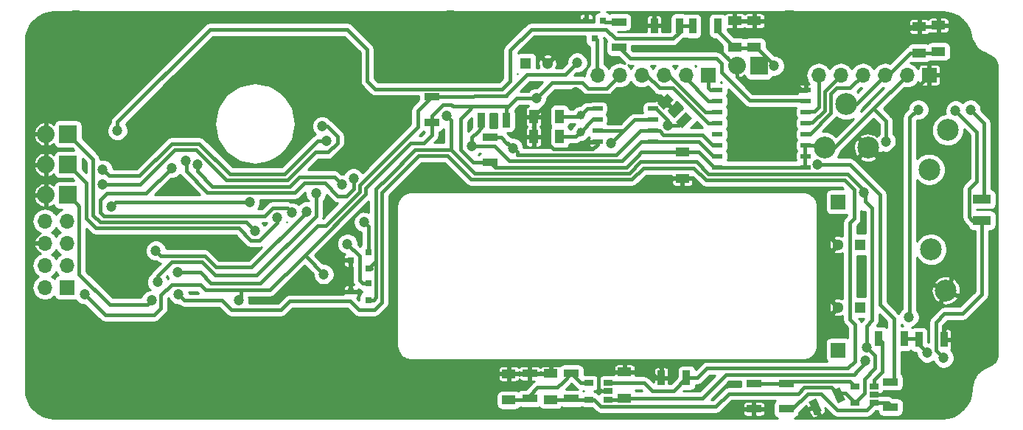
<source format=gtl>
G04 #@! TF.FileFunction,Copper,L1,Top,Signal*
%FSLAX46Y46*%
G04 Gerber Fmt 4.6, Leading zero omitted, Abs format (unit mm)*
G04 Created by KiCad (PCBNEW 4.0.4-stable) date 01/26/17 16:37:22*
%MOMM*%
%LPD*%
G01*
G04 APERTURE LIST*
%ADD10C,0.100000*%
%ADD11R,1.143000X0.508000*%
%ADD12R,0.900000X1.700000*%
%ADD13C,5.000000*%
%ADD14C,4.000000*%
%ADD15C,1.300000*%
%ADD16R,1.300000X1.300000*%
%ADD17R,2.029460X1.140460*%
%ADD18C,2.499360*%
%ADD19R,1.700000X0.900000*%
%ADD20C,2.500000*%
%ADD21C,6.000000*%
%ADD22R,2.032000X2.032000*%
%ADD23O,2.032000X2.032000*%
%ADD24R,1.000000X1.600000*%
%ADD25R,1.600000X1.000000*%
%ADD26R,0.800100X0.800100*%
%ADD27R,1.060000X0.650000*%
%ADD28R,1.700000X1.700000*%
%ADD29O,1.700000X1.700000*%
%ADD30C,1.000000*%
%ADD31C,1.200000*%
%ADD32C,0.400000*%
%ADD33C,0.254000*%
G04 APERTURE END LIST*
D10*
D11*
X90280000Y29455000D03*
X90280000Y30725000D03*
X90280000Y31995000D03*
X90280000Y33265000D03*
X90280000Y34535000D03*
X90280000Y35805000D03*
X90280000Y37075000D03*
X90280000Y38345000D03*
X80120000Y38345000D03*
X80120000Y37075000D03*
X80120000Y35805000D03*
X80120000Y34535000D03*
X80120000Y33265000D03*
X80120000Y31995000D03*
X80120000Y30725000D03*
X80120000Y29455000D03*
D12*
X75750000Y45740000D03*
X72850000Y45740000D03*
X106150000Y9700000D03*
X103250000Y9700000D03*
D13*
X88370000Y45060000D03*
D14*
X88370000Y45060000D03*
D15*
X94000000Y13400000D03*
D16*
X96500000Y13400000D03*
D17*
X110500000Y25803960D03*
X110500000Y23396040D03*
D18*
X94930000Y36760000D03*
X97429360Y31720640D03*
X92430640Y31720640D03*
D19*
X84300000Y4650000D03*
X84300000Y1750000D03*
D20*
X104644950Y20049232D03*
X106355050Y15350768D03*
X106556546Y33765769D03*
X104443454Y29234231D03*
D15*
X94000000Y20600000D03*
D16*
X96500000Y20600000D03*
D15*
X60600000Y41400000D03*
D16*
X58100000Y41400000D03*
D21*
X6450000Y3500000D03*
D14*
X6450000Y3500000D03*
D21*
X49450000Y3500000D03*
D14*
X49450000Y3500000D03*
D13*
X104950000Y3000000D03*
D14*
X104950000Y3000000D03*
D21*
X49450000Y44500000D03*
D14*
X49450000Y44500000D03*
D21*
X6450000Y44500000D03*
D14*
X6450000Y44500000D03*
D22*
X5500000Y33300000D03*
D23*
X2960000Y33300000D03*
D22*
X5500000Y29800000D03*
D23*
X2960000Y29800000D03*
D22*
X5500000Y26300000D03*
D23*
X2960000Y26300000D03*
D22*
X84870000Y41130000D03*
D23*
X82330000Y41130000D03*
D11*
X72675000Y36205000D03*
X72675000Y34935000D03*
X72675000Y33665000D03*
X72675000Y32395000D03*
X66325000Y32395000D03*
X66325000Y33665000D03*
X66325000Y34935000D03*
X66325000Y36205000D03*
D24*
X62000000Y33000000D03*
X59000000Y33000000D03*
X62000000Y35300000D03*
X59000000Y35300000D03*
D10*
G36*
X77219239Y35112132D02*
X76087868Y33980761D01*
X75380761Y34687868D01*
X76512132Y35819239D01*
X77219239Y35112132D01*
X77219239Y35112132D01*
G37*
G36*
X75097919Y37233452D02*
X73966548Y36102081D01*
X73259441Y36809188D01*
X74390812Y37940559D01*
X75097919Y37233452D01*
X75097919Y37233452D01*
G37*
D25*
X84340000Y43280000D03*
X84340000Y46280000D03*
X60950000Y2800000D03*
X60950000Y5800000D03*
X56150000Y2780000D03*
X56150000Y5780000D03*
X69450000Y2980000D03*
X69450000Y5980000D03*
D10*
G36*
X94174521Y4270282D02*
X94850711Y2820190D01*
X93944403Y2397572D01*
X93268213Y3847664D01*
X94174521Y4270282D01*
X94174521Y4270282D01*
G37*
G36*
X91455597Y3002428D02*
X92131787Y1552336D01*
X91225479Y1129718D01*
X90549289Y2579810D01*
X91455597Y3002428D01*
X91455597Y3002428D01*
G37*
D25*
X76100000Y31200000D03*
X76100000Y28200000D03*
X105490000Y45770000D03*
X105490000Y42770000D03*
X103310000Y45620000D03*
X103310000Y42620000D03*
D26*
X66940000Y46310760D03*
X65040000Y46310760D03*
X65990000Y44311780D03*
D19*
X54030000Y30050000D03*
X54030000Y32950000D03*
D12*
X55850000Y34900000D03*
X52950000Y34900000D03*
D19*
X47300000Y34650000D03*
X47300000Y37550000D03*
D12*
X73650000Y5300000D03*
X76550000Y5300000D03*
D19*
X63350000Y5830000D03*
X63350000Y2930000D03*
X58550000Y5830000D03*
X58550000Y2930000D03*
D12*
X77250000Y45710000D03*
X80150000Y45710000D03*
D19*
X100000000Y4850000D03*
X100000000Y1950000D03*
X88000000Y1750000D03*
X88000000Y4650000D03*
D12*
X98650000Y9800000D03*
X101550000Y9800000D03*
D19*
X68820000Y43260000D03*
X68820000Y46160000D03*
D27*
X67550000Y2830000D03*
X67550000Y3780000D03*
X67550000Y4730000D03*
X65350000Y4730000D03*
X65350000Y2830000D03*
D26*
X40000760Y14250000D03*
X40000760Y16150000D03*
X38001780Y15200000D03*
X40000760Y17850000D03*
X40000760Y19750000D03*
X38001780Y18800000D03*
D27*
X98100000Y2450000D03*
X98100000Y3400000D03*
X98100000Y4350000D03*
X95900000Y4350000D03*
X95900000Y2450000D03*
D13*
X109950000Y9050000D03*
D14*
X109950000Y9050000D03*
D13*
X109950000Y40050000D03*
D14*
X109950000Y40050000D03*
D21*
X34950000Y40050000D03*
D14*
X34950000Y40050000D03*
D21*
X34950000Y9050000D03*
D14*
X34950000Y9050000D03*
D28*
X5400000Y15680000D03*
D29*
X2860000Y15680000D03*
X5400000Y18220000D03*
X2860000Y18220000D03*
X5400000Y20760000D03*
X2860000Y20760000D03*
X5400000Y23300000D03*
X2860000Y23300000D03*
D25*
X82100000Y46300000D03*
X82100000Y43300000D03*
D28*
X104450000Y40050000D03*
D29*
X101910000Y40050000D03*
X99370000Y40050000D03*
X96830000Y40050000D03*
X94290000Y40050000D03*
X91750000Y40050000D03*
D28*
X79050000Y40050000D03*
D29*
X76510000Y40050000D03*
X73970000Y40050000D03*
X71430000Y40050000D03*
X68890000Y40050000D03*
X66350000Y40050000D03*
D28*
X94000000Y8500000D03*
X94000000Y25500000D03*
D30*
X64400000Y35450700D03*
X64400000Y33550700D03*
D31*
X35200000Y15500000D03*
X63800000Y38100000D03*
X109180000Y36090000D03*
X34900000Y17200000D03*
X25100000Y14200000D03*
X7400000Y14900000D03*
X59300000Y37400000D03*
X99500000Y32400000D03*
X74400000Y34300000D03*
X27000000Y22200000D03*
X29500000Y23700000D03*
X15100000Y14200000D03*
X86620000Y41120000D03*
X96900000Y26600000D03*
X97300000Y8800000D03*
X49000000Y35400000D03*
X106100000Y7600000D03*
X97100000Y7300000D03*
X107470000Y35990000D03*
X20400000Y29800000D03*
X37600000Y20700000D03*
X37000000Y27500000D03*
X19000000Y30200000D03*
X39500000Y23200000D03*
X38300000Y28200000D03*
X17400000Y29400000D03*
X31200000Y24300000D03*
X91600000Y29800000D03*
X26400000Y25500000D03*
X10500000Y25000000D03*
X51900000Y31900000D03*
X9500000Y27500000D03*
X34700000Y34200000D03*
X56600000Y31700000D03*
X9500000Y29200000D03*
X35200000Y32500000D03*
X102100000Y12300000D03*
X103200000Y36100000D03*
X104200000Y8200000D03*
X67900000Y32300000D03*
X18100000Y17400000D03*
X64000000Y41500000D03*
X18200000Y14900000D03*
X11200000Y33700000D03*
X34000000Y26500000D03*
X15800000Y16300000D03*
X32900000Y24400000D03*
X15600000Y19900000D03*
D32*
X38001780Y15200000D02*
X34700000Y15200000D01*
X38001780Y18800000D02*
X38001780Y15200000D01*
X66325000Y32125000D02*
X65800000Y31600000D01*
X91340538Y2066073D02*
X91340538Y1279462D01*
X72460000Y5980000D02*
X73140000Y5300000D01*
X73140000Y5300000D02*
X73650000Y5300000D01*
X98100000Y3400000D02*
X104550000Y3400000D01*
X104550000Y3400000D02*
X104950000Y3000000D01*
X76139340Y28039340D02*
X76139340Y26839340D01*
X72510000Y6330000D02*
X72510000Y6030000D01*
X64000000Y37800000D02*
X61500000Y37800000D01*
X67900000Y37800000D02*
X64000000Y37800000D01*
X64000000Y37800000D02*
X64000000Y37900000D01*
X64000000Y37900000D02*
X63800000Y38100000D01*
X66325000Y32395000D02*
X66325000Y32125000D01*
X61500000Y37800000D02*
X60550000Y36850000D01*
X68500000Y38400000D02*
X67900000Y37800000D01*
X72100000Y38400000D02*
X68500000Y38400000D01*
X73939340Y36560660D02*
X72100000Y38400000D01*
X74539340Y36560660D02*
X73939340Y36560660D01*
X65800000Y31600000D02*
X61300000Y31600000D01*
X59000000Y33000000D02*
X59900000Y33000000D01*
X59900000Y33000000D02*
X61300000Y31600000D01*
X59000000Y35300000D02*
X59000000Y33000000D01*
X60550000Y36850000D02*
X59000000Y35300000D01*
X99800000Y31100000D02*
X98050000Y31100000D01*
X98050000Y31100000D02*
X97429360Y31720640D01*
X100700000Y32000000D02*
X99800000Y31100000D01*
X100700000Y36300000D02*
X100700000Y32000000D01*
X104450000Y40050000D02*
X100700000Y36300000D01*
X104600000Y3350000D02*
X104950000Y3000000D01*
X104950000Y3000000D02*
X104950000Y4050000D01*
X104160000Y40050000D02*
X104450000Y40050000D01*
X82100000Y46210000D02*
X84270000Y46210000D01*
X84270000Y46210000D02*
X84340000Y46280000D01*
X102300000Y45420000D02*
X102500000Y45620000D01*
X102500000Y45620000D02*
X103310000Y45620000D01*
X82330000Y41130000D02*
X82110000Y41130000D01*
X82110000Y41130000D02*
X79120000Y44120000D01*
X82330000Y41130000D02*
X82080000Y41130000D01*
X90550000Y38410000D02*
X89760000Y38410000D01*
X89760000Y38410000D02*
X89330000Y38840000D01*
X89330000Y38840000D02*
X83390000Y38840000D01*
X83390000Y38840000D02*
X82330000Y39900000D01*
X82330000Y39900000D02*
X82330000Y41130000D01*
X105490000Y45770000D02*
X105830000Y45770000D01*
X103310000Y45620000D02*
X105340000Y45620000D01*
X105340000Y45620000D02*
X105490000Y45770000D01*
X69450000Y5980000D02*
X72460000Y5980000D01*
X72460000Y5980000D02*
X72510000Y6030000D01*
X60950000Y5800000D02*
X60950000Y6860000D01*
X67550000Y3780000D02*
X66750000Y3780000D01*
X66750000Y3780000D02*
X66470000Y4060000D01*
X66470000Y4060000D02*
X66470000Y7090000D01*
X69450000Y6630000D02*
X69450000Y5980000D01*
X104510000Y2560000D02*
X104950000Y3000000D01*
X58550000Y5830000D02*
X60920000Y5830000D01*
X60920000Y5830000D02*
X60950000Y5800000D01*
X56150000Y5780000D02*
X58500000Y5780000D01*
X58500000Y5780000D02*
X58550000Y5830000D01*
X90400000Y38560000D02*
X90550000Y38410000D01*
X110750000Y32560000D02*
X110750000Y34520000D01*
X110750000Y34520000D02*
X109180000Y36090000D01*
X110750000Y25543960D02*
X110750000Y32560000D01*
X46400000Y32300000D02*
X44900000Y32300000D01*
X44900000Y32300000D02*
X40300000Y27700000D01*
X47300000Y33200000D02*
X46400000Y32300000D01*
X47300000Y34650000D02*
X47300000Y33200000D01*
X49500000Y36700000D02*
X48600000Y36700000D01*
X47300000Y34650000D02*
X47300000Y35400000D01*
X47300000Y35400000D02*
X48600000Y36700000D01*
X32800000Y19500000D02*
X31700000Y18400000D01*
X39700000Y26400000D02*
X32800000Y19500000D01*
X32800000Y19500000D02*
X32800000Y19300000D01*
X32800000Y19300000D02*
X34900000Y17200000D01*
X25400000Y15400000D02*
X28700000Y15400000D01*
X21300000Y15400000D02*
X25400000Y15400000D01*
X25400000Y15400000D02*
X25400000Y14500000D01*
X25400000Y14500000D02*
X25100000Y14200000D01*
X20700000Y16000000D02*
X21300000Y15400000D01*
X29300000Y16000000D02*
X28900000Y15600000D01*
X31700000Y18400000D02*
X29300000Y16000000D01*
X29300000Y16000000D02*
X28700000Y15400000D01*
X31700000Y18350000D02*
X31700000Y18400000D01*
X78000000Y31200000D02*
X79725000Y29475000D01*
X79725000Y29475000D02*
X80020000Y29475000D01*
X76100000Y31200000D02*
X78000000Y31200000D01*
X76100000Y31200000D02*
X71400000Y31200000D01*
X71400000Y31200000D02*
X70970000Y30770000D01*
X77090000Y31200000D02*
X76100000Y31200000D01*
X50600000Y34600000D02*
X50600000Y31500000D01*
X54030000Y30050000D02*
X52050000Y30050000D01*
X52050000Y30050000D02*
X50600000Y31500000D01*
X69700000Y29500000D02*
X54580000Y29500000D01*
X54580000Y29500000D02*
X54030000Y30050000D01*
X70970000Y30770000D02*
X69700000Y29500000D01*
X55900000Y34900000D02*
X55900000Y36250000D01*
X55900000Y36250000D02*
X56100000Y36450000D01*
X52000000Y36450000D02*
X49750000Y36450000D01*
X49750000Y36450000D02*
X49500000Y36700000D01*
X39700000Y27100000D02*
X39700000Y26400000D01*
X40300000Y27700000D02*
X39700000Y27100000D01*
X7400000Y14900000D02*
X9800000Y12500000D01*
X9800000Y12500000D02*
X15400000Y12500000D01*
X15400000Y12500000D02*
X16200000Y13300000D01*
X16200000Y14800000D02*
X17400000Y16000000D01*
X17400000Y16000000D02*
X20700000Y16000000D01*
X16200000Y13300000D02*
X16200000Y14800000D01*
X50600000Y35050000D02*
X50600000Y34600000D01*
X51450000Y35900000D02*
X50600000Y35050000D01*
X53500000Y36450000D02*
X52000000Y36450000D01*
X52000000Y36450000D02*
X51450000Y35900000D01*
X53500000Y36450000D02*
X53450000Y36450000D01*
X53500000Y36450000D02*
X56100000Y36450000D01*
X59300000Y37400000D02*
X57050000Y37400000D01*
X57050000Y37400000D02*
X56100000Y36450000D01*
X59300000Y37400000D02*
X61100000Y39200000D01*
X61100000Y39200000D02*
X64600000Y39200000D01*
X64600000Y39200000D02*
X65300000Y38500000D01*
X65300000Y38500000D02*
X67340000Y38500000D01*
X67340000Y38500000D02*
X68890000Y40050000D01*
X101910000Y40050000D02*
X98060000Y36200000D01*
X98060000Y36200000D02*
X93580640Y31720640D01*
X99500000Y32400000D02*
X99500000Y34760000D01*
X99500000Y34760000D02*
X98060000Y36200000D01*
X80020000Y29475000D02*
X90180000Y29475000D01*
X90180000Y30745000D02*
X90180000Y29475000D01*
X90180000Y32015000D02*
X90180000Y30745000D01*
X93580640Y31720640D02*
X92430640Y31720640D01*
X90180000Y32015000D02*
X92136280Y32015000D01*
X92136280Y32015000D02*
X92430640Y31720640D01*
X80390000Y29520000D02*
X79950000Y29520000D01*
X64400000Y33550700D02*
X65784300Y34935000D01*
X65784300Y34935000D02*
X66325000Y34935000D01*
X62000000Y33000000D02*
X63849300Y33000000D01*
X63849300Y33000000D02*
X64400000Y33550700D01*
X64550700Y33550700D02*
X64500000Y33550700D01*
X64584300Y33635000D02*
X64500000Y33550700D01*
X62000000Y35300000D02*
X64249300Y35300000D01*
X64249300Y35300000D02*
X64400000Y35450700D01*
X66325000Y36205000D02*
X65154300Y36205000D01*
X65154300Y36205000D02*
X64400000Y35450700D01*
X76300000Y34900000D02*
X75700000Y34300000D01*
X75700000Y34300000D02*
X74400000Y34300000D01*
X73095000Y36205000D02*
X74400000Y34900000D01*
X74400000Y34900000D02*
X74400000Y34300000D01*
X72675000Y36205000D02*
X73095000Y36205000D01*
X74400000Y34300000D02*
X74539340Y34439340D01*
X26000000Y23200000D02*
X27000000Y22200000D01*
X5500000Y33300000D02*
X8400000Y30400000D01*
X9200000Y23200000D02*
X26000000Y23200000D01*
X8400000Y30400000D02*
X8400000Y24000000D01*
X8400000Y24000000D02*
X9200000Y23200000D01*
X5500000Y29800000D02*
X7600000Y27700000D01*
X7600000Y27700000D02*
X7600000Y23600000D01*
X7600000Y23600000D02*
X8700000Y22500000D01*
X25100000Y22500000D02*
X26500000Y21100000D01*
X8700000Y22500000D02*
X25100000Y22500000D01*
X26500000Y21100000D02*
X27500000Y21100000D01*
X27500000Y21100000D02*
X29500000Y23100000D01*
X29500000Y23100000D02*
X29500000Y23700000D01*
X10300000Y13700000D02*
X14600000Y13700000D01*
X14600000Y13700000D02*
X15100000Y14200000D01*
X6800000Y17200000D02*
X10300000Y13700000D01*
X6800000Y25000000D02*
X6800000Y17200000D01*
X5500000Y26300000D02*
X6600000Y25200000D01*
X6600000Y25200000D02*
X6800000Y25000000D01*
X84560000Y43280000D02*
X86620000Y41220000D01*
X86620000Y41220000D02*
X86620000Y41120000D01*
X84340000Y43280000D02*
X84560000Y43280000D01*
X80150000Y45710000D02*
X80150000Y45160000D01*
X80150000Y45160000D02*
X82100000Y43210000D01*
X82100000Y43210000D02*
X84270000Y43210000D01*
X84270000Y43210000D02*
X84340000Y43280000D01*
X40000760Y14250000D02*
X40600000Y14250000D01*
X40900000Y18749240D02*
X40900000Y14550000D01*
X40900000Y14550000D02*
X40600000Y14250000D01*
X45400000Y31500000D02*
X42300000Y28400000D01*
X40900000Y18749240D02*
X40900000Y27000000D01*
X40900000Y27000000D02*
X42300000Y28400000D01*
X40000760Y17850000D02*
X40900000Y18749240D01*
X46900000Y31500000D02*
X45400000Y31500000D01*
X49500000Y31500000D02*
X52200000Y28800000D01*
X79100000Y28700000D02*
X95100000Y28700000D01*
X52200000Y28800000D02*
X70000000Y28800000D01*
X70000000Y28800000D02*
X71300000Y30100000D01*
X71300000Y30100000D02*
X77700000Y30100000D01*
X77700000Y30100000D02*
X79100000Y28700000D01*
X95100000Y28700000D02*
X97100000Y26700000D01*
X97100000Y26700000D02*
X97100000Y25600000D01*
X46900000Y31500000D02*
X49500000Y31500000D01*
X49500000Y31500000D02*
X49500000Y34900000D01*
X66740000Y2000000D02*
X79900000Y2000000D01*
X79900000Y2000000D02*
X81400000Y3500000D01*
X65910000Y2830000D02*
X66740000Y2000000D01*
X97300000Y8800000D02*
X98200000Y7900000D01*
X98200000Y7900000D02*
X98200000Y6400000D01*
X98200000Y6400000D02*
X97000000Y5200000D01*
X97000000Y5200000D02*
X97000000Y3550000D01*
X97000000Y3550000D02*
X95900000Y2450000D01*
X97100000Y25600000D02*
X97900000Y24800000D01*
X97900000Y24800000D02*
X97900000Y11900000D01*
X97900000Y11900000D02*
X97300000Y11300000D01*
X97300000Y11300000D02*
X97300000Y8800000D01*
X90100000Y4200000D02*
X93193389Y4200000D01*
X93193389Y4200000D02*
X94059462Y3333927D01*
X89400000Y3500000D02*
X90100000Y4200000D01*
X89400000Y3500000D02*
X81400000Y3500000D01*
X65910000Y2830000D02*
X65350000Y2830000D01*
X94059462Y3533927D02*
X94816073Y3533927D01*
X94816073Y3533927D02*
X95900000Y2450000D01*
X40000760Y17850000D02*
X40350000Y17850000D01*
X49500000Y33100000D02*
X49500000Y33500000D01*
X49500000Y33100000D02*
X49500000Y34900000D01*
X49500000Y34900000D02*
X49000000Y35400000D01*
X65350000Y2830000D02*
X63450000Y2830000D01*
X63450000Y2830000D02*
X63350000Y2930000D01*
X60950000Y2800000D02*
X63220000Y2800000D01*
X63220000Y2800000D02*
X63350000Y2930000D01*
X58550000Y3310000D02*
X59440000Y4200000D01*
X59440000Y4200000D02*
X61720000Y4200000D01*
X61720000Y4200000D02*
X62380000Y4860000D01*
X65350000Y4730000D02*
X64450000Y4730000D01*
X64450000Y4730000D02*
X63350000Y5830000D01*
X62380000Y4860000D02*
X63350000Y5830000D01*
X58550000Y2930000D02*
X58550000Y3310000D01*
X56150000Y2780000D02*
X58400000Y2780000D01*
X58400000Y2780000D02*
X58550000Y2930000D01*
X105200000Y8500000D02*
X105200000Y11700000D01*
X105200000Y11700000D02*
X106200000Y12700000D01*
X106100000Y7600000D02*
X105200000Y8500000D01*
X108300000Y12700000D02*
X106200000Y12700000D01*
X110500000Y14900000D02*
X108300000Y12700000D01*
X96700000Y6600000D02*
X97100000Y7000000D01*
X97100000Y7000000D02*
X97100000Y7300000D01*
X96200000Y6100000D02*
X96700000Y6600000D01*
X95800000Y5700000D02*
X96200000Y6100000D01*
X81100000Y5700000D02*
X95800000Y5700000D01*
X78380000Y2980000D02*
X81100000Y5700000D01*
X70480000Y2980000D02*
X78380000Y2980000D01*
X69450000Y2980000D02*
X70480000Y2980000D01*
X110500000Y23396040D02*
X110500000Y14900000D01*
X107470000Y35990000D02*
X109920000Y33540000D01*
X109920000Y33540000D02*
X109920000Y27880000D01*
X109920000Y27880000D02*
X109040000Y27000000D01*
X109040000Y27000000D02*
X109040000Y23760000D01*
X109040000Y23760000D02*
X109403960Y23396040D01*
X109403960Y23396040D02*
X110500000Y23396040D01*
X69450000Y2980000D02*
X69900000Y2980000D01*
X67550000Y2830000D02*
X69300000Y2830000D01*
X20400000Y29800000D02*
X20400000Y29000000D01*
X20400000Y29000000D02*
X22100000Y27300000D01*
X22100000Y27300000D02*
X31000000Y27300000D01*
X31000000Y27300000D02*
X32100000Y28400000D01*
X32100000Y28400000D02*
X36100000Y28400000D01*
X36100000Y28400000D02*
X37000000Y27500000D01*
X39000000Y19300000D02*
X39000000Y16500000D01*
X37600000Y20700000D02*
X39000000Y19300000D01*
X39350000Y16150000D02*
X39000000Y16500000D01*
X40000760Y16150000D02*
X39350000Y16150000D01*
X19100000Y29800000D02*
X19100000Y30100000D01*
X19100000Y30100000D02*
X19000000Y30200000D01*
X32700000Y27700000D02*
X31600000Y26600000D01*
X36500000Y26200000D02*
X35000000Y27700000D01*
X35000000Y27700000D02*
X32700000Y27700000D01*
X38300000Y28200000D02*
X38300000Y27000000D01*
X38300000Y27000000D02*
X37500000Y26200000D01*
X21500000Y26600000D02*
X19100000Y29000000D01*
X37500000Y26200000D02*
X36500000Y26200000D01*
X31600000Y26600000D02*
X21500000Y26600000D01*
X19100000Y29000000D02*
X19100000Y29800000D01*
X40000760Y19750000D02*
X40000760Y22699240D01*
X40000760Y22699240D02*
X39500000Y23200000D01*
X17400000Y29400000D02*
X14500000Y26500000D01*
X10000000Y26500000D02*
X9200000Y25700000D01*
X9600000Y23900000D02*
X28100000Y23900000D01*
X28100000Y23900000D02*
X29000000Y24800000D01*
X14500000Y26500000D02*
X10000000Y26500000D01*
X9200000Y25700000D02*
X9200000Y24300000D01*
X9200000Y24300000D02*
X9600000Y23900000D01*
X30700000Y24800000D02*
X31200000Y24300000D01*
X29000000Y24800000D02*
X30700000Y24800000D01*
X91600000Y29800000D02*
X95300000Y29800000D01*
X95300000Y29800000D02*
X98800000Y26300000D01*
X98800000Y26300000D02*
X98800000Y13700000D01*
X98800000Y13700000D02*
X100400000Y12100000D01*
X100400000Y12100000D02*
X100400000Y4800000D01*
X26400000Y25500000D02*
X11000000Y25500000D01*
X11000000Y25500000D02*
X10500000Y25000000D01*
X34700000Y34200000D02*
X35300000Y34200000D01*
X35300000Y34200000D02*
X36500000Y33000000D01*
X36500000Y33000000D02*
X36500000Y32300000D01*
X36500000Y32300000D02*
X35400000Y31200000D01*
X35400000Y31200000D02*
X33900000Y31200000D01*
X33900000Y31200000D02*
X30700000Y28000000D01*
X30700000Y28000000D02*
X23700000Y28000000D01*
X23700000Y28000000D02*
X20200000Y31500000D01*
X17800000Y31500000D02*
X13800000Y27500000D01*
X20200000Y31500000D02*
X17800000Y31500000D01*
X13800000Y27500000D02*
X9500000Y27500000D01*
X72675000Y32395000D02*
X78005000Y32395000D01*
X78005000Y32395000D02*
X79655000Y30745000D01*
X79655000Y30745000D02*
X80020000Y30745000D01*
X69200000Y30200000D02*
X56200000Y30200000D01*
X51900000Y31900000D02*
X54500000Y31900000D01*
X54500000Y31900000D02*
X56200000Y30200000D01*
X53000000Y34900000D02*
X53000000Y34000000D01*
X53000000Y34000000D02*
X52550000Y33550000D01*
X71395000Y32395000D02*
X69200000Y30200000D01*
X52550000Y33550000D02*
X51900000Y32900000D01*
X51900000Y32900000D02*
X51900000Y31900000D01*
X51900000Y31900000D02*
X51900000Y31580366D01*
X71395000Y32395000D02*
X72675000Y32395000D01*
X9500000Y29200000D02*
X10200000Y28500000D01*
X10200000Y28500000D02*
X13700000Y28500000D01*
X13700000Y28500000D02*
X17400000Y32200000D01*
X17400000Y32200000D02*
X20600000Y32200000D01*
X20600000Y32200000D02*
X24100000Y28700000D01*
X24100000Y28700000D02*
X30400000Y28700000D01*
X30400000Y28700000D02*
X34200000Y32500000D01*
X34200000Y32500000D02*
X35200000Y32500000D01*
X72675000Y33665000D02*
X73435000Y33665000D01*
X73435000Y33665000D02*
X73900000Y33200000D01*
X73900000Y33200000D02*
X78400000Y33200000D01*
X78400000Y33200000D02*
X79585000Y32015000D01*
X79585000Y32015000D02*
X80020000Y32015000D01*
X55900000Y32300000D02*
X56100000Y32100000D01*
X55250000Y32950000D02*
X55900000Y32300000D01*
X55900000Y32300000D02*
X56000000Y32300000D01*
X56000000Y32300000D02*
X56600000Y31700000D01*
X57100000Y30900000D02*
X68500000Y30900000D01*
X57100000Y30900000D02*
X57100000Y31200000D01*
X57100000Y31200000D02*
X56600000Y31700000D01*
X54030000Y32950000D02*
X55250000Y32950000D01*
X68500000Y30900000D02*
X71265000Y33665000D01*
X71265000Y33665000D02*
X72675000Y33665000D01*
X96830000Y40050000D02*
X95350000Y38570000D01*
X95350000Y38570000D02*
X93820000Y38570000D01*
X93820000Y38570000D02*
X93150000Y37900000D01*
X93150000Y37900000D02*
X93150000Y35700000D01*
X93150000Y35700000D02*
X90735000Y33285000D01*
X90735000Y33285000D02*
X90180000Y33285000D01*
X91040000Y34600000D02*
X92460000Y36020000D01*
X94290000Y40050000D02*
X92460000Y38220000D01*
X92460000Y38220000D02*
X92460000Y36020000D01*
X90550000Y34600000D02*
X91040000Y34600000D01*
X91240000Y35870000D02*
X91750000Y36380000D01*
X91750000Y36380000D02*
X91750000Y40050000D01*
X90550000Y35870000D02*
X91240000Y35870000D01*
X91750000Y40050000D02*
X92050000Y40050000D01*
X80390000Y38410000D02*
X79680000Y38410000D01*
X79335000Y38365000D02*
X79050000Y38650000D01*
X79050000Y38650000D02*
X79050000Y39040000D01*
X80020000Y38365000D02*
X79335000Y38365000D01*
X79050000Y39040000D02*
X79050000Y40050000D01*
X79105000Y37095000D02*
X76510000Y39690000D01*
X76510000Y39690000D02*
X76510000Y40050000D01*
X80020000Y37095000D02*
X79105000Y37095000D01*
X79750000Y35870000D02*
X80390000Y35870000D01*
X80020000Y35825000D02*
X78735000Y35825000D01*
X78735000Y35825000D02*
X74510000Y40050000D01*
X74510000Y40050000D02*
X73970000Y40050000D01*
X80020000Y34555000D02*
X79055000Y34555000D01*
X79055000Y34555000D02*
X75040000Y38570000D01*
X75040000Y38570000D02*
X73440000Y38570000D01*
X73440000Y38570000D02*
X71960000Y40050000D01*
X71960000Y40050000D02*
X71430000Y40050000D01*
X80070000Y34600000D02*
X80390000Y34600000D01*
X66280000Y44121020D02*
X66280000Y40120000D01*
X66280000Y40120000D02*
X66350000Y40050000D01*
X102200000Y12700000D02*
X102200000Y12400000D01*
X102200000Y12400000D02*
X102100000Y12300000D01*
X102200000Y13300000D02*
X102200000Y24300000D01*
X102200000Y13300000D02*
X102200000Y12700000D01*
X102200000Y35200000D02*
X103100000Y36100000D01*
X103100000Y36100000D02*
X103200000Y36100000D01*
X102200000Y24300000D02*
X102200000Y35200000D01*
X103250000Y9700000D02*
X103250000Y9150000D01*
X103250000Y9150000D02*
X104200000Y8200000D01*
X103250000Y9700000D02*
X103250000Y9450000D01*
X101550000Y9800000D02*
X103150000Y9800000D01*
X103150000Y9800000D02*
X103250000Y9700000D01*
X67230000Y46120000D02*
X68320000Y46120000D01*
X68265000Y32600000D02*
X68200000Y32600000D01*
X68200000Y32600000D02*
X67900000Y32300000D01*
X69330000Y33665000D02*
X68265000Y32600000D01*
X70600000Y34935000D02*
X72675000Y34935000D01*
X70600000Y34935000D02*
X69330000Y33665000D01*
X69330000Y33665000D02*
X69065000Y33665000D01*
X66325000Y33665000D02*
X69065000Y33665000D01*
X47300000Y37550000D02*
X52050000Y37550000D01*
X52050000Y37550000D02*
X52200000Y37700000D01*
X45700000Y34100000D02*
X45700000Y35950000D01*
X45700000Y35950000D02*
X47300000Y37550000D01*
X39500000Y27900000D02*
X45700000Y34100000D01*
X47200000Y37450000D02*
X47300000Y37550000D01*
X18100000Y17400000D02*
X20700000Y17400000D01*
X20700000Y17400000D02*
X21900000Y16200000D01*
X21900000Y16200000D02*
X27600000Y16200000D01*
X27600000Y16200000D02*
X34200000Y22800000D01*
X34200000Y22800000D02*
X35100000Y22800000D01*
X35100000Y22800000D02*
X39000000Y26700000D01*
X39000000Y26700000D02*
X39000000Y27400000D01*
X39000000Y27400000D02*
X39500000Y27900000D01*
X52400000Y37700000D02*
X52200000Y37700000D01*
X58200000Y40100000D02*
X62600000Y40100000D01*
X55900000Y37800000D02*
X58200000Y40100000D01*
X52400000Y37700000D02*
X55900000Y37700000D01*
X55900000Y37700000D02*
X55900000Y37800000D01*
X62600000Y40100000D02*
X64000000Y41500000D01*
X24300000Y13100000D02*
X30000000Y13100000D01*
X37900000Y14100000D02*
X31000000Y14100000D01*
X31000000Y14100000D02*
X30000000Y13100000D01*
X38900000Y13100000D02*
X40700000Y13100000D01*
X38900000Y13100000D02*
X37900000Y14100000D01*
X41600000Y26600000D02*
X41600000Y14000000D01*
X40700000Y13100000D02*
X41600000Y14000000D01*
X23200000Y14200000D02*
X24300000Y13100000D01*
X18900000Y14200000D02*
X23200000Y14200000D01*
X18200000Y14900000D02*
X18900000Y14200000D01*
X76550000Y5300000D02*
X77800000Y5300000D01*
X95100000Y6400000D02*
X95900000Y7200000D01*
X77800000Y5300000D02*
X78900000Y6400000D01*
X51800000Y28100000D02*
X49100000Y30800000D01*
X78900000Y6400000D02*
X95100000Y6400000D01*
X49100000Y30800000D02*
X45800000Y30800000D01*
X95900000Y7200000D02*
X95900000Y11400000D01*
X95800000Y23600000D02*
X95800000Y26900000D01*
X95300000Y23100000D02*
X95800000Y23600000D01*
X95300000Y12000000D02*
X95300000Y23100000D01*
X95900000Y11400000D02*
X95300000Y12000000D01*
X70300000Y28100000D02*
X51800000Y28100000D01*
X71600000Y29400000D02*
X70300000Y28100000D01*
X78800000Y28000000D02*
X77400000Y29400000D01*
X94700000Y28000000D02*
X78800000Y28000000D01*
X95800000Y26900000D02*
X94700000Y28000000D01*
X77400000Y29400000D02*
X71600000Y29400000D01*
X45800000Y30800000D02*
X41600000Y26600000D01*
X72600000Y3800000D02*
X75050000Y3800000D01*
X75050000Y3800000D02*
X76550000Y5300000D01*
X71670000Y4730000D02*
X72600000Y3800000D01*
X67550000Y4730000D02*
X71670000Y4730000D01*
X75750000Y45740000D02*
X75750000Y44980000D01*
X75750000Y44980000D02*
X75010000Y44240000D01*
X75010000Y44240000D02*
X68360000Y44240000D01*
X56300000Y42900000D02*
X56300000Y39370000D01*
X39900000Y43000000D02*
X37600000Y45300000D01*
X68360000Y44240000D02*
X67270000Y45330000D01*
X67270000Y45330000D02*
X58730000Y45330000D01*
X58730000Y45330000D02*
X56300000Y42900000D01*
X56300000Y39370000D02*
X55400000Y38470000D01*
X21800000Y45300000D02*
X11200000Y34700000D01*
X55400000Y38470000D02*
X40820000Y38470000D01*
X40820000Y38470000D02*
X39900000Y39390000D01*
X39900000Y39390000D02*
X39900000Y43000000D01*
X37600000Y45300000D02*
X21800000Y45300000D01*
X11200000Y34700000D02*
X11200000Y33700000D01*
X75750000Y45740000D02*
X77220000Y45740000D01*
X77220000Y45740000D02*
X77250000Y45710000D01*
X15800000Y16300000D02*
X15800000Y17000000D01*
X15800000Y17000000D02*
X17400000Y18600000D01*
X17400000Y18600000D02*
X20900000Y18600000D01*
X20900000Y18600000D02*
X22400000Y17100000D01*
X22400000Y17100000D02*
X27200000Y17100000D01*
X34000000Y23900000D02*
X34000000Y26500000D01*
X27200000Y17100000D02*
X34000000Y23900000D01*
X32900000Y24400000D02*
X32900000Y24300000D01*
X32900000Y24300000D02*
X26600000Y18000000D01*
X26600000Y18000000D02*
X22500000Y18000000D01*
X22500000Y18000000D02*
X21200000Y19300000D01*
X21200000Y19300000D02*
X16200000Y19300000D01*
X16200000Y19300000D02*
X15600000Y19900000D01*
X98100000Y2450000D02*
X97250000Y1600000D01*
X97250000Y1600000D02*
X93900000Y1600000D01*
X93900000Y1600000D02*
X92000000Y3500000D01*
X92000000Y3500000D02*
X90500000Y3500000D01*
X90500000Y3500000D02*
X88750000Y1750000D01*
X88750000Y1750000D02*
X88000000Y1750000D01*
X98100000Y2450000D02*
X99700000Y2450000D01*
X99700000Y2450000D02*
X100200000Y1950000D01*
X84300000Y4650000D02*
X88000000Y4650000D01*
X95350000Y4900000D02*
X88250000Y4900000D01*
X88250000Y4900000D02*
X88000000Y4650000D01*
X95900000Y4350000D02*
X95350000Y4900000D01*
X99050000Y6050000D02*
X99050000Y9400000D01*
X99050000Y9400000D02*
X98650000Y9800000D01*
X98100000Y5100000D02*
X99050000Y6050000D01*
X98100000Y4350000D02*
X98100000Y5100000D01*
X90550000Y37140000D02*
X83820000Y37140000D01*
X83820000Y37140000D02*
X80580000Y40380000D01*
X80580000Y40380000D02*
X80580000Y41430000D01*
X80580000Y41430000D02*
X80030000Y41980000D01*
X80030000Y41980000D02*
X70100000Y41980000D01*
X70100000Y41980000D02*
X68820000Y43260000D01*
X94930000Y36760000D02*
X96080000Y36760000D01*
X96080000Y36760000D02*
X99370000Y40050000D01*
X99370000Y39740000D02*
X99370000Y40050000D01*
X103310000Y42620000D02*
X105340000Y42620000D01*
X105340000Y42620000D02*
X105490000Y42770000D01*
X99710000Y40050000D02*
X102280000Y42620000D01*
X102280000Y42620000D02*
X103310000Y42620000D01*
X99370000Y40050000D02*
X99710000Y40050000D01*
X99370000Y40050000D02*
X99370000Y40390000D01*
D33*
G36*
X106594811Y47271302D02*
X107215062Y47084036D01*
X107787122Y46779866D01*
X108289210Y46370374D01*
X108702199Y45871157D01*
X109010360Y45301225D01*
X109210474Y44654758D01*
X109223116Y44588800D01*
X109224290Y44584824D01*
X109231993Y44533204D01*
X109234358Y44524053D01*
X109319458Y44203938D01*
X109339189Y44151128D01*
X109357382Y44097802D01*
X109361352Y44089224D01*
X109527776Y43736148D01*
X109559242Y43683440D01*
X109589945Y43630342D01*
X109595498Y43622710D01*
X109595504Y43622700D01*
X109595511Y43622692D01*
X109827341Y43308674D01*
X109868409Y43263122D01*
X109908874Y43216960D01*
X109915814Y43210542D01*
X110204227Y42947529D01*
X110253401Y42910792D01*
X110302024Y42873397D01*
X110310077Y42868449D01*
X110644084Y42666465D01*
X110669700Y42654212D01*
X110693788Y42639182D01*
X110702286Y42635044D01*
X111490998Y42257786D01*
X111739875Y42107282D01*
X111930194Y41933724D01*
X112083175Y41726509D01*
X112192994Y41493522D01*
X112257492Y41235551D01*
X112273000Y41026236D01*
X112273000Y8083112D01*
X112244619Y7793660D01*
X112170173Y7547082D01*
X112049250Y7319660D01*
X111886459Y7120058D01*
X111675840Y6945818D01*
X111557916Y6874822D01*
X110690236Y6412059D01*
X110679193Y6404702D01*
X110666920Y6399070D01*
X110658788Y6394251D01*
X110482426Y6288072D01*
X110445703Y6260749D01*
X110407402Y6235686D01*
X110400077Y6229712D01*
X110099322Y5980905D01*
X110056066Y5937346D01*
X110012247Y5894435D01*
X110006227Y5887158D01*
X110006220Y5887151D01*
X110006215Y5887143D01*
X109759521Y5584667D01*
X109725555Y5533545D01*
X109690898Y5482930D01*
X109686407Y5474624D01*
X109686402Y5474616D01*
X109686401Y5474613D01*
X109503153Y5129974D01*
X109479751Y5073198D01*
X109455598Y5016844D01*
X109452802Y5007815D01*
X109339985Y4634143D01*
X109328072Y4573979D01*
X109315309Y4513934D01*
X109314321Y4504533D01*
X109276231Y4116064D01*
X109276231Y4080836D01*
X109206530Y3369961D01*
X109019265Y2749712D01*
X108715095Y2177651D01*
X108305599Y1675560D01*
X107806382Y1262571D01*
X107236454Y954412D01*
X106617530Y762823D01*
X105941525Y691772D01*
X88994548Y691772D01*
X89119199Y730374D01*
X89267235Y827923D01*
X89382234Y962852D01*
X89455089Y1124477D01*
X89480033Y1300000D01*
X89480033Y1310479D01*
X89632010Y1462456D01*
X90599178Y1462456D01*
X90820712Y987375D01*
X90856259Y911144D01*
X90905994Y843313D01*
X90968008Y786488D01*
X91039916Y742852D01*
X91118955Y714085D01*
X91202088Y701290D01*
X91286120Y704958D01*
X91367821Y724951D01*
X91647241Y855246D01*
X91698875Y997109D01*
X91279109Y1897299D01*
X90650812Y1604319D01*
X90599178Y1462456D01*
X89632010Y1462456D01*
X90291604Y2122050D01*
X90401604Y1886155D01*
X90543467Y1834521D01*
X91171764Y2127502D01*
X91163312Y2145628D01*
X91393515Y2252973D01*
X91401967Y2234847D01*
X91420093Y2243299D01*
X91527438Y2013096D01*
X91509312Y2004644D01*
X91929077Y1104454D01*
X92070940Y1052820D01*
X92350360Y1183116D01*
X92418191Y1232852D01*
X92475017Y1294866D01*
X92518651Y1366774D01*
X92547420Y1445813D01*
X92560215Y1528946D01*
X92556546Y1612978D01*
X92536554Y1694678D01*
X92501006Y1770910D01*
X92449866Y1880580D01*
X93315223Y1015223D01*
X93374224Y966759D01*
X93432772Y917631D01*
X93436583Y915536D01*
X93439944Y912775D01*
X93507296Y876661D01*
X93574210Y839875D01*
X93578353Y838561D01*
X93582187Y836505D01*
X93655281Y814158D01*
X93728057Y791072D01*
X93732375Y790588D01*
X93736538Y789315D01*
X93812595Y781590D01*
X93888453Y773081D01*
X93896952Y773021D01*
X93897113Y773005D01*
X93897263Y773019D01*
X93900000Y773000D01*
X97250000Y773000D01*
X97325991Y780451D01*
X97402128Y787112D01*
X97406306Y788326D01*
X97410632Y788750D01*
X97483755Y810827D01*
X97557121Y832142D01*
X97560981Y834143D01*
X97565145Y835400D01*
X97632604Y871269D01*
X97700416Y906419D01*
X97703814Y909132D01*
X97707655Y911174D01*
X97766866Y959465D01*
X97826555Y1007115D01*
X97832607Y1013083D01*
X97832732Y1013185D01*
X97832828Y1013301D01*
X97834777Y1015223D01*
X98314522Y1494967D01*
X98520368Y1494967D01*
X98527929Y1400153D01*
X98580374Y1230801D01*
X98677923Y1082765D01*
X98812852Y967766D01*
X98974477Y894911D01*
X99150000Y869967D01*
X100850000Y869967D01*
X100949847Y877929D01*
X101119199Y930374D01*
X101267235Y1027923D01*
X101382234Y1162852D01*
X101455089Y1324477D01*
X101480033Y1500000D01*
X101480033Y2400000D01*
X101472071Y2499847D01*
X101419626Y2669199D01*
X101322077Y2817235D01*
X101187148Y2932234D01*
X101025523Y3005089D01*
X100850000Y3030033D01*
X100289521Y3030033D01*
X100284777Y3034777D01*
X100225803Y3083219D01*
X100167228Y3132369D01*
X100163414Y3134466D01*
X100160056Y3137224D01*
X100092743Y3173318D01*
X100025790Y3210125D01*
X100021647Y3211439D01*
X100017813Y3213495D01*
X99944748Y3235833D01*
X99871943Y3258928D01*
X99867621Y3259413D01*
X99863463Y3260684D01*
X99787450Y3268405D01*
X99711547Y3276919D01*
X99703048Y3276979D01*
X99702887Y3276995D01*
X99702737Y3276981D01*
X99700000Y3277000D01*
X99002622Y3277000D01*
X98967148Y3307234D01*
X98805523Y3380089D01*
X98675372Y3398585D01*
X98729847Y3402929D01*
X98899199Y3455374D01*
X99047235Y3552923D01*
X99162234Y3687852D01*
X99199249Y3769967D01*
X100850000Y3769967D01*
X100949847Y3777929D01*
X101119199Y3830374D01*
X101267235Y3927923D01*
X101382234Y4062852D01*
X101455089Y4224477D01*
X101480033Y4400000D01*
X101480033Y5300000D01*
X101472071Y5399847D01*
X101419626Y5569199D01*
X101322077Y5717235D01*
X101227000Y5798268D01*
X101227000Y8319967D01*
X102000000Y8319967D01*
X102099847Y8327929D01*
X102269199Y8380374D01*
X102336985Y8425042D01*
X102462852Y8317766D01*
X102624477Y8244911D01*
X102800000Y8219967D01*
X102973107Y8219967D01*
X102971387Y8096830D01*
X103014825Y7860157D01*
X103103406Y7636427D01*
X103233755Y7434164D01*
X103400909Y7261071D01*
X103598500Y7123742D01*
X103819002Y7027407D01*
X104054015Y6975736D01*
X104294590Y6970697D01*
X104531561Y7012481D01*
X104755904Y7099498D01*
X104933749Y7212361D01*
X105003406Y7036427D01*
X105133755Y6834164D01*
X105300909Y6661071D01*
X105498500Y6523742D01*
X105719002Y6427407D01*
X105954015Y6375736D01*
X106194590Y6370697D01*
X106431561Y6412481D01*
X106655904Y6499498D01*
X106859072Y6628432D01*
X107033327Y6794374D01*
X107172032Y6991001D01*
X107269904Y7210825D01*
X107323215Y7445472D01*
X107327053Y7720314D01*
X107280315Y7956358D01*
X107188619Y8178829D01*
X107055458Y8379252D01*
X106894852Y8540983D01*
X106931673Y8577803D01*
X106978403Y8647740D01*
X107010591Y8725449D01*
X107027000Y8807944D01*
X107027000Y9466250D01*
X106920250Y9573000D01*
X106277000Y9573000D01*
X106277000Y9553000D01*
X106027000Y9553000D01*
X106027000Y10870250D01*
X106277000Y10870250D01*
X106277000Y9827000D01*
X106920250Y9827000D01*
X107027000Y9933750D01*
X107027000Y10592056D01*
X107010591Y10674551D01*
X106978403Y10752260D01*
X106931673Y10822197D01*
X106872197Y10881672D01*
X106802261Y10928402D01*
X106724551Y10960591D01*
X106642056Y10977000D01*
X106383750Y10977000D01*
X106277000Y10870250D01*
X106027000Y10870250D01*
X106027000Y11357446D01*
X106542555Y11873000D01*
X108300000Y11873000D01*
X108375991Y11880451D01*
X108452128Y11887112D01*
X108456306Y11888326D01*
X108460632Y11888750D01*
X108533755Y11910827D01*
X108607121Y11932142D01*
X108610981Y11934143D01*
X108615145Y11935400D01*
X108682604Y11971269D01*
X108750416Y12006419D01*
X108753814Y12009132D01*
X108757655Y12011174D01*
X108816866Y12059465D01*
X108876555Y12107115D01*
X108882607Y12113083D01*
X108882732Y12113185D01*
X108882828Y12113301D01*
X108884777Y12115223D01*
X111084777Y14315223D01*
X111133219Y14374197D01*
X111182369Y14432772D01*
X111184466Y14436586D01*
X111187224Y14439944D01*
X111223318Y14507257D01*
X111260125Y14574210D01*
X111261439Y14578353D01*
X111263495Y14582187D01*
X111285842Y14655281D01*
X111308928Y14728057D01*
X111309412Y14732375D01*
X111310685Y14736538D01*
X111318410Y14812595D01*
X111326919Y14888453D01*
X111326979Y14896952D01*
X111326995Y14897113D01*
X111326981Y14897263D01*
X111327000Y14900000D01*
X111327000Y22195777D01*
X111514730Y22195777D01*
X111614577Y22203739D01*
X111783929Y22256184D01*
X111931965Y22353733D01*
X112046964Y22488662D01*
X112119819Y22650287D01*
X112144763Y22825810D01*
X112144763Y23966270D01*
X112136801Y24066117D01*
X112084356Y24235469D01*
X111986807Y24383505D01*
X111851878Y24498504D01*
X111690253Y24571359D01*
X111514730Y24596303D01*
X109867000Y24596303D01*
X109867000Y24603697D01*
X111514730Y24603697D01*
X111614577Y24611659D01*
X111783929Y24664104D01*
X111931965Y24761653D01*
X112046964Y24896582D01*
X112119819Y25058207D01*
X112144763Y25233730D01*
X112144763Y26374190D01*
X112136801Y26474037D01*
X112084356Y26643389D01*
X111986807Y26791425D01*
X111851878Y26906424D01*
X111690253Y26979279D01*
X111577000Y26995374D01*
X111577000Y34520000D01*
X111569549Y34595991D01*
X111562888Y34672128D01*
X111561674Y34676306D01*
X111561250Y34680632D01*
X111539173Y34753755D01*
X111517858Y34827121D01*
X111515857Y34830981D01*
X111514600Y34835145D01*
X111478721Y34902623D01*
X111443580Y34970417D01*
X111440868Y34973814D01*
X111438826Y34977655D01*
X111390530Y35036871D01*
X111342885Y35096555D01*
X111336914Y35102611D01*
X111336815Y35102732D01*
X111336703Y35102825D01*
X111334777Y35104778D01*
X110404604Y36034950D01*
X110407053Y36210314D01*
X110360315Y36446358D01*
X110268619Y36668829D01*
X110135458Y36869252D01*
X109965904Y37039994D01*
X109766415Y37174551D01*
X109544589Y37267798D01*
X109308877Y37316183D01*
X109068256Y37317863D01*
X108831891Y37272774D01*
X108608785Y37182633D01*
X108407437Y37050875D01*
X108274789Y36920977D01*
X108255904Y36939994D01*
X108056415Y37074551D01*
X107834589Y37167798D01*
X107598877Y37216183D01*
X107358256Y37217863D01*
X107121891Y37172774D01*
X106898785Y37082633D01*
X106697437Y36950875D01*
X106525515Y36782517D01*
X106389569Y36583972D01*
X106294776Y36362803D01*
X106244747Y36127434D01*
X106241387Y35886830D01*
X106284825Y35650157D01*
X106294136Y35626640D01*
X106024027Y35575114D01*
X105682732Y35437222D01*
X105374720Y35235664D01*
X105111723Y34978119D01*
X104903760Y34674396D01*
X104758750Y34336063D01*
X104682218Y33976009D01*
X104677079Y33607946D01*
X104743528Y33245894D01*
X104879034Y32903645D01*
X105078436Y32594233D01*
X105334139Y32329445D01*
X105636403Y32119366D01*
X105973715Y31971998D01*
X106333226Y31892955D01*
X106701244Y31885246D01*
X107063751Y31949165D01*
X107406938Y32082279D01*
X107717734Y32279516D01*
X107984301Y32533364D01*
X108196485Y32834154D01*
X108346204Y33170429D01*
X108427756Y33529380D01*
X108432345Y33858101D01*
X109093000Y33197446D01*
X109093000Y28222554D01*
X108455223Y27584777D01*
X108406781Y27525803D01*
X108357631Y27467228D01*
X108355534Y27463414D01*
X108352776Y27460056D01*
X108316682Y27392743D01*
X108279875Y27325790D01*
X108278561Y27321647D01*
X108276505Y27317813D01*
X108254168Y27244752D01*
X108231072Y27171943D01*
X108230587Y27167621D01*
X108229316Y27163463D01*
X108221595Y27087450D01*
X108213081Y27011547D01*
X108213021Y27003048D01*
X108213005Y27002887D01*
X108213019Y27002737D01*
X108213000Y27000000D01*
X108213000Y23760000D01*
X108220451Y23684009D01*
X108227112Y23607872D01*
X108228326Y23603694D01*
X108228750Y23599368D01*
X108250827Y23526245D01*
X108272142Y23452879D01*
X108274143Y23449019D01*
X108275400Y23444855D01*
X108311269Y23377396D01*
X108346419Y23309584D01*
X108349132Y23306186D01*
X108351174Y23302345D01*
X108399465Y23243134D01*
X108447115Y23183445D01*
X108453083Y23177393D01*
X108453185Y23177268D01*
X108453301Y23177172D01*
X108455223Y23175223D01*
X108819183Y22811263D01*
X108859005Y22778552D01*
X108863199Y22725963D01*
X108915644Y22556611D01*
X109013193Y22408575D01*
X109148122Y22293576D01*
X109309747Y22220721D01*
X109485270Y22195777D01*
X109673000Y22195777D01*
X109673000Y15242554D01*
X107957446Y13527000D01*
X106200000Y13527000D01*
X106124004Y13519549D01*
X106047873Y13512888D01*
X106043695Y13511674D01*
X106039368Y13511250D01*
X105966233Y13489169D01*
X105892879Y13467858D01*
X105889019Y13465857D01*
X105884855Y13464600D01*
X105817396Y13428731D01*
X105749584Y13393581D01*
X105746186Y13390868D01*
X105742345Y13388826D01*
X105683134Y13340535D01*
X105623445Y13292885D01*
X105617389Y13286914D01*
X105617268Y13286815D01*
X105617176Y13286703D01*
X105615223Y13284778D01*
X104615223Y12284777D01*
X104566781Y12225803D01*
X104517631Y12167228D01*
X104515534Y12163414D01*
X104512776Y12160056D01*
X104476682Y12092743D01*
X104439875Y12025790D01*
X104438561Y12021647D01*
X104436505Y12017813D01*
X104414167Y11944748D01*
X104391072Y11871943D01*
X104390587Y11867621D01*
X104389316Y11863463D01*
X104381595Y11787450D01*
X104373081Y11711547D01*
X104373021Y11703048D01*
X104373005Y11702887D01*
X104373019Y11702737D01*
X104373000Y11700000D01*
X104373000Y9417126D01*
X104330033Y9425946D01*
X104330033Y10550000D01*
X104322071Y10649847D01*
X104269626Y10819199D01*
X104172077Y10967235D01*
X104037148Y11082234D01*
X103875523Y11155089D01*
X103700000Y11180033D01*
X102800000Y11180033D01*
X102700153Y11172071D01*
X102530801Y11119626D01*
X102463015Y11074958D01*
X102421145Y11110644D01*
X102431561Y11112481D01*
X102655904Y11199498D01*
X102859072Y11328432D01*
X103033327Y11494374D01*
X103172032Y11691001D01*
X103269904Y11910825D01*
X103323215Y12145472D01*
X103327053Y12420314D01*
X103280315Y12656358D01*
X103188619Y12878829D01*
X103055458Y13079252D01*
X103027000Y13107909D01*
X103027000Y13871250D01*
X105805269Y13871250D01*
X106013972Y13700534D01*
X106342470Y13665702D01*
X106671451Y13695626D01*
X106988274Y13789156D01*
X107280762Y13942698D01*
X107537676Y14150351D01*
X107677081Y14305856D01*
X107727223Y14570784D01*
X106416479Y15181994D01*
X105805269Y13871250D01*
X103027000Y13871250D01*
X103027000Y15363348D01*
X104669984Y15363348D01*
X104699908Y15034367D01*
X104793438Y14717544D01*
X104946980Y14425056D01*
X105154633Y14168142D01*
X105310138Y14028737D01*
X105575066Y13978595D01*
X106186276Y15289339D01*
X105922807Y15412197D01*
X106523824Y15412197D01*
X107834568Y14800987D01*
X108005284Y15009690D01*
X108040116Y15338188D01*
X108010192Y15667169D01*
X107916662Y15983992D01*
X107763120Y16276480D01*
X107555467Y16533394D01*
X107399962Y16672799D01*
X107135034Y16722941D01*
X106523824Y15412197D01*
X105922807Y15412197D01*
X104875532Y15900549D01*
X104704816Y15691846D01*
X104669984Y15363348D01*
X103027000Y15363348D01*
X103027000Y16130752D01*
X104982877Y16130752D01*
X106293621Y15519542D01*
X106904831Y16830286D01*
X106696128Y17001002D01*
X106367630Y17035834D01*
X106038649Y17005910D01*
X105721826Y16912380D01*
X105429338Y16758838D01*
X105172424Y16551185D01*
X105033019Y16395680D01*
X104982877Y16130752D01*
X103027000Y16130752D01*
X103027000Y19094686D01*
X103166840Y18877696D01*
X103422543Y18612908D01*
X103724807Y18402829D01*
X104062119Y18255461D01*
X104421630Y18176418D01*
X104789648Y18168709D01*
X105152155Y18232628D01*
X105495342Y18365742D01*
X105806138Y18562979D01*
X106072705Y18816827D01*
X106284889Y19117617D01*
X106434608Y19453892D01*
X106516160Y19812843D01*
X106522030Y20233281D01*
X106450533Y20594370D01*
X106310262Y20934694D01*
X106106559Y21241291D01*
X105847184Y21502483D01*
X105542016Y21708321D01*
X105202680Y21850965D01*
X104842099Y21924982D01*
X104474010Y21927552D01*
X104112431Y21858577D01*
X103771136Y21720685D01*
X103463124Y21519127D01*
X103200127Y21261582D01*
X103027000Y21008736D01*
X103027000Y27998848D01*
X103221047Y27797907D01*
X103523311Y27587828D01*
X103860623Y27440460D01*
X104220134Y27361417D01*
X104588152Y27353708D01*
X104950659Y27417627D01*
X105293846Y27550741D01*
X105604642Y27747978D01*
X105871209Y28001826D01*
X106083393Y28302616D01*
X106233112Y28638891D01*
X106314664Y28997842D01*
X106320534Y29418280D01*
X106249037Y29779369D01*
X106108766Y30119693D01*
X105905063Y30426290D01*
X105645688Y30687482D01*
X105340520Y30893320D01*
X105001184Y31035964D01*
X104640603Y31109981D01*
X104272514Y31112551D01*
X103910935Y31043576D01*
X103569640Y30905684D01*
X103261628Y30704126D01*
X103027000Y30474362D01*
X103027000Y34857446D01*
X103046863Y34877309D01*
X103054015Y34875736D01*
X103294590Y34870697D01*
X103531561Y34912481D01*
X103755904Y34999498D01*
X103959072Y35128432D01*
X104133327Y35294374D01*
X104272032Y35491001D01*
X104369904Y35710825D01*
X104423215Y35945472D01*
X104427053Y36220314D01*
X104380315Y36456358D01*
X104288619Y36678829D01*
X104155458Y36879252D01*
X103985904Y37049994D01*
X103786415Y37184551D01*
X103564589Y37277798D01*
X103328877Y37326183D01*
X103088256Y37327863D01*
X102851891Y37282774D01*
X102628785Y37192633D01*
X102427437Y37060875D01*
X102255515Y36892517D01*
X102119569Y36693972D01*
X102024776Y36472803D01*
X101974747Y36237434D01*
X101973428Y36142982D01*
X101615223Y35784777D01*
X101566781Y35725803D01*
X101517631Y35667228D01*
X101515534Y35663414D01*
X101512776Y35660056D01*
X101476682Y35592743D01*
X101439875Y35525790D01*
X101438561Y35521647D01*
X101436505Y35517813D01*
X101414168Y35444752D01*
X101391072Y35371943D01*
X101390587Y35367621D01*
X101389316Y35363463D01*
X101381595Y35287450D01*
X101373081Y35211547D01*
X101373021Y35203048D01*
X101373005Y35202887D01*
X101373019Y35202737D01*
X101373000Y35200000D01*
X101373000Y13290690D01*
X101327437Y13260875D01*
X101155515Y13092517D01*
X101019569Y12893972D01*
X100946370Y12723185D01*
X99627000Y14042554D01*
X99627000Y26300000D01*
X99619549Y26375991D01*
X99612888Y26452128D01*
X99611674Y26456306D01*
X99611250Y26460632D01*
X99589177Y26533742D01*
X99567858Y26607122D01*
X99565857Y26610983D01*
X99564600Y26615145D01*
X99528731Y26682605D01*
X99493580Y26750417D01*
X99490868Y26753814D01*
X99488826Y26757655D01*
X99440530Y26816871D01*
X99392885Y26876555D01*
X99386914Y26882611D01*
X99386815Y26882732D01*
X99386703Y26882825D01*
X99384777Y26884778D01*
X95884777Y30384777D01*
X95825803Y30433219D01*
X95767228Y30482369D01*
X95763414Y30484466D01*
X95760056Y30487224D01*
X95701520Y30518612D01*
X96406937Y30518612D01*
X96544626Y30286843D01*
X96841346Y30141790D01*
X97160663Y30057411D01*
X97490306Y30036949D01*
X97817606Y30081191D01*
X98129987Y30188436D01*
X98314094Y30286843D01*
X98451783Y30518612D01*
X97429360Y31541035D01*
X96406937Y30518612D01*
X95701520Y30518612D01*
X95692743Y30523318D01*
X95625790Y30560125D01*
X95621647Y30561439D01*
X95617813Y30563495D01*
X95544748Y30585833D01*
X95471943Y30608928D01*
X95467621Y30609413D01*
X95463463Y30610684D01*
X95387450Y30618405D01*
X95311547Y30626919D01*
X95303048Y30626979D01*
X95302887Y30626995D01*
X95302737Y30626981D01*
X95300000Y30627000D01*
X93955890Y30627000D01*
X94070299Y30789184D01*
X94219992Y31125402D01*
X94239112Y31209558D01*
X94689248Y31659694D01*
X95745669Y31659694D01*
X95789911Y31332394D01*
X95897156Y31020013D01*
X95995563Y30835906D01*
X96227332Y30698217D01*
X97249755Y31720640D01*
X96227332Y32743063D01*
X95995563Y32605374D01*
X95850510Y32308654D01*
X95766131Y31989337D01*
X95745669Y31659694D01*
X94689248Y31659694D01*
X98060000Y35030445D01*
X98673000Y34417445D01*
X98673000Y33307566D01*
X98555515Y33192517D01*
X98419569Y32993972D01*
X98415317Y32984051D01*
X98314094Y33154437D01*
X98017374Y33299490D01*
X97698057Y33383869D01*
X97368414Y33404331D01*
X97041114Y33360089D01*
X96728733Y33252844D01*
X96544626Y33154437D01*
X96406937Y32922668D01*
X97429360Y31900245D01*
X97443503Y31914387D01*
X97623108Y31734782D01*
X97608965Y31720640D01*
X98631388Y30698217D01*
X98863157Y30835906D01*
X99008210Y31132626D01*
X99042130Y31260991D01*
X99119002Y31227407D01*
X99354015Y31175736D01*
X99594590Y31170697D01*
X99831561Y31212481D01*
X100055904Y31299498D01*
X100259072Y31428432D01*
X100433327Y31594374D01*
X100572032Y31791001D01*
X100669904Y32010825D01*
X100723215Y32245472D01*
X100727053Y32520314D01*
X100680315Y32756358D01*
X100588619Y32978829D01*
X100455458Y33179252D01*
X100327000Y33308610D01*
X100327000Y34760000D01*
X100319549Y34835996D01*
X100312888Y34912127D01*
X100311674Y34916305D01*
X100311250Y34920632D01*
X100289169Y34993767D01*
X100267858Y35067121D01*
X100265857Y35070981D01*
X100264600Y35075145D01*
X100228717Y35142631D01*
X100193581Y35210416D01*
X100190868Y35213814D01*
X100188826Y35217655D01*
X100140535Y35276866D01*
X100092885Y35336555D01*
X100086914Y35342611D01*
X100086815Y35342732D01*
X100086703Y35342824D01*
X100084778Y35344777D01*
X99229554Y36200000D01*
X101624379Y38594825D01*
X101899689Y38565889D01*
X102186762Y38592015D01*
X102463294Y38673402D01*
X102718751Y38806952D01*
X102943403Y38987577D01*
X103128693Y39208397D01*
X103173000Y39288991D01*
X103173000Y39157944D01*
X103189409Y39075449D01*
X103221598Y38997739D01*
X103268328Y38927803D01*
X103327803Y38868327D01*
X103397740Y38821597D01*
X103475449Y38789409D01*
X103557944Y38773000D01*
X104216250Y38773000D01*
X104323000Y38879750D01*
X104323000Y39923000D01*
X104577000Y39923000D01*
X104577000Y38879750D01*
X104683750Y38773000D01*
X105342056Y38773000D01*
X105424551Y38789409D01*
X105502260Y38821597D01*
X105572197Y38868327D01*
X105631672Y38927803D01*
X105678402Y38997739D01*
X105710591Y39075449D01*
X105727000Y39157944D01*
X105727000Y39816250D01*
X105620250Y39923000D01*
X104577000Y39923000D01*
X104323000Y39923000D01*
X104303000Y39923000D01*
X104303000Y40177000D01*
X104323000Y40177000D01*
X104323000Y41220250D01*
X104577000Y41220250D01*
X104577000Y40177000D01*
X105620250Y40177000D01*
X105727000Y40283750D01*
X105727000Y40942056D01*
X105710591Y41024551D01*
X105678402Y41102261D01*
X105631672Y41172197D01*
X105572197Y41231673D01*
X105502260Y41278403D01*
X105424551Y41310591D01*
X105342056Y41327000D01*
X104683750Y41327000D01*
X104577000Y41220250D01*
X104323000Y41220250D01*
X104216250Y41327000D01*
X103557944Y41327000D01*
X103475449Y41310591D01*
X103397740Y41278403D01*
X103327803Y41231673D01*
X103268328Y41172197D01*
X103221598Y41102261D01*
X103189409Y41024551D01*
X103173000Y40942056D01*
X103173000Y40812865D01*
X103140225Y40874506D01*
X102958036Y41097892D01*
X102735928Y41281635D01*
X102482361Y41418739D01*
X102303622Y41474068D01*
X102343222Y41513668D01*
X102510000Y41489967D01*
X104110000Y41489967D01*
X104209847Y41497929D01*
X104379199Y41550374D01*
X104527235Y41647923D01*
X104538771Y41661458D01*
X104690000Y41639967D01*
X106290000Y41639967D01*
X106389847Y41647929D01*
X106559199Y41700374D01*
X106707235Y41797923D01*
X106822234Y41932852D01*
X106895089Y42094477D01*
X106920033Y42270000D01*
X106920033Y43270000D01*
X106912071Y43369847D01*
X106859626Y43539199D01*
X106762077Y43687235D01*
X106627148Y43802234D01*
X106465523Y43875089D01*
X106290000Y43900033D01*
X104690000Y43900033D01*
X104590153Y43892071D01*
X104420801Y43839626D01*
X104272765Y43742077D01*
X104261229Y43728542D01*
X104110000Y43750033D01*
X102510000Y43750033D01*
X102410153Y43742071D01*
X102240801Y43689626D01*
X102092765Y43592077D01*
X101977766Y43457148D01*
X101938825Y43370760D01*
X101897396Y43348731D01*
X101829584Y43313581D01*
X101826186Y43310868D01*
X101822345Y43308826D01*
X101763134Y43260535D01*
X101703445Y43212885D01*
X101697393Y43206917D01*
X101697268Y43206815D01*
X101697172Y43206699D01*
X101695223Y43204777D01*
X99917027Y41426581D01*
X99666992Y41503980D01*
X99380311Y41534111D01*
X99093238Y41507985D01*
X98816706Y41426598D01*
X98561249Y41293048D01*
X98336597Y41112423D01*
X98151307Y40891603D01*
X98100385Y40798976D01*
X98060225Y40874506D01*
X97878036Y41097892D01*
X97655928Y41281635D01*
X97402361Y41418739D01*
X97126992Y41503980D01*
X96840311Y41534111D01*
X96553238Y41507985D01*
X96276706Y41426598D01*
X96021249Y41293048D01*
X95796597Y41112423D01*
X95611307Y40891603D01*
X95560385Y40798976D01*
X95520225Y40874506D01*
X95338036Y41097892D01*
X95115928Y41281635D01*
X94862361Y41418739D01*
X94586992Y41503980D01*
X94300311Y41534111D01*
X94013238Y41507985D01*
X93736706Y41426598D01*
X93481249Y41293048D01*
X93256597Y41112423D01*
X93071307Y40891603D01*
X93020385Y40798976D01*
X92980225Y40874506D01*
X92798036Y41097892D01*
X92575928Y41281635D01*
X92322361Y41418739D01*
X92046992Y41503980D01*
X91760311Y41534111D01*
X91473238Y41507985D01*
X91196706Y41426598D01*
X90941249Y41293048D01*
X90716597Y41112423D01*
X90531307Y40891603D01*
X90392437Y40638999D01*
X90305276Y40364233D01*
X90273144Y40077769D01*
X90273000Y40057147D01*
X90273000Y40042853D01*
X90301129Y39755969D01*
X90384446Y39480012D01*
X90519775Y39225494D01*
X90682478Y39026000D01*
X90513750Y39026000D01*
X90407000Y38919250D01*
X90407000Y38472000D01*
X90427000Y38472000D01*
X90427000Y38218000D01*
X90407000Y38218000D01*
X90407000Y38198000D01*
X90153000Y38198000D01*
X90153000Y38218000D01*
X89388250Y38218000D01*
X89281500Y38111250D01*
X89281500Y38048944D01*
X89297799Y37967000D01*
X84162554Y37967000D01*
X83488498Y38641056D01*
X89281500Y38641056D01*
X89281500Y38578750D01*
X89388250Y38472000D01*
X90153000Y38472000D01*
X90153000Y38919250D01*
X90046250Y39026000D01*
X89666444Y39026000D01*
X89583949Y39009591D01*
X89506240Y38977403D01*
X89436303Y38930673D01*
X89376828Y38871197D01*
X89330098Y38801261D01*
X89297909Y38723551D01*
X89281500Y38641056D01*
X83488498Y38641056D01*
X82442554Y39687000D01*
X82457002Y39687000D01*
X82457002Y39799798D01*
X82680295Y39730164D01*
X82816449Y39771461D01*
X83072140Y39892466D01*
X83232715Y40011614D01*
X83284374Y39844801D01*
X83381923Y39696765D01*
X83516852Y39581766D01*
X83678477Y39508911D01*
X83854000Y39483967D01*
X85886000Y39483967D01*
X85985847Y39491929D01*
X86155199Y39544374D01*
X86303235Y39641923D01*
X86418234Y39776852D01*
X86472020Y39896175D01*
X86474015Y39895736D01*
X86714590Y39890697D01*
X86951561Y39932481D01*
X87175904Y40019498D01*
X87379072Y40148432D01*
X87553327Y40314374D01*
X87692032Y40511001D01*
X87789904Y40730825D01*
X87843215Y40965472D01*
X87847053Y41240314D01*
X87800315Y41476358D01*
X87708619Y41698829D01*
X87575458Y41899252D01*
X87405904Y42069994D01*
X87206415Y42204551D01*
X86984589Y42297798D01*
X86748877Y42346183D01*
X86662770Y42346784D01*
X85770033Y43239521D01*
X85770033Y43780000D01*
X85762071Y43879847D01*
X85709626Y44049199D01*
X85612077Y44197235D01*
X85477148Y44312234D01*
X85315523Y44385089D01*
X85140000Y44410033D01*
X83540000Y44410033D01*
X83440153Y44402071D01*
X83270801Y44349626D01*
X83240313Y44329536D01*
X83237148Y44332234D01*
X83075523Y44405089D01*
X82900000Y44430033D01*
X82049522Y44430033D01*
X81230033Y45249521D01*
X81230033Y45378552D01*
X81257944Y45373000D01*
X81866250Y45373000D01*
X81973000Y45479750D01*
X81973000Y46173000D01*
X82227000Y46173000D01*
X82227000Y45479750D01*
X82333750Y45373000D01*
X82942056Y45373000D01*
X83024551Y45389409D01*
X83102260Y45421597D01*
X83172197Y45468327D01*
X83210000Y45506131D01*
X83267803Y45448327D01*
X83337740Y45401597D01*
X83415449Y45369409D01*
X83497944Y45353000D01*
X84106250Y45353000D01*
X84213000Y45459750D01*
X84213000Y46153000D01*
X84467000Y46153000D01*
X84467000Y45459750D01*
X84573750Y45353000D01*
X85182056Y45353000D01*
X85264551Y45369409D01*
X85305208Y45386250D01*
X102083000Y45386250D01*
X102083000Y45077944D01*
X102099409Y44995449D01*
X102131598Y44917739D01*
X102178328Y44847803D01*
X102237803Y44788327D01*
X102307740Y44741597D01*
X102385449Y44709409D01*
X102467944Y44693000D01*
X103076250Y44693000D01*
X103183000Y44799750D01*
X103183000Y45493000D01*
X102189750Y45493000D01*
X102083000Y45386250D01*
X85305208Y45386250D01*
X85342260Y45401597D01*
X85412197Y45448327D01*
X85471672Y45507803D01*
X85518402Y45577739D01*
X85550591Y45655449D01*
X85567000Y45737944D01*
X85567000Y46046250D01*
X85460250Y46153000D01*
X84467000Y46153000D01*
X84213000Y46153000D01*
X83240250Y46153000D01*
X83231194Y46162056D01*
X102083000Y46162056D01*
X102083000Y45853750D01*
X102189750Y45747000D01*
X103183000Y45747000D01*
X103183000Y46440250D01*
X103437000Y46440250D01*
X103437000Y45747000D01*
X103457000Y45747000D01*
X103457000Y45493000D01*
X103437000Y45493000D01*
X103437000Y44799750D01*
X103543750Y44693000D01*
X104152056Y44693000D01*
X104234551Y44709409D01*
X104312260Y44741597D01*
X104382197Y44788327D01*
X104441672Y44847803D01*
X104476122Y44899360D01*
X104487740Y44891597D01*
X104565449Y44859409D01*
X104647944Y44843000D01*
X105256250Y44843000D01*
X105363000Y44949750D01*
X105363000Y45643000D01*
X105617000Y45643000D01*
X105617000Y44949750D01*
X105723750Y44843000D01*
X106332056Y44843000D01*
X106414551Y44859409D01*
X106492260Y44891597D01*
X106562197Y44938327D01*
X106621672Y44997803D01*
X106668402Y45067739D01*
X106700591Y45145449D01*
X106717000Y45227944D01*
X106717000Y45536250D01*
X106610250Y45643000D01*
X105617000Y45643000D01*
X105363000Y45643000D01*
X105343000Y45643000D01*
X105343000Y45897000D01*
X105363000Y45897000D01*
X105363000Y46590250D01*
X105617000Y46590250D01*
X105617000Y45897000D01*
X106610250Y45897000D01*
X106717000Y46003750D01*
X106717000Y46312056D01*
X106700591Y46394551D01*
X106668402Y46472261D01*
X106621672Y46542197D01*
X106562197Y46601673D01*
X106492260Y46648403D01*
X106414551Y46680591D01*
X106332056Y46697000D01*
X105723750Y46697000D01*
X105617000Y46590250D01*
X105363000Y46590250D01*
X105256250Y46697000D01*
X104647944Y46697000D01*
X104565449Y46680591D01*
X104487740Y46648403D01*
X104417803Y46601673D01*
X104358328Y46542197D01*
X104323878Y46490640D01*
X104312260Y46498403D01*
X104234551Y46530591D01*
X104152056Y46547000D01*
X103543750Y46547000D01*
X103437000Y46440250D01*
X103183000Y46440250D01*
X103076250Y46547000D01*
X102467944Y46547000D01*
X102385449Y46530591D01*
X102307740Y46498403D01*
X102237803Y46451673D01*
X102178328Y46392197D01*
X102131598Y46322261D01*
X102099409Y46244551D01*
X102083000Y46162056D01*
X83231194Y46162056D01*
X83220250Y46173000D01*
X82227000Y46173000D01*
X81973000Y46173000D01*
X81953000Y46173000D01*
X81953000Y46427000D01*
X81973000Y46427000D01*
X81973000Y47120250D01*
X82227000Y47120250D01*
X82227000Y46427000D01*
X83199750Y46427000D01*
X83219750Y46407000D01*
X84213000Y46407000D01*
X84213000Y47100250D01*
X84467000Y47100250D01*
X84467000Y46407000D01*
X85460250Y46407000D01*
X85567000Y46513750D01*
X85567000Y46822056D01*
X85550591Y46904551D01*
X85518402Y46982261D01*
X85471672Y47052197D01*
X85412197Y47111673D01*
X85342260Y47158403D01*
X85264551Y47190591D01*
X85182056Y47207000D01*
X84573750Y47207000D01*
X84467000Y47100250D01*
X84213000Y47100250D01*
X84106250Y47207000D01*
X83497944Y47207000D01*
X83415449Y47190591D01*
X83337740Y47158403D01*
X83267803Y47111673D01*
X83230000Y47073869D01*
X83172197Y47131673D01*
X83102260Y47178403D01*
X83024551Y47210591D01*
X82942056Y47227000D01*
X82333750Y47227000D01*
X82227000Y47120250D01*
X81973000Y47120250D01*
X81866250Y47227000D01*
X81257944Y47227000D01*
X81175449Y47210591D01*
X81097740Y47178403D01*
X81027803Y47131673D01*
X80968328Y47072197D01*
X80965545Y47068032D01*
X80937148Y47092234D01*
X80775523Y47165089D01*
X80600000Y47190033D01*
X79700000Y47190033D01*
X79600153Y47182071D01*
X79430801Y47129626D01*
X79282765Y47032077D01*
X79167766Y46897148D01*
X79094911Y46735523D01*
X79069967Y46560000D01*
X79069967Y44860000D01*
X79077929Y44760153D01*
X79130374Y44590801D01*
X79227923Y44442765D01*
X79362852Y44327766D01*
X79524477Y44254911D01*
X79700000Y44229967D01*
X79910479Y44229967D01*
X80669967Y43470478D01*
X80669967Y42800000D01*
X80677929Y42700153D01*
X80730374Y42530801D01*
X80827923Y42382765D01*
X80962852Y42267766D01*
X81124477Y42194911D01*
X81300000Y42169967D01*
X81334414Y42169967D01*
X81179204Y41998640D01*
X81172885Y42006555D01*
X81166914Y42012611D01*
X81166815Y42012732D01*
X81166703Y42012825D01*
X81164777Y42014778D01*
X80614777Y42564777D01*
X80555803Y42613219D01*
X80497228Y42662369D01*
X80493414Y42664466D01*
X80490056Y42667224D01*
X80422743Y42703318D01*
X80355790Y42740125D01*
X80351647Y42741439D01*
X80347813Y42743495D01*
X80274748Y42765833D01*
X80201943Y42788928D01*
X80197621Y42789413D01*
X80193463Y42790684D01*
X80117450Y42798405D01*
X80041547Y42806919D01*
X80033048Y42806979D01*
X80032887Y42806995D01*
X80032737Y42806981D01*
X80030000Y42807000D01*
X70442555Y42807000D01*
X70300033Y42949522D01*
X70300033Y43413000D01*
X75010000Y43413000D01*
X75085991Y43420451D01*
X75162128Y43427112D01*
X75166306Y43428326D01*
X75170632Y43428750D01*
X75243755Y43450827D01*
X75317121Y43472142D01*
X75320981Y43474143D01*
X75325145Y43475400D01*
X75392604Y43511269D01*
X75460416Y43546419D01*
X75463814Y43549132D01*
X75467655Y43551174D01*
X75526866Y43599465D01*
X75586555Y43647115D01*
X75592607Y43653083D01*
X75592732Y43653185D01*
X75592828Y43653301D01*
X75594777Y43655223D01*
X76199521Y44259967D01*
X76200000Y44259967D01*
X76299847Y44267929D01*
X76469199Y44320374D01*
X76473282Y44323065D01*
X76624477Y44254911D01*
X76800000Y44229967D01*
X77700000Y44229967D01*
X77799847Y44237929D01*
X77969199Y44290374D01*
X78117235Y44387923D01*
X78232234Y44522852D01*
X78305089Y44684477D01*
X78330033Y44860000D01*
X78330033Y46560000D01*
X78322071Y46659847D01*
X78269626Y46829199D01*
X78172077Y46977235D01*
X78037148Y47092234D01*
X77875523Y47165089D01*
X77700000Y47190033D01*
X76800000Y47190033D01*
X76700153Y47182071D01*
X76530801Y47129626D01*
X76526718Y47126935D01*
X76375523Y47195089D01*
X76200000Y47220033D01*
X75300000Y47220033D01*
X75200153Y47212071D01*
X75030801Y47159626D01*
X74882765Y47062077D01*
X74767766Y46927148D01*
X74694911Y46765523D01*
X74669967Y46590000D01*
X74669967Y45069521D01*
X74667446Y45067000D01*
X73727000Y45067000D01*
X73727000Y45506250D01*
X73620250Y45613000D01*
X72977000Y45613000D01*
X72977000Y45593000D01*
X72723000Y45593000D01*
X72723000Y45613000D01*
X72079750Y45613000D01*
X71973000Y45506250D01*
X71973000Y45067000D01*
X68702554Y45067000D01*
X68689587Y45079967D01*
X69670000Y45079967D01*
X69769847Y45087929D01*
X69939199Y45140374D01*
X70087235Y45237923D01*
X70202234Y45372852D01*
X70275089Y45534477D01*
X70300033Y45710000D01*
X70300033Y46610000D01*
X70298275Y46632056D01*
X71973000Y46632056D01*
X71973000Y45973750D01*
X72079750Y45867000D01*
X72723000Y45867000D01*
X72723000Y46910250D01*
X72977000Y46910250D01*
X72977000Y45867000D01*
X73620250Y45867000D01*
X73727000Y45973750D01*
X73727000Y46632056D01*
X73710591Y46714551D01*
X73678403Y46792260D01*
X73631673Y46862197D01*
X73572197Y46921672D01*
X73502261Y46968402D01*
X73424551Y47000591D01*
X73342056Y47017000D01*
X73083750Y47017000D01*
X72977000Y46910250D01*
X72723000Y46910250D01*
X72616250Y47017000D01*
X72357944Y47017000D01*
X72275449Y47000591D01*
X72197739Y46968402D01*
X72127803Y46921672D01*
X72068327Y46862197D01*
X72021597Y46792260D01*
X71989409Y46714551D01*
X71973000Y46632056D01*
X70298275Y46632056D01*
X70292071Y46709847D01*
X70239626Y46879199D01*
X70142077Y47027235D01*
X70007148Y47142234D01*
X69845523Y47215089D01*
X69670000Y47240033D01*
X67970000Y47240033D01*
X67870153Y47232071D01*
X67738066Y47191166D01*
X67677198Y47243044D01*
X67515573Y47315899D01*
X67361660Y47337772D01*
X105916889Y47337772D01*
X106594811Y47271302D01*
X106594811Y47271302D01*
G37*
X106594811Y47271302D02*
X107215062Y47084036D01*
X107787122Y46779866D01*
X108289210Y46370374D01*
X108702199Y45871157D01*
X109010360Y45301225D01*
X109210474Y44654758D01*
X109223116Y44588800D01*
X109224290Y44584824D01*
X109231993Y44533204D01*
X109234358Y44524053D01*
X109319458Y44203938D01*
X109339189Y44151128D01*
X109357382Y44097802D01*
X109361352Y44089224D01*
X109527776Y43736148D01*
X109559242Y43683440D01*
X109589945Y43630342D01*
X109595498Y43622710D01*
X109595504Y43622700D01*
X109595511Y43622692D01*
X109827341Y43308674D01*
X109868409Y43263122D01*
X109908874Y43216960D01*
X109915814Y43210542D01*
X110204227Y42947529D01*
X110253401Y42910792D01*
X110302024Y42873397D01*
X110310077Y42868449D01*
X110644084Y42666465D01*
X110669700Y42654212D01*
X110693788Y42639182D01*
X110702286Y42635044D01*
X111490998Y42257786D01*
X111739875Y42107282D01*
X111930194Y41933724D01*
X112083175Y41726509D01*
X112192994Y41493522D01*
X112257492Y41235551D01*
X112273000Y41026236D01*
X112273000Y8083112D01*
X112244619Y7793660D01*
X112170173Y7547082D01*
X112049250Y7319660D01*
X111886459Y7120058D01*
X111675840Y6945818D01*
X111557916Y6874822D01*
X110690236Y6412059D01*
X110679193Y6404702D01*
X110666920Y6399070D01*
X110658788Y6394251D01*
X110482426Y6288072D01*
X110445703Y6260749D01*
X110407402Y6235686D01*
X110400077Y6229712D01*
X110099322Y5980905D01*
X110056066Y5937346D01*
X110012247Y5894435D01*
X110006227Y5887158D01*
X110006220Y5887151D01*
X110006215Y5887143D01*
X109759521Y5584667D01*
X109725555Y5533545D01*
X109690898Y5482930D01*
X109686407Y5474624D01*
X109686402Y5474616D01*
X109686401Y5474613D01*
X109503153Y5129974D01*
X109479751Y5073198D01*
X109455598Y5016844D01*
X109452802Y5007815D01*
X109339985Y4634143D01*
X109328072Y4573979D01*
X109315309Y4513934D01*
X109314321Y4504533D01*
X109276231Y4116064D01*
X109276231Y4080836D01*
X109206530Y3369961D01*
X109019265Y2749712D01*
X108715095Y2177651D01*
X108305599Y1675560D01*
X107806382Y1262571D01*
X107236454Y954412D01*
X106617530Y762823D01*
X105941525Y691772D01*
X88994548Y691772D01*
X89119199Y730374D01*
X89267235Y827923D01*
X89382234Y962852D01*
X89455089Y1124477D01*
X89480033Y1300000D01*
X89480033Y1310479D01*
X89632010Y1462456D01*
X90599178Y1462456D01*
X90820712Y987375D01*
X90856259Y911144D01*
X90905994Y843313D01*
X90968008Y786488D01*
X91039916Y742852D01*
X91118955Y714085D01*
X91202088Y701290D01*
X91286120Y704958D01*
X91367821Y724951D01*
X91647241Y855246D01*
X91698875Y997109D01*
X91279109Y1897299D01*
X90650812Y1604319D01*
X90599178Y1462456D01*
X89632010Y1462456D01*
X90291604Y2122050D01*
X90401604Y1886155D01*
X90543467Y1834521D01*
X91171764Y2127502D01*
X91163312Y2145628D01*
X91393515Y2252973D01*
X91401967Y2234847D01*
X91420093Y2243299D01*
X91527438Y2013096D01*
X91509312Y2004644D01*
X91929077Y1104454D01*
X92070940Y1052820D01*
X92350360Y1183116D01*
X92418191Y1232852D01*
X92475017Y1294866D01*
X92518651Y1366774D01*
X92547420Y1445813D01*
X92560215Y1528946D01*
X92556546Y1612978D01*
X92536554Y1694678D01*
X92501006Y1770910D01*
X92449866Y1880580D01*
X93315223Y1015223D01*
X93374224Y966759D01*
X93432772Y917631D01*
X93436583Y915536D01*
X93439944Y912775D01*
X93507296Y876661D01*
X93574210Y839875D01*
X93578353Y838561D01*
X93582187Y836505D01*
X93655281Y814158D01*
X93728057Y791072D01*
X93732375Y790588D01*
X93736538Y789315D01*
X93812595Y781590D01*
X93888453Y773081D01*
X93896952Y773021D01*
X93897113Y773005D01*
X93897263Y773019D01*
X93900000Y773000D01*
X97250000Y773000D01*
X97325991Y780451D01*
X97402128Y787112D01*
X97406306Y788326D01*
X97410632Y788750D01*
X97483755Y810827D01*
X97557121Y832142D01*
X97560981Y834143D01*
X97565145Y835400D01*
X97632604Y871269D01*
X97700416Y906419D01*
X97703814Y909132D01*
X97707655Y911174D01*
X97766866Y959465D01*
X97826555Y1007115D01*
X97832607Y1013083D01*
X97832732Y1013185D01*
X97832828Y1013301D01*
X97834777Y1015223D01*
X98314522Y1494967D01*
X98520368Y1494967D01*
X98527929Y1400153D01*
X98580374Y1230801D01*
X98677923Y1082765D01*
X98812852Y967766D01*
X98974477Y894911D01*
X99150000Y869967D01*
X100850000Y869967D01*
X100949847Y877929D01*
X101119199Y930374D01*
X101267235Y1027923D01*
X101382234Y1162852D01*
X101455089Y1324477D01*
X101480033Y1500000D01*
X101480033Y2400000D01*
X101472071Y2499847D01*
X101419626Y2669199D01*
X101322077Y2817235D01*
X101187148Y2932234D01*
X101025523Y3005089D01*
X100850000Y3030033D01*
X100289521Y3030033D01*
X100284777Y3034777D01*
X100225803Y3083219D01*
X100167228Y3132369D01*
X100163414Y3134466D01*
X100160056Y3137224D01*
X100092743Y3173318D01*
X100025790Y3210125D01*
X100021647Y3211439D01*
X100017813Y3213495D01*
X99944748Y3235833D01*
X99871943Y3258928D01*
X99867621Y3259413D01*
X99863463Y3260684D01*
X99787450Y3268405D01*
X99711547Y3276919D01*
X99703048Y3276979D01*
X99702887Y3276995D01*
X99702737Y3276981D01*
X99700000Y3277000D01*
X99002622Y3277000D01*
X98967148Y3307234D01*
X98805523Y3380089D01*
X98675372Y3398585D01*
X98729847Y3402929D01*
X98899199Y3455374D01*
X99047235Y3552923D01*
X99162234Y3687852D01*
X99199249Y3769967D01*
X100850000Y3769967D01*
X100949847Y3777929D01*
X101119199Y3830374D01*
X101267235Y3927923D01*
X101382234Y4062852D01*
X101455089Y4224477D01*
X101480033Y4400000D01*
X101480033Y5300000D01*
X101472071Y5399847D01*
X101419626Y5569199D01*
X101322077Y5717235D01*
X101227000Y5798268D01*
X101227000Y8319967D01*
X102000000Y8319967D01*
X102099847Y8327929D01*
X102269199Y8380374D01*
X102336985Y8425042D01*
X102462852Y8317766D01*
X102624477Y8244911D01*
X102800000Y8219967D01*
X102973107Y8219967D01*
X102971387Y8096830D01*
X103014825Y7860157D01*
X103103406Y7636427D01*
X103233755Y7434164D01*
X103400909Y7261071D01*
X103598500Y7123742D01*
X103819002Y7027407D01*
X104054015Y6975736D01*
X104294590Y6970697D01*
X104531561Y7012481D01*
X104755904Y7099498D01*
X104933749Y7212361D01*
X105003406Y7036427D01*
X105133755Y6834164D01*
X105300909Y6661071D01*
X105498500Y6523742D01*
X105719002Y6427407D01*
X105954015Y6375736D01*
X106194590Y6370697D01*
X106431561Y6412481D01*
X106655904Y6499498D01*
X106859072Y6628432D01*
X107033327Y6794374D01*
X107172032Y6991001D01*
X107269904Y7210825D01*
X107323215Y7445472D01*
X107327053Y7720314D01*
X107280315Y7956358D01*
X107188619Y8178829D01*
X107055458Y8379252D01*
X106894852Y8540983D01*
X106931673Y8577803D01*
X106978403Y8647740D01*
X107010591Y8725449D01*
X107027000Y8807944D01*
X107027000Y9466250D01*
X106920250Y9573000D01*
X106277000Y9573000D01*
X106277000Y9553000D01*
X106027000Y9553000D01*
X106027000Y10870250D01*
X106277000Y10870250D01*
X106277000Y9827000D01*
X106920250Y9827000D01*
X107027000Y9933750D01*
X107027000Y10592056D01*
X107010591Y10674551D01*
X106978403Y10752260D01*
X106931673Y10822197D01*
X106872197Y10881672D01*
X106802261Y10928402D01*
X106724551Y10960591D01*
X106642056Y10977000D01*
X106383750Y10977000D01*
X106277000Y10870250D01*
X106027000Y10870250D01*
X106027000Y11357446D01*
X106542555Y11873000D01*
X108300000Y11873000D01*
X108375991Y11880451D01*
X108452128Y11887112D01*
X108456306Y11888326D01*
X108460632Y11888750D01*
X108533755Y11910827D01*
X108607121Y11932142D01*
X108610981Y11934143D01*
X108615145Y11935400D01*
X108682604Y11971269D01*
X108750416Y12006419D01*
X108753814Y12009132D01*
X108757655Y12011174D01*
X108816866Y12059465D01*
X108876555Y12107115D01*
X108882607Y12113083D01*
X108882732Y12113185D01*
X108882828Y12113301D01*
X108884777Y12115223D01*
X111084777Y14315223D01*
X111133219Y14374197D01*
X111182369Y14432772D01*
X111184466Y14436586D01*
X111187224Y14439944D01*
X111223318Y14507257D01*
X111260125Y14574210D01*
X111261439Y14578353D01*
X111263495Y14582187D01*
X111285842Y14655281D01*
X111308928Y14728057D01*
X111309412Y14732375D01*
X111310685Y14736538D01*
X111318410Y14812595D01*
X111326919Y14888453D01*
X111326979Y14896952D01*
X111326995Y14897113D01*
X111326981Y14897263D01*
X111327000Y14900000D01*
X111327000Y22195777D01*
X111514730Y22195777D01*
X111614577Y22203739D01*
X111783929Y22256184D01*
X111931965Y22353733D01*
X112046964Y22488662D01*
X112119819Y22650287D01*
X112144763Y22825810D01*
X112144763Y23966270D01*
X112136801Y24066117D01*
X112084356Y24235469D01*
X111986807Y24383505D01*
X111851878Y24498504D01*
X111690253Y24571359D01*
X111514730Y24596303D01*
X109867000Y24596303D01*
X109867000Y24603697D01*
X111514730Y24603697D01*
X111614577Y24611659D01*
X111783929Y24664104D01*
X111931965Y24761653D01*
X112046964Y24896582D01*
X112119819Y25058207D01*
X112144763Y25233730D01*
X112144763Y26374190D01*
X112136801Y26474037D01*
X112084356Y26643389D01*
X111986807Y26791425D01*
X111851878Y26906424D01*
X111690253Y26979279D01*
X111577000Y26995374D01*
X111577000Y34520000D01*
X111569549Y34595991D01*
X111562888Y34672128D01*
X111561674Y34676306D01*
X111561250Y34680632D01*
X111539173Y34753755D01*
X111517858Y34827121D01*
X111515857Y34830981D01*
X111514600Y34835145D01*
X111478721Y34902623D01*
X111443580Y34970417D01*
X111440868Y34973814D01*
X111438826Y34977655D01*
X111390530Y35036871D01*
X111342885Y35096555D01*
X111336914Y35102611D01*
X111336815Y35102732D01*
X111336703Y35102825D01*
X111334777Y35104778D01*
X110404604Y36034950D01*
X110407053Y36210314D01*
X110360315Y36446358D01*
X110268619Y36668829D01*
X110135458Y36869252D01*
X109965904Y37039994D01*
X109766415Y37174551D01*
X109544589Y37267798D01*
X109308877Y37316183D01*
X109068256Y37317863D01*
X108831891Y37272774D01*
X108608785Y37182633D01*
X108407437Y37050875D01*
X108274789Y36920977D01*
X108255904Y36939994D01*
X108056415Y37074551D01*
X107834589Y37167798D01*
X107598877Y37216183D01*
X107358256Y37217863D01*
X107121891Y37172774D01*
X106898785Y37082633D01*
X106697437Y36950875D01*
X106525515Y36782517D01*
X106389569Y36583972D01*
X106294776Y36362803D01*
X106244747Y36127434D01*
X106241387Y35886830D01*
X106284825Y35650157D01*
X106294136Y35626640D01*
X106024027Y35575114D01*
X105682732Y35437222D01*
X105374720Y35235664D01*
X105111723Y34978119D01*
X104903760Y34674396D01*
X104758750Y34336063D01*
X104682218Y33976009D01*
X104677079Y33607946D01*
X104743528Y33245894D01*
X104879034Y32903645D01*
X105078436Y32594233D01*
X105334139Y32329445D01*
X105636403Y32119366D01*
X105973715Y31971998D01*
X106333226Y31892955D01*
X106701244Y31885246D01*
X107063751Y31949165D01*
X107406938Y32082279D01*
X107717734Y32279516D01*
X107984301Y32533364D01*
X108196485Y32834154D01*
X108346204Y33170429D01*
X108427756Y33529380D01*
X108432345Y33858101D01*
X109093000Y33197446D01*
X109093000Y28222554D01*
X108455223Y27584777D01*
X108406781Y27525803D01*
X108357631Y27467228D01*
X108355534Y27463414D01*
X108352776Y27460056D01*
X108316682Y27392743D01*
X108279875Y27325790D01*
X108278561Y27321647D01*
X108276505Y27317813D01*
X108254168Y27244752D01*
X108231072Y27171943D01*
X108230587Y27167621D01*
X108229316Y27163463D01*
X108221595Y27087450D01*
X108213081Y27011547D01*
X108213021Y27003048D01*
X108213005Y27002887D01*
X108213019Y27002737D01*
X108213000Y27000000D01*
X108213000Y23760000D01*
X108220451Y23684009D01*
X108227112Y23607872D01*
X108228326Y23603694D01*
X108228750Y23599368D01*
X108250827Y23526245D01*
X108272142Y23452879D01*
X108274143Y23449019D01*
X108275400Y23444855D01*
X108311269Y23377396D01*
X108346419Y23309584D01*
X108349132Y23306186D01*
X108351174Y23302345D01*
X108399465Y23243134D01*
X108447115Y23183445D01*
X108453083Y23177393D01*
X108453185Y23177268D01*
X108453301Y23177172D01*
X108455223Y23175223D01*
X108819183Y22811263D01*
X108859005Y22778552D01*
X108863199Y22725963D01*
X108915644Y22556611D01*
X109013193Y22408575D01*
X109148122Y22293576D01*
X109309747Y22220721D01*
X109485270Y22195777D01*
X109673000Y22195777D01*
X109673000Y15242554D01*
X107957446Y13527000D01*
X106200000Y13527000D01*
X106124004Y13519549D01*
X106047873Y13512888D01*
X106043695Y13511674D01*
X106039368Y13511250D01*
X105966233Y13489169D01*
X105892879Y13467858D01*
X105889019Y13465857D01*
X105884855Y13464600D01*
X105817396Y13428731D01*
X105749584Y13393581D01*
X105746186Y13390868D01*
X105742345Y13388826D01*
X105683134Y13340535D01*
X105623445Y13292885D01*
X105617389Y13286914D01*
X105617268Y13286815D01*
X105617176Y13286703D01*
X105615223Y13284778D01*
X104615223Y12284777D01*
X104566781Y12225803D01*
X104517631Y12167228D01*
X104515534Y12163414D01*
X104512776Y12160056D01*
X104476682Y12092743D01*
X104439875Y12025790D01*
X104438561Y12021647D01*
X104436505Y12017813D01*
X104414167Y11944748D01*
X104391072Y11871943D01*
X104390587Y11867621D01*
X104389316Y11863463D01*
X104381595Y11787450D01*
X104373081Y11711547D01*
X104373021Y11703048D01*
X104373005Y11702887D01*
X104373019Y11702737D01*
X104373000Y11700000D01*
X104373000Y9417126D01*
X104330033Y9425946D01*
X104330033Y10550000D01*
X104322071Y10649847D01*
X104269626Y10819199D01*
X104172077Y10967235D01*
X104037148Y11082234D01*
X103875523Y11155089D01*
X103700000Y11180033D01*
X102800000Y11180033D01*
X102700153Y11172071D01*
X102530801Y11119626D01*
X102463015Y11074958D01*
X102421145Y11110644D01*
X102431561Y11112481D01*
X102655904Y11199498D01*
X102859072Y11328432D01*
X103033327Y11494374D01*
X103172032Y11691001D01*
X103269904Y11910825D01*
X103323215Y12145472D01*
X103327053Y12420314D01*
X103280315Y12656358D01*
X103188619Y12878829D01*
X103055458Y13079252D01*
X103027000Y13107909D01*
X103027000Y13871250D01*
X105805269Y13871250D01*
X106013972Y13700534D01*
X106342470Y13665702D01*
X106671451Y13695626D01*
X106988274Y13789156D01*
X107280762Y13942698D01*
X107537676Y14150351D01*
X107677081Y14305856D01*
X107727223Y14570784D01*
X106416479Y15181994D01*
X105805269Y13871250D01*
X103027000Y13871250D01*
X103027000Y15363348D01*
X104669984Y15363348D01*
X104699908Y15034367D01*
X104793438Y14717544D01*
X104946980Y14425056D01*
X105154633Y14168142D01*
X105310138Y14028737D01*
X105575066Y13978595D01*
X106186276Y15289339D01*
X105922807Y15412197D01*
X106523824Y15412197D01*
X107834568Y14800987D01*
X108005284Y15009690D01*
X108040116Y15338188D01*
X108010192Y15667169D01*
X107916662Y15983992D01*
X107763120Y16276480D01*
X107555467Y16533394D01*
X107399962Y16672799D01*
X107135034Y16722941D01*
X106523824Y15412197D01*
X105922807Y15412197D01*
X104875532Y15900549D01*
X104704816Y15691846D01*
X104669984Y15363348D01*
X103027000Y15363348D01*
X103027000Y16130752D01*
X104982877Y16130752D01*
X106293621Y15519542D01*
X106904831Y16830286D01*
X106696128Y17001002D01*
X106367630Y17035834D01*
X106038649Y17005910D01*
X105721826Y16912380D01*
X105429338Y16758838D01*
X105172424Y16551185D01*
X105033019Y16395680D01*
X104982877Y16130752D01*
X103027000Y16130752D01*
X103027000Y19094686D01*
X103166840Y18877696D01*
X103422543Y18612908D01*
X103724807Y18402829D01*
X104062119Y18255461D01*
X104421630Y18176418D01*
X104789648Y18168709D01*
X105152155Y18232628D01*
X105495342Y18365742D01*
X105806138Y18562979D01*
X106072705Y18816827D01*
X106284889Y19117617D01*
X106434608Y19453892D01*
X106516160Y19812843D01*
X106522030Y20233281D01*
X106450533Y20594370D01*
X106310262Y20934694D01*
X106106559Y21241291D01*
X105847184Y21502483D01*
X105542016Y21708321D01*
X105202680Y21850965D01*
X104842099Y21924982D01*
X104474010Y21927552D01*
X104112431Y21858577D01*
X103771136Y21720685D01*
X103463124Y21519127D01*
X103200127Y21261582D01*
X103027000Y21008736D01*
X103027000Y27998848D01*
X103221047Y27797907D01*
X103523311Y27587828D01*
X103860623Y27440460D01*
X104220134Y27361417D01*
X104588152Y27353708D01*
X104950659Y27417627D01*
X105293846Y27550741D01*
X105604642Y27747978D01*
X105871209Y28001826D01*
X106083393Y28302616D01*
X106233112Y28638891D01*
X106314664Y28997842D01*
X106320534Y29418280D01*
X106249037Y29779369D01*
X106108766Y30119693D01*
X105905063Y30426290D01*
X105645688Y30687482D01*
X105340520Y30893320D01*
X105001184Y31035964D01*
X104640603Y31109981D01*
X104272514Y31112551D01*
X103910935Y31043576D01*
X103569640Y30905684D01*
X103261628Y30704126D01*
X103027000Y30474362D01*
X103027000Y34857446D01*
X103046863Y34877309D01*
X103054015Y34875736D01*
X103294590Y34870697D01*
X103531561Y34912481D01*
X103755904Y34999498D01*
X103959072Y35128432D01*
X104133327Y35294374D01*
X104272032Y35491001D01*
X104369904Y35710825D01*
X104423215Y35945472D01*
X104427053Y36220314D01*
X104380315Y36456358D01*
X104288619Y36678829D01*
X104155458Y36879252D01*
X103985904Y37049994D01*
X103786415Y37184551D01*
X103564589Y37277798D01*
X103328877Y37326183D01*
X103088256Y37327863D01*
X102851891Y37282774D01*
X102628785Y37192633D01*
X102427437Y37060875D01*
X102255515Y36892517D01*
X102119569Y36693972D01*
X102024776Y36472803D01*
X101974747Y36237434D01*
X101973428Y36142982D01*
X101615223Y35784777D01*
X101566781Y35725803D01*
X101517631Y35667228D01*
X101515534Y35663414D01*
X101512776Y35660056D01*
X101476682Y35592743D01*
X101439875Y35525790D01*
X101438561Y35521647D01*
X101436505Y35517813D01*
X101414168Y35444752D01*
X101391072Y35371943D01*
X101390587Y35367621D01*
X101389316Y35363463D01*
X101381595Y35287450D01*
X101373081Y35211547D01*
X101373021Y35203048D01*
X101373005Y35202887D01*
X101373019Y35202737D01*
X101373000Y35200000D01*
X101373000Y13290690D01*
X101327437Y13260875D01*
X101155515Y13092517D01*
X101019569Y12893972D01*
X100946370Y12723185D01*
X99627000Y14042554D01*
X99627000Y26300000D01*
X99619549Y26375991D01*
X99612888Y26452128D01*
X99611674Y26456306D01*
X99611250Y26460632D01*
X99589177Y26533742D01*
X99567858Y26607122D01*
X99565857Y26610983D01*
X99564600Y26615145D01*
X99528731Y26682605D01*
X99493580Y26750417D01*
X99490868Y26753814D01*
X99488826Y26757655D01*
X99440530Y26816871D01*
X99392885Y26876555D01*
X99386914Y26882611D01*
X99386815Y26882732D01*
X99386703Y26882825D01*
X99384777Y26884778D01*
X95884777Y30384777D01*
X95825803Y30433219D01*
X95767228Y30482369D01*
X95763414Y30484466D01*
X95760056Y30487224D01*
X95701520Y30518612D01*
X96406937Y30518612D01*
X96544626Y30286843D01*
X96841346Y30141790D01*
X97160663Y30057411D01*
X97490306Y30036949D01*
X97817606Y30081191D01*
X98129987Y30188436D01*
X98314094Y30286843D01*
X98451783Y30518612D01*
X97429360Y31541035D01*
X96406937Y30518612D01*
X95701520Y30518612D01*
X95692743Y30523318D01*
X95625790Y30560125D01*
X95621647Y30561439D01*
X95617813Y30563495D01*
X95544748Y30585833D01*
X95471943Y30608928D01*
X95467621Y30609413D01*
X95463463Y30610684D01*
X95387450Y30618405D01*
X95311547Y30626919D01*
X95303048Y30626979D01*
X95302887Y30626995D01*
X95302737Y30626981D01*
X95300000Y30627000D01*
X93955890Y30627000D01*
X94070299Y30789184D01*
X94219992Y31125402D01*
X94239112Y31209558D01*
X94689248Y31659694D01*
X95745669Y31659694D01*
X95789911Y31332394D01*
X95897156Y31020013D01*
X95995563Y30835906D01*
X96227332Y30698217D01*
X97249755Y31720640D01*
X96227332Y32743063D01*
X95995563Y32605374D01*
X95850510Y32308654D01*
X95766131Y31989337D01*
X95745669Y31659694D01*
X94689248Y31659694D01*
X98060000Y35030445D01*
X98673000Y34417445D01*
X98673000Y33307566D01*
X98555515Y33192517D01*
X98419569Y32993972D01*
X98415317Y32984051D01*
X98314094Y33154437D01*
X98017374Y33299490D01*
X97698057Y33383869D01*
X97368414Y33404331D01*
X97041114Y33360089D01*
X96728733Y33252844D01*
X96544626Y33154437D01*
X96406937Y32922668D01*
X97429360Y31900245D01*
X97443503Y31914387D01*
X97623108Y31734782D01*
X97608965Y31720640D01*
X98631388Y30698217D01*
X98863157Y30835906D01*
X99008210Y31132626D01*
X99042130Y31260991D01*
X99119002Y31227407D01*
X99354015Y31175736D01*
X99594590Y31170697D01*
X99831561Y31212481D01*
X100055904Y31299498D01*
X100259072Y31428432D01*
X100433327Y31594374D01*
X100572032Y31791001D01*
X100669904Y32010825D01*
X100723215Y32245472D01*
X100727053Y32520314D01*
X100680315Y32756358D01*
X100588619Y32978829D01*
X100455458Y33179252D01*
X100327000Y33308610D01*
X100327000Y34760000D01*
X100319549Y34835996D01*
X100312888Y34912127D01*
X100311674Y34916305D01*
X100311250Y34920632D01*
X100289169Y34993767D01*
X100267858Y35067121D01*
X100265857Y35070981D01*
X100264600Y35075145D01*
X100228717Y35142631D01*
X100193581Y35210416D01*
X100190868Y35213814D01*
X100188826Y35217655D01*
X100140535Y35276866D01*
X100092885Y35336555D01*
X100086914Y35342611D01*
X100086815Y35342732D01*
X100086703Y35342824D01*
X100084778Y35344777D01*
X99229554Y36200000D01*
X101624379Y38594825D01*
X101899689Y38565889D01*
X102186762Y38592015D01*
X102463294Y38673402D01*
X102718751Y38806952D01*
X102943403Y38987577D01*
X103128693Y39208397D01*
X103173000Y39288991D01*
X103173000Y39157944D01*
X103189409Y39075449D01*
X103221598Y38997739D01*
X103268328Y38927803D01*
X103327803Y38868327D01*
X103397740Y38821597D01*
X103475449Y38789409D01*
X103557944Y38773000D01*
X104216250Y38773000D01*
X104323000Y38879750D01*
X104323000Y39923000D01*
X104577000Y39923000D01*
X104577000Y38879750D01*
X104683750Y38773000D01*
X105342056Y38773000D01*
X105424551Y38789409D01*
X105502260Y38821597D01*
X105572197Y38868327D01*
X105631672Y38927803D01*
X105678402Y38997739D01*
X105710591Y39075449D01*
X105727000Y39157944D01*
X105727000Y39816250D01*
X105620250Y39923000D01*
X104577000Y39923000D01*
X104323000Y39923000D01*
X104303000Y39923000D01*
X104303000Y40177000D01*
X104323000Y40177000D01*
X104323000Y41220250D01*
X104577000Y41220250D01*
X104577000Y40177000D01*
X105620250Y40177000D01*
X105727000Y40283750D01*
X105727000Y40942056D01*
X105710591Y41024551D01*
X105678402Y41102261D01*
X105631672Y41172197D01*
X105572197Y41231673D01*
X105502260Y41278403D01*
X105424551Y41310591D01*
X105342056Y41327000D01*
X104683750Y41327000D01*
X104577000Y41220250D01*
X104323000Y41220250D01*
X104216250Y41327000D01*
X103557944Y41327000D01*
X103475449Y41310591D01*
X103397740Y41278403D01*
X103327803Y41231673D01*
X103268328Y41172197D01*
X103221598Y41102261D01*
X103189409Y41024551D01*
X103173000Y40942056D01*
X103173000Y40812865D01*
X103140225Y40874506D01*
X102958036Y41097892D01*
X102735928Y41281635D01*
X102482361Y41418739D01*
X102303622Y41474068D01*
X102343222Y41513668D01*
X102510000Y41489967D01*
X104110000Y41489967D01*
X104209847Y41497929D01*
X104379199Y41550374D01*
X104527235Y41647923D01*
X104538771Y41661458D01*
X104690000Y41639967D01*
X106290000Y41639967D01*
X106389847Y41647929D01*
X106559199Y41700374D01*
X106707235Y41797923D01*
X106822234Y41932852D01*
X106895089Y42094477D01*
X106920033Y42270000D01*
X106920033Y43270000D01*
X106912071Y43369847D01*
X106859626Y43539199D01*
X106762077Y43687235D01*
X106627148Y43802234D01*
X106465523Y43875089D01*
X106290000Y43900033D01*
X104690000Y43900033D01*
X104590153Y43892071D01*
X104420801Y43839626D01*
X104272765Y43742077D01*
X104261229Y43728542D01*
X104110000Y43750033D01*
X102510000Y43750033D01*
X102410153Y43742071D01*
X102240801Y43689626D01*
X102092765Y43592077D01*
X101977766Y43457148D01*
X101938825Y43370760D01*
X101897396Y43348731D01*
X101829584Y43313581D01*
X101826186Y43310868D01*
X101822345Y43308826D01*
X101763134Y43260535D01*
X101703445Y43212885D01*
X101697393Y43206917D01*
X101697268Y43206815D01*
X101697172Y43206699D01*
X101695223Y43204777D01*
X99917027Y41426581D01*
X99666992Y41503980D01*
X99380311Y41534111D01*
X99093238Y41507985D01*
X98816706Y41426598D01*
X98561249Y41293048D01*
X98336597Y41112423D01*
X98151307Y40891603D01*
X98100385Y40798976D01*
X98060225Y40874506D01*
X97878036Y41097892D01*
X97655928Y41281635D01*
X97402361Y41418739D01*
X97126992Y41503980D01*
X96840311Y41534111D01*
X96553238Y41507985D01*
X96276706Y41426598D01*
X96021249Y41293048D01*
X95796597Y41112423D01*
X95611307Y40891603D01*
X95560385Y40798976D01*
X95520225Y40874506D01*
X95338036Y41097892D01*
X95115928Y41281635D01*
X94862361Y41418739D01*
X94586992Y41503980D01*
X94300311Y41534111D01*
X94013238Y41507985D01*
X93736706Y41426598D01*
X93481249Y41293048D01*
X93256597Y41112423D01*
X93071307Y40891603D01*
X93020385Y40798976D01*
X92980225Y40874506D01*
X92798036Y41097892D01*
X92575928Y41281635D01*
X92322361Y41418739D01*
X92046992Y41503980D01*
X91760311Y41534111D01*
X91473238Y41507985D01*
X91196706Y41426598D01*
X90941249Y41293048D01*
X90716597Y41112423D01*
X90531307Y40891603D01*
X90392437Y40638999D01*
X90305276Y40364233D01*
X90273144Y40077769D01*
X90273000Y40057147D01*
X90273000Y40042853D01*
X90301129Y39755969D01*
X90384446Y39480012D01*
X90519775Y39225494D01*
X90682478Y39026000D01*
X90513750Y39026000D01*
X90407000Y38919250D01*
X90407000Y38472000D01*
X90427000Y38472000D01*
X90427000Y38218000D01*
X90407000Y38218000D01*
X90407000Y38198000D01*
X90153000Y38198000D01*
X90153000Y38218000D01*
X89388250Y38218000D01*
X89281500Y38111250D01*
X89281500Y38048944D01*
X89297799Y37967000D01*
X84162554Y37967000D01*
X83488498Y38641056D01*
X89281500Y38641056D01*
X89281500Y38578750D01*
X89388250Y38472000D01*
X90153000Y38472000D01*
X90153000Y38919250D01*
X90046250Y39026000D01*
X89666444Y39026000D01*
X89583949Y39009591D01*
X89506240Y38977403D01*
X89436303Y38930673D01*
X89376828Y38871197D01*
X89330098Y38801261D01*
X89297909Y38723551D01*
X89281500Y38641056D01*
X83488498Y38641056D01*
X82442554Y39687000D01*
X82457002Y39687000D01*
X82457002Y39799798D01*
X82680295Y39730164D01*
X82816449Y39771461D01*
X83072140Y39892466D01*
X83232715Y40011614D01*
X83284374Y39844801D01*
X83381923Y39696765D01*
X83516852Y39581766D01*
X83678477Y39508911D01*
X83854000Y39483967D01*
X85886000Y39483967D01*
X85985847Y39491929D01*
X86155199Y39544374D01*
X86303235Y39641923D01*
X86418234Y39776852D01*
X86472020Y39896175D01*
X86474015Y39895736D01*
X86714590Y39890697D01*
X86951561Y39932481D01*
X87175904Y40019498D01*
X87379072Y40148432D01*
X87553327Y40314374D01*
X87692032Y40511001D01*
X87789904Y40730825D01*
X87843215Y40965472D01*
X87847053Y41240314D01*
X87800315Y41476358D01*
X87708619Y41698829D01*
X87575458Y41899252D01*
X87405904Y42069994D01*
X87206415Y42204551D01*
X86984589Y42297798D01*
X86748877Y42346183D01*
X86662770Y42346784D01*
X85770033Y43239521D01*
X85770033Y43780000D01*
X85762071Y43879847D01*
X85709626Y44049199D01*
X85612077Y44197235D01*
X85477148Y44312234D01*
X85315523Y44385089D01*
X85140000Y44410033D01*
X83540000Y44410033D01*
X83440153Y44402071D01*
X83270801Y44349626D01*
X83240313Y44329536D01*
X83237148Y44332234D01*
X83075523Y44405089D01*
X82900000Y44430033D01*
X82049522Y44430033D01*
X81230033Y45249521D01*
X81230033Y45378552D01*
X81257944Y45373000D01*
X81866250Y45373000D01*
X81973000Y45479750D01*
X81973000Y46173000D01*
X82227000Y46173000D01*
X82227000Y45479750D01*
X82333750Y45373000D01*
X82942056Y45373000D01*
X83024551Y45389409D01*
X83102260Y45421597D01*
X83172197Y45468327D01*
X83210000Y45506131D01*
X83267803Y45448327D01*
X83337740Y45401597D01*
X83415449Y45369409D01*
X83497944Y45353000D01*
X84106250Y45353000D01*
X84213000Y45459750D01*
X84213000Y46153000D01*
X84467000Y46153000D01*
X84467000Y45459750D01*
X84573750Y45353000D01*
X85182056Y45353000D01*
X85264551Y45369409D01*
X85305208Y45386250D01*
X102083000Y45386250D01*
X102083000Y45077944D01*
X102099409Y44995449D01*
X102131598Y44917739D01*
X102178328Y44847803D01*
X102237803Y44788327D01*
X102307740Y44741597D01*
X102385449Y44709409D01*
X102467944Y44693000D01*
X103076250Y44693000D01*
X103183000Y44799750D01*
X103183000Y45493000D01*
X102189750Y45493000D01*
X102083000Y45386250D01*
X85305208Y45386250D01*
X85342260Y45401597D01*
X85412197Y45448327D01*
X85471672Y45507803D01*
X85518402Y45577739D01*
X85550591Y45655449D01*
X85567000Y45737944D01*
X85567000Y46046250D01*
X85460250Y46153000D01*
X84467000Y46153000D01*
X84213000Y46153000D01*
X83240250Y46153000D01*
X83231194Y46162056D01*
X102083000Y46162056D01*
X102083000Y45853750D01*
X102189750Y45747000D01*
X103183000Y45747000D01*
X103183000Y46440250D01*
X103437000Y46440250D01*
X103437000Y45747000D01*
X103457000Y45747000D01*
X103457000Y45493000D01*
X103437000Y45493000D01*
X103437000Y44799750D01*
X103543750Y44693000D01*
X104152056Y44693000D01*
X104234551Y44709409D01*
X104312260Y44741597D01*
X104382197Y44788327D01*
X104441672Y44847803D01*
X104476122Y44899360D01*
X104487740Y44891597D01*
X104565449Y44859409D01*
X104647944Y44843000D01*
X105256250Y44843000D01*
X105363000Y44949750D01*
X105363000Y45643000D01*
X105617000Y45643000D01*
X105617000Y44949750D01*
X105723750Y44843000D01*
X106332056Y44843000D01*
X106414551Y44859409D01*
X106492260Y44891597D01*
X106562197Y44938327D01*
X106621672Y44997803D01*
X106668402Y45067739D01*
X106700591Y45145449D01*
X106717000Y45227944D01*
X106717000Y45536250D01*
X106610250Y45643000D01*
X105617000Y45643000D01*
X105363000Y45643000D01*
X105343000Y45643000D01*
X105343000Y45897000D01*
X105363000Y45897000D01*
X105363000Y46590250D01*
X105617000Y46590250D01*
X105617000Y45897000D01*
X106610250Y45897000D01*
X106717000Y46003750D01*
X106717000Y46312056D01*
X106700591Y46394551D01*
X106668402Y46472261D01*
X106621672Y46542197D01*
X106562197Y46601673D01*
X106492260Y46648403D01*
X106414551Y46680591D01*
X106332056Y46697000D01*
X105723750Y46697000D01*
X105617000Y46590250D01*
X105363000Y46590250D01*
X105256250Y46697000D01*
X104647944Y46697000D01*
X104565449Y46680591D01*
X104487740Y46648403D01*
X104417803Y46601673D01*
X104358328Y46542197D01*
X104323878Y46490640D01*
X104312260Y46498403D01*
X104234551Y46530591D01*
X104152056Y46547000D01*
X103543750Y46547000D01*
X103437000Y46440250D01*
X103183000Y46440250D01*
X103076250Y46547000D01*
X102467944Y46547000D01*
X102385449Y46530591D01*
X102307740Y46498403D01*
X102237803Y46451673D01*
X102178328Y46392197D01*
X102131598Y46322261D01*
X102099409Y46244551D01*
X102083000Y46162056D01*
X83231194Y46162056D01*
X83220250Y46173000D01*
X82227000Y46173000D01*
X81973000Y46173000D01*
X81953000Y46173000D01*
X81953000Y46427000D01*
X81973000Y46427000D01*
X81973000Y47120250D01*
X82227000Y47120250D01*
X82227000Y46427000D01*
X83199750Y46427000D01*
X83219750Y46407000D01*
X84213000Y46407000D01*
X84213000Y47100250D01*
X84467000Y47100250D01*
X84467000Y46407000D01*
X85460250Y46407000D01*
X85567000Y46513750D01*
X85567000Y46822056D01*
X85550591Y46904551D01*
X85518402Y46982261D01*
X85471672Y47052197D01*
X85412197Y47111673D01*
X85342260Y47158403D01*
X85264551Y47190591D01*
X85182056Y47207000D01*
X84573750Y47207000D01*
X84467000Y47100250D01*
X84213000Y47100250D01*
X84106250Y47207000D01*
X83497944Y47207000D01*
X83415449Y47190591D01*
X83337740Y47158403D01*
X83267803Y47111673D01*
X83230000Y47073869D01*
X83172197Y47131673D01*
X83102260Y47178403D01*
X83024551Y47210591D01*
X82942056Y47227000D01*
X82333750Y47227000D01*
X82227000Y47120250D01*
X81973000Y47120250D01*
X81866250Y47227000D01*
X81257944Y47227000D01*
X81175449Y47210591D01*
X81097740Y47178403D01*
X81027803Y47131673D01*
X80968328Y47072197D01*
X80965545Y47068032D01*
X80937148Y47092234D01*
X80775523Y47165089D01*
X80600000Y47190033D01*
X79700000Y47190033D01*
X79600153Y47182071D01*
X79430801Y47129626D01*
X79282765Y47032077D01*
X79167766Y46897148D01*
X79094911Y46735523D01*
X79069967Y46560000D01*
X79069967Y44860000D01*
X79077929Y44760153D01*
X79130374Y44590801D01*
X79227923Y44442765D01*
X79362852Y44327766D01*
X79524477Y44254911D01*
X79700000Y44229967D01*
X79910479Y44229967D01*
X80669967Y43470478D01*
X80669967Y42800000D01*
X80677929Y42700153D01*
X80730374Y42530801D01*
X80827923Y42382765D01*
X80962852Y42267766D01*
X81124477Y42194911D01*
X81300000Y42169967D01*
X81334414Y42169967D01*
X81179204Y41998640D01*
X81172885Y42006555D01*
X81166914Y42012611D01*
X81166815Y42012732D01*
X81166703Y42012825D01*
X81164777Y42014778D01*
X80614777Y42564777D01*
X80555803Y42613219D01*
X80497228Y42662369D01*
X80493414Y42664466D01*
X80490056Y42667224D01*
X80422743Y42703318D01*
X80355790Y42740125D01*
X80351647Y42741439D01*
X80347813Y42743495D01*
X80274748Y42765833D01*
X80201943Y42788928D01*
X80197621Y42789413D01*
X80193463Y42790684D01*
X80117450Y42798405D01*
X80041547Y42806919D01*
X80033048Y42806979D01*
X80032887Y42806995D01*
X80032737Y42806981D01*
X80030000Y42807000D01*
X70442555Y42807000D01*
X70300033Y42949522D01*
X70300033Y43413000D01*
X75010000Y43413000D01*
X75085991Y43420451D01*
X75162128Y43427112D01*
X75166306Y43428326D01*
X75170632Y43428750D01*
X75243755Y43450827D01*
X75317121Y43472142D01*
X75320981Y43474143D01*
X75325145Y43475400D01*
X75392604Y43511269D01*
X75460416Y43546419D01*
X75463814Y43549132D01*
X75467655Y43551174D01*
X75526866Y43599465D01*
X75586555Y43647115D01*
X75592607Y43653083D01*
X75592732Y43653185D01*
X75592828Y43653301D01*
X75594777Y43655223D01*
X76199521Y44259967D01*
X76200000Y44259967D01*
X76299847Y44267929D01*
X76469199Y44320374D01*
X76473282Y44323065D01*
X76624477Y44254911D01*
X76800000Y44229967D01*
X77700000Y44229967D01*
X77799847Y44237929D01*
X77969199Y44290374D01*
X78117235Y44387923D01*
X78232234Y44522852D01*
X78305089Y44684477D01*
X78330033Y44860000D01*
X78330033Y46560000D01*
X78322071Y46659847D01*
X78269626Y46829199D01*
X78172077Y46977235D01*
X78037148Y47092234D01*
X77875523Y47165089D01*
X77700000Y47190033D01*
X76800000Y47190033D01*
X76700153Y47182071D01*
X76530801Y47129626D01*
X76526718Y47126935D01*
X76375523Y47195089D01*
X76200000Y47220033D01*
X75300000Y47220033D01*
X75200153Y47212071D01*
X75030801Y47159626D01*
X74882765Y47062077D01*
X74767766Y46927148D01*
X74694911Y46765523D01*
X74669967Y46590000D01*
X74669967Y45069521D01*
X74667446Y45067000D01*
X73727000Y45067000D01*
X73727000Y45506250D01*
X73620250Y45613000D01*
X72977000Y45613000D01*
X72977000Y45593000D01*
X72723000Y45593000D01*
X72723000Y45613000D01*
X72079750Y45613000D01*
X71973000Y45506250D01*
X71973000Y45067000D01*
X68702554Y45067000D01*
X68689587Y45079967D01*
X69670000Y45079967D01*
X69769847Y45087929D01*
X69939199Y45140374D01*
X70087235Y45237923D01*
X70202234Y45372852D01*
X70275089Y45534477D01*
X70300033Y45710000D01*
X70300033Y46610000D01*
X70298275Y46632056D01*
X71973000Y46632056D01*
X71973000Y45973750D01*
X72079750Y45867000D01*
X72723000Y45867000D01*
X72723000Y46910250D01*
X72977000Y46910250D01*
X72977000Y45867000D01*
X73620250Y45867000D01*
X73727000Y45973750D01*
X73727000Y46632056D01*
X73710591Y46714551D01*
X73678403Y46792260D01*
X73631673Y46862197D01*
X73572197Y46921672D01*
X73502261Y46968402D01*
X73424551Y47000591D01*
X73342056Y47017000D01*
X73083750Y47017000D01*
X72977000Y46910250D01*
X72723000Y46910250D01*
X72616250Y47017000D01*
X72357944Y47017000D01*
X72275449Y47000591D01*
X72197739Y46968402D01*
X72127803Y46921672D01*
X72068327Y46862197D01*
X72021597Y46792260D01*
X71989409Y46714551D01*
X71973000Y46632056D01*
X70298275Y46632056D01*
X70292071Y46709847D01*
X70239626Y46879199D01*
X70142077Y47027235D01*
X70007148Y47142234D01*
X69845523Y47215089D01*
X69670000Y47240033D01*
X67970000Y47240033D01*
X67870153Y47232071D01*
X67738066Y47191166D01*
X67677198Y47243044D01*
X67515573Y47315899D01*
X67361660Y47337772D01*
X105916889Y47337772D01*
X106594811Y47271302D01*
G36*
X66440103Y47332881D02*
X66270751Y47280436D01*
X66122715Y47182887D01*
X66007716Y47047958D01*
X65934861Y46886333D01*
X65909917Y46710810D01*
X65909917Y46157000D01*
X65787060Y46157000D01*
X65760300Y46183760D01*
X65167000Y46183760D01*
X65167000Y46163760D01*
X64913000Y46163760D01*
X64913000Y46183760D01*
X64319700Y46183760D01*
X64292940Y46157000D01*
X58730000Y46157000D01*
X58654009Y46149549D01*
X58577872Y46142888D01*
X58573694Y46141674D01*
X58569368Y46141250D01*
X58496245Y46119173D01*
X58422879Y46097858D01*
X58419019Y46095857D01*
X58414855Y46094600D01*
X58347396Y46058731D01*
X58279584Y46023581D01*
X58276186Y46020868D01*
X58272345Y46018826D01*
X58213134Y45970535D01*
X58153445Y45922885D01*
X58147393Y45916917D01*
X58147268Y45916815D01*
X58147172Y45916699D01*
X58145223Y45914777D01*
X55715223Y43484777D01*
X55666781Y43425803D01*
X55617631Y43367228D01*
X55615534Y43363414D01*
X55612776Y43360056D01*
X55576682Y43292743D01*
X55539875Y43225790D01*
X55538561Y43221647D01*
X55536505Y43217813D01*
X55514167Y43144748D01*
X55491072Y43071943D01*
X55490587Y43067621D01*
X55489316Y43063463D01*
X55481595Y42987450D01*
X55473081Y42911547D01*
X55473021Y42903048D01*
X55473005Y42902887D01*
X55473019Y42902737D01*
X55473000Y42900000D01*
X55473000Y39712554D01*
X55057446Y39297000D01*
X41162555Y39297000D01*
X40727000Y39732554D01*
X40727000Y43000000D01*
X40719549Y43075991D01*
X40712888Y43152128D01*
X40711674Y43156306D01*
X40711250Y43160632D01*
X40689173Y43233755D01*
X40667858Y43307121D01*
X40665857Y43310981D01*
X40664600Y43315145D01*
X40628721Y43382623D01*
X40593580Y43450417D01*
X40590868Y43453814D01*
X40588826Y43457655D01*
X40540530Y43516871D01*
X40492885Y43576555D01*
X40486917Y43582607D01*
X40486815Y43582732D01*
X40486699Y43582828D01*
X40484777Y43584777D01*
X38184777Y45884777D01*
X38125803Y45933219D01*
X38067228Y45982369D01*
X38063414Y45984466D01*
X38060056Y45987224D01*
X37992743Y46023318D01*
X37925790Y46060125D01*
X37921647Y46061439D01*
X37917813Y46063495D01*
X37844748Y46085833D01*
X37771943Y46108928D01*
X37767621Y46109413D01*
X37763463Y46110684D01*
X37687450Y46118405D01*
X37611547Y46126919D01*
X37603048Y46126979D01*
X37602887Y46126995D01*
X37602737Y46126981D01*
X37600000Y46127000D01*
X21800000Y46127000D01*
X21724004Y46119549D01*
X21647873Y46112888D01*
X21643695Y46111674D01*
X21639368Y46111250D01*
X21566233Y46089169D01*
X21492879Y46067858D01*
X21489019Y46065857D01*
X21484855Y46064600D01*
X21417396Y46028731D01*
X21349584Y45993581D01*
X21346186Y45990868D01*
X21342345Y45988826D01*
X21283134Y45940535D01*
X21223445Y45892885D01*
X21217393Y45886917D01*
X21217268Y45886815D01*
X21217172Y45886699D01*
X21215223Y45884777D01*
X10615223Y35284777D01*
X10566781Y35225803D01*
X10517631Y35167228D01*
X10515534Y35163414D01*
X10512776Y35160056D01*
X10476682Y35092743D01*
X10439875Y35025790D01*
X10438561Y35021647D01*
X10436505Y35017813D01*
X10414168Y34944752D01*
X10391072Y34871943D01*
X10390587Y34867621D01*
X10389316Y34863463D01*
X10381595Y34787450D01*
X10373081Y34711547D01*
X10373021Y34703048D01*
X10373005Y34702887D01*
X10373019Y34702737D01*
X10373000Y34700000D01*
X10373000Y34607566D01*
X10255515Y34492517D01*
X10119569Y34293972D01*
X10024776Y34072803D01*
X9974747Y33837434D01*
X9971387Y33596830D01*
X10014825Y33360157D01*
X10103406Y33136427D01*
X10233755Y32934164D01*
X10400909Y32761071D01*
X10598500Y32623742D01*
X10819002Y32527407D01*
X11054015Y32475736D01*
X11294590Y32470697D01*
X11531561Y32512481D01*
X11755904Y32599498D01*
X11959072Y32728432D01*
X12133327Y32894374D01*
X12272032Y33091001D01*
X12369904Y33310825D01*
X12423215Y33545472D01*
X12427053Y33820314D01*
X12380315Y34056358D01*
X12288619Y34278829D01*
X12185060Y34434699D01*
X22323456Y34434699D01*
X22425204Y33527597D01*
X22701204Y32657534D01*
X23140944Y31857649D01*
X23727675Y31158411D01*
X24439047Y30586453D01*
X25247965Y30163561D01*
X26123618Y29905843D01*
X27032651Y29823114D01*
X27940441Y29918527D01*
X28812410Y30188446D01*
X29615345Y30622591D01*
X30318662Y31204426D01*
X30895573Y31911788D01*
X31324102Y32717734D01*
X31587927Y33591566D01*
X31677000Y34500000D01*
X31675177Y34630590D01*
X31560774Y35536182D01*
X31272652Y36402307D01*
X30821787Y37195974D01*
X30225351Y37886952D01*
X29506062Y38448922D01*
X28691318Y38860478D01*
X27812153Y39105946D01*
X26902052Y39175974D01*
X25995683Y39067896D01*
X25127568Y38785828D01*
X24330773Y38340515D01*
X23635648Y37748917D01*
X23068670Y37033569D01*
X22651435Y36221719D01*
X22399836Y35344288D01*
X22323456Y34434699D01*
X12185060Y34434699D01*
X12155458Y34479252D01*
X12152144Y34482590D01*
X22142554Y44473000D01*
X37257446Y44473000D01*
X39073000Y42657446D01*
X39073000Y39390000D01*
X39080451Y39314009D01*
X39087112Y39237872D01*
X39088326Y39233694D01*
X39088750Y39229368D01*
X39110827Y39156245D01*
X39132142Y39082879D01*
X39134143Y39079019D01*
X39135400Y39074855D01*
X39171269Y39007396D01*
X39206419Y38939584D01*
X39209132Y38936186D01*
X39211174Y38932345D01*
X39259465Y38873134D01*
X39307115Y38813445D01*
X39313083Y38807393D01*
X39313185Y38807268D01*
X39313301Y38807172D01*
X39315223Y38805223D01*
X40235222Y37885223D01*
X40294244Y37836742D01*
X40352772Y37787631D01*
X40356583Y37785536D01*
X40359943Y37782776D01*
X40427278Y37746671D01*
X40494210Y37709875D01*
X40498353Y37708561D01*
X40502187Y37706505D01*
X40575252Y37684167D01*
X40648057Y37661072D01*
X40652379Y37660587D01*
X40656537Y37659316D01*
X40732505Y37651600D01*
X40808453Y37643081D01*
X40816962Y37643021D01*
X40817113Y37643006D01*
X40817253Y37643019D01*
X40820000Y37643000D01*
X45819967Y37643000D01*
X45819967Y37239521D01*
X45115223Y36534777D01*
X45066781Y36475803D01*
X45017631Y36417228D01*
X45015534Y36413414D01*
X45012776Y36410056D01*
X44976682Y36342743D01*
X44939875Y36275790D01*
X44938561Y36271647D01*
X44936505Y36267813D01*
X44914167Y36194748D01*
X44891072Y36121943D01*
X44890587Y36117621D01*
X44889316Y36113463D01*
X44881595Y36037450D01*
X44873081Y35961547D01*
X44873021Y35953048D01*
X44873005Y35952887D01*
X44873019Y35952737D01*
X44873000Y35950000D01*
X44873000Y34442554D01*
X39317028Y28886582D01*
X39255458Y28979252D01*
X39085904Y29149994D01*
X38886415Y29284551D01*
X38664589Y29377798D01*
X38428877Y29426183D01*
X38188256Y29427863D01*
X37951891Y29382774D01*
X37728785Y29292633D01*
X37527437Y29160875D01*
X37355515Y28992517D01*
X37219569Y28793972D01*
X37185530Y28714554D01*
X37128877Y28726183D01*
X36942067Y28727487D01*
X36684777Y28984777D01*
X36625803Y29033219D01*
X36567228Y29082369D01*
X36563414Y29084466D01*
X36560056Y29087224D01*
X36492743Y29123318D01*
X36425790Y29160125D01*
X36421647Y29161439D01*
X36417813Y29163495D01*
X36344748Y29185833D01*
X36271943Y29208928D01*
X36267621Y29209413D01*
X36263463Y29210684D01*
X36187450Y29218405D01*
X36111547Y29226919D01*
X36103048Y29226979D01*
X36102887Y29226995D01*
X36102737Y29226981D01*
X36100000Y29227000D01*
X33096555Y29227000D01*
X34242555Y30373000D01*
X35400000Y30373000D01*
X35475991Y30380451D01*
X35552128Y30387112D01*
X35556306Y30388326D01*
X35560632Y30388750D01*
X35633755Y30410827D01*
X35707121Y30432142D01*
X35710981Y30434143D01*
X35715145Y30435400D01*
X35782604Y30471269D01*
X35850416Y30506419D01*
X35853814Y30509132D01*
X35857655Y30511174D01*
X35916866Y30559465D01*
X35976555Y30607115D01*
X35982607Y30613083D01*
X35982732Y30613185D01*
X35982828Y30613301D01*
X35984777Y30615223D01*
X37084777Y31715223D01*
X37133219Y31774197D01*
X37182369Y31832772D01*
X37184466Y31836586D01*
X37187224Y31839944D01*
X37223318Y31907257D01*
X37260125Y31974210D01*
X37261439Y31978353D01*
X37263495Y31982187D01*
X37285846Y32055293D01*
X37308928Y32128057D01*
X37309412Y32132374D01*
X37310685Y32136537D01*
X37318411Y32212600D01*
X37326919Y32288453D01*
X37326979Y32296952D01*
X37326995Y32297113D01*
X37326981Y32297263D01*
X37327000Y32300000D01*
X37327000Y33000000D01*
X37319548Y33076000D01*
X37312888Y33152128D01*
X37311674Y33156306D01*
X37311250Y33160632D01*
X37289173Y33233755D01*
X37267858Y33307121D01*
X37265857Y33310981D01*
X37264600Y33315145D01*
X37228721Y33382623D01*
X37193580Y33450417D01*
X37190868Y33453814D01*
X37188826Y33457655D01*
X37140530Y33516871D01*
X37092885Y33576555D01*
X37086914Y33582611D01*
X37086815Y33582732D01*
X37086703Y33582825D01*
X37084777Y33584778D01*
X35884777Y34784777D01*
X35825803Y34833219D01*
X35767228Y34882369D01*
X35763414Y34884466D01*
X35760056Y34887224D01*
X35692743Y34923318D01*
X35692551Y34923423D01*
X35655458Y34979252D01*
X35485904Y35149994D01*
X35286415Y35284551D01*
X35064589Y35377798D01*
X34828877Y35426183D01*
X34588256Y35427863D01*
X34351891Y35382774D01*
X34128785Y35292633D01*
X33927437Y35160875D01*
X33755515Y34992517D01*
X33619569Y34793972D01*
X33524776Y34572803D01*
X33474747Y34337434D01*
X33471387Y34096830D01*
X33514825Y33860157D01*
X33603406Y33636427D01*
X33733755Y33434164D01*
X33894032Y33268193D01*
X33892879Y33267858D01*
X33889019Y33265857D01*
X33884855Y33264600D01*
X33817396Y33228731D01*
X33749584Y33193581D01*
X33746186Y33190868D01*
X33742345Y33188826D01*
X33683134Y33140535D01*
X33623445Y33092885D01*
X33617389Y33086914D01*
X33617268Y33086815D01*
X33617176Y33086703D01*
X33615223Y33084778D01*
X30057446Y29527000D01*
X24442555Y29527000D01*
X21184777Y32784777D01*
X21125803Y32833219D01*
X21067228Y32882369D01*
X21063414Y32884466D01*
X21060056Y32887224D01*
X20992743Y32923318D01*
X20925790Y32960125D01*
X20921647Y32961439D01*
X20917813Y32963495D01*
X20844748Y32985833D01*
X20771943Y33008928D01*
X20767621Y33009413D01*
X20763463Y33010684D01*
X20687450Y33018405D01*
X20611547Y33026919D01*
X20603048Y33026979D01*
X20602887Y33026995D01*
X20602737Y33026981D01*
X20600000Y33027000D01*
X17400000Y33027000D01*
X17324009Y33019549D01*
X17247872Y33012888D01*
X17243694Y33011674D01*
X17239368Y33011250D01*
X17166245Y32989173D01*
X17092879Y32967858D01*
X17089019Y32965857D01*
X17084855Y32964600D01*
X17017377Y32928721D01*
X16949583Y32893580D01*
X16946186Y32890868D01*
X16942345Y32888826D01*
X16883129Y32840530D01*
X16823445Y32792885D01*
X16817393Y32786917D01*
X16817268Y32786815D01*
X16817172Y32786699D01*
X16815223Y32784777D01*
X13357446Y29327000D01*
X10725729Y29327000D01*
X10680315Y29556358D01*
X10588619Y29778829D01*
X10455458Y29979252D01*
X10285904Y30149994D01*
X10086415Y30284551D01*
X9864589Y30377798D01*
X9628877Y30426183D01*
X9388256Y30427863D01*
X9227000Y30397102D01*
X9227000Y30400000D01*
X9219549Y30475991D01*
X9212888Y30552128D01*
X9211674Y30556306D01*
X9211250Y30560632D01*
X9189173Y30633755D01*
X9167858Y30707121D01*
X9165857Y30710981D01*
X9164600Y30715145D01*
X9128721Y30782623D01*
X9093580Y30850417D01*
X9090868Y30853814D01*
X9088826Y30857655D01*
X9040530Y30916871D01*
X8992885Y30976555D01*
X8986914Y30982611D01*
X8986815Y30982732D01*
X8986703Y30982825D01*
X8984777Y30984778D01*
X7146033Y32823521D01*
X7146033Y34316000D01*
X7138071Y34415847D01*
X7085626Y34585199D01*
X6988077Y34733235D01*
X6853148Y34848234D01*
X6691523Y34921089D01*
X6516000Y34946033D01*
X4484000Y34946033D01*
X4384153Y34938071D01*
X4214801Y34885626D01*
X4066765Y34788077D01*
X3951766Y34653148D01*
X3878911Y34491523D01*
X3867964Y34414491D01*
X3702140Y34537534D01*
X3446449Y34658539D01*
X3310295Y34699836D01*
X3087000Y34630201D01*
X3087000Y33427000D01*
X3107000Y33427000D01*
X3107000Y33173000D01*
X3087000Y33173000D01*
X3087000Y31969799D01*
X3310295Y31900164D01*
X3446449Y31941461D01*
X3702140Y32062466D01*
X3862715Y32181614D01*
X3914374Y32014801D01*
X4011923Y31866765D01*
X4146852Y31751766D01*
X4308477Y31678911D01*
X4484000Y31653967D01*
X5976479Y31653967D01*
X6184413Y31446033D01*
X4484000Y31446033D01*
X4384153Y31438071D01*
X4214801Y31385626D01*
X4066765Y31288077D01*
X3951766Y31153148D01*
X3878911Y30991523D01*
X3867964Y30914491D01*
X3702140Y31037534D01*
X3446449Y31158539D01*
X3310295Y31199836D01*
X3087000Y31130201D01*
X3087000Y29927000D01*
X3107000Y29927000D01*
X3107000Y29673000D01*
X3087000Y29673000D01*
X3087000Y28469799D01*
X3310295Y28400164D01*
X3446449Y28441461D01*
X3702140Y28562466D01*
X3862715Y28681614D01*
X3914374Y28514801D01*
X4011923Y28366765D01*
X4146852Y28251766D01*
X4308477Y28178911D01*
X4484000Y28153967D01*
X5976478Y28153967D01*
X6184412Y27946033D01*
X4484000Y27946033D01*
X4384153Y27938071D01*
X4214801Y27885626D01*
X4066765Y27788077D01*
X3951766Y27653148D01*
X3878911Y27491523D01*
X3867964Y27414491D01*
X3702140Y27537534D01*
X3446449Y27658539D01*
X3310295Y27699836D01*
X3087000Y27630201D01*
X3087000Y26427000D01*
X3107000Y26427000D01*
X3107000Y26173000D01*
X3087000Y26173000D01*
X3087000Y24969799D01*
X3310295Y24900164D01*
X3446449Y24941461D01*
X3702140Y25062466D01*
X3862715Y25181614D01*
X3914374Y25014801D01*
X4011923Y24866765D01*
X4146852Y24751766D01*
X4308477Y24678911D01*
X4484000Y24653967D01*
X4808220Y24653967D01*
X4575494Y24530225D01*
X4352108Y24348036D01*
X4168365Y24125928D01*
X4130591Y24056067D01*
X4103048Y24108751D01*
X3922423Y24333403D01*
X3701603Y24518693D01*
X3448999Y24657563D01*
X3174233Y24744724D01*
X2887769Y24776856D01*
X2867147Y24777000D01*
X2852853Y24777000D01*
X2565969Y24748871D01*
X2290012Y24665554D01*
X2035494Y24530225D01*
X1812108Y24348036D01*
X1628365Y24125928D01*
X1491261Y23872361D01*
X1406020Y23596992D01*
X1375889Y23310311D01*
X1402015Y23023238D01*
X1483402Y22746706D01*
X1616952Y22491249D01*
X1797577Y22266597D01*
X2018397Y22081307D01*
X2271001Y21942437D01*
X2336997Y21921502D01*
X2301047Y21908180D01*
X2087788Y21777072D01*
X1904205Y21606878D01*
X1757353Y21404139D01*
X1652875Y21176646D01*
X1624842Y21084213D01*
X1696662Y20887000D01*
X2733000Y20887000D01*
X2733000Y20907000D01*
X2987000Y20907000D01*
X2987000Y20887000D01*
X3007000Y20887000D01*
X3007000Y20633000D01*
X2987000Y20633000D01*
X2987000Y20613000D01*
X2733000Y20613000D01*
X2733000Y20633000D01*
X1696662Y20633000D01*
X1624842Y20435787D01*
X1652875Y20343354D01*
X1757353Y20115861D01*
X1904205Y19913122D01*
X2087788Y19742928D01*
X2301047Y19611820D01*
X2335151Y19599182D01*
X2290012Y19585554D01*
X2035494Y19450225D01*
X1812108Y19268036D01*
X1628365Y19045928D01*
X1491261Y18792361D01*
X1406020Y18516992D01*
X1375889Y18230311D01*
X1402015Y17943238D01*
X1483402Y17666706D01*
X1616952Y17411249D01*
X1797577Y17186597D01*
X2018397Y17001307D01*
X2111024Y16950385D01*
X2035494Y16910225D01*
X1812108Y16728036D01*
X1628365Y16505928D01*
X1491261Y16252361D01*
X1406020Y15976992D01*
X1375889Y15690311D01*
X1402015Y15403238D01*
X1483402Y15126706D01*
X1616952Y14871249D01*
X1797577Y14646597D01*
X2018397Y14461307D01*
X2271001Y14322437D01*
X2545767Y14235276D01*
X2832231Y14203144D01*
X2852853Y14203000D01*
X2867147Y14203000D01*
X3154031Y14231129D01*
X3429988Y14314446D01*
X3684506Y14449775D01*
X3907892Y14631964D01*
X3944596Y14676332D01*
X3980374Y14560801D01*
X4077923Y14412765D01*
X4212852Y14297766D01*
X4374477Y14224911D01*
X4550000Y14199967D01*
X6250000Y14199967D01*
X6349847Y14207929D01*
X6380166Y14217318D01*
X6433755Y14134164D01*
X6600909Y13961071D01*
X6798500Y13823742D01*
X7019002Y13727407D01*
X7254015Y13675736D01*
X7459003Y13671442D01*
X9215223Y11915222D01*
X9274254Y11866734D01*
X9332772Y11817631D01*
X9336583Y11815536D01*
X9339944Y11812775D01*
X9407277Y11776671D01*
X9474210Y11739875D01*
X9478355Y11738560D01*
X9482188Y11736505D01*
X9555267Y11714162D01*
X9628057Y11691072D01*
X9632376Y11690588D01*
X9636538Y11689315D01*
X9712595Y11681590D01*
X9788453Y11673081D01*
X9796952Y11673021D01*
X9797113Y11673005D01*
X9797263Y11673019D01*
X9800000Y11673000D01*
X15400000Y11673000D01*
X15475991Y11680451D01*
X15552128Y11687112D01*
X15556306Y11688326D01*
X15560632Y11688750D01*
X15633755Y11710827D01*
X15707121Y11732142D01*
X15710981Y11734143D01*
X15715145Y11735400D01*
X15782604Y11771269D01*
X15850416Y11806419D01*
X15853814Y11809132D01*
X15857655Y11811174D01*
X15916866Y11859465D01*
X15976555Y11907115D01*
X15982607Y11913083D01*
X15982732Y11913185D01*
X15982828Y11913301D01*
X15984777Y11915223D01*
X16784777Y12715223D01*
X16833219Y12774197D01*
X16882369Y12832772D01*
X16884466Y12836586D01*
X16887224Y12839944D01*
X16923318Y12907257D01*
X16960125Y12974210D01*
X16961439Y12978353D01*
X16963495Y12982187D01*
X16985842Y13055281D01*
X17008928Y13128057D01*
X17009412Y13132375D01*
X17010685Y13136538D01*
X17018410Y13212595D01*
X17026919Y13288453D01*
X17026979Y13296952D01*
X17026995Y13297113D01*
X17026981Y13297263D01*
X17027000Y13300000D01*
X17027000Y14457446D01*
X17047410Y14477856D01*
X17103406Y14336427D01*
X17233755Y14134164D01*
X17400909Y13961071D01*
X17598500Y13823742D01*
X17819002Y13727407D01*
X18054015Y13675736D01*
X18259003Y13671442D01*
X18315222Y13615223D01*
X18374244Y13566742D01*
X18432772Y13517631D01*
X18436583Y13515536D01*
X18439943Y13512776D01*
X18507278Y13476671D01*
X18574210Y13439875D01*
X18578353Y13438561D01*
X18582187Y13436505D01*
X18655252Y13414167D01*
X18728057Y13391072D01*
X18732379Y13390587D01*
X18736537Y13389316D01*
X18812505Y13381600D01*
X18888453Y13373081D01*
X18896962Y13373021D01*
X18897113Y13373006D01*
X18897253Y13373019D01*
X18900000Y13373000D01*
X22857446Y13373000D01*
X23715223Y12515223D01*
X23774197Y12466781D01*
X23832772Y12417631D01*
X23836586Y12415534D01*
X23839944Y12412776D01*
X23907257Y12376682D01*
X23974210Y12339875D01*
X23978353Y12338561D01*
X23982187Y12336505D01*
X24055293Y12314154D01*
X24128057Y12291072D01*
X24132374Y12290588D01*
X24136537Y12289315D01*
X24212600Y12281589D01*
X24288453Y12273081D01*
X24296952Y12273021D01*
X24297113Y12273005D01*
X24297263Y12273019D01*
X24300000Y12273000D01*
X30000000Y12273000D01*
X30075991Y12280451D01*
X30152128Y12287112D01*
X30156306Y12288326D01*
X30160632Y12288750D01*
X30233755Y12310827D01*
X30307121Y12332142D01*
X30310981Y12334143D01*
X30315145Y12335400D01*
X30382604Y12371269D01*
X30450416Y12406419D01*
X30453814Y12409132D01*
X30457655Y12411174D01*
X30516866Y12459465D01*
X30576555Y12507115D01*
X30582607Y12513083D01*
X30582732Y12513185D01*
X30582828Y12513301D01*
X30584777Y12515223D01*
X31342555Y13273000D01*
X37557446Y13273000D01*
X38315223Y12515222D01*
X38374254Y12466734D01*
X38432772Y12417631D01*
X38436583Y12415536D01*
X38439944Y12412775D01*
X38507277Y12376671D01*
X38574210Y12339875D01*
X38578355Y12338560D01*
X38582188Y12336505D01*
X38655267Y12314162D01*
X38728057Y12291072D01*
X38732376Y12290588D01*
X38736538Y12289315D01*
X38812595Y12281590D01*
X38888453Y12273081D01*
X38896952Y12273021D01*
X38897113Y12273005D01*
X38897263Y12273019D01*
X38900000Y12273000D01*
X40700000Y12273000D01*
X40775991Y12280451D01*
X40852128Y12287112D01*
X40856306Y12288326D01*
X40860632Y12288750D01*
X40933755Y12310827D01*
X41007121Y12332142D01*
X41010981Y12334143D01*
X41015145Y12335400D01*
X41082604Y12371269D01*
X41150416Y12406419D01*
X41153814Y12409132D01*
X41157655Y12411174D01*
X41216866Y12459465D01*
X41276555Y12507115D01*
X41282607Y12513083D01*
X41282732Y12513185D01*
X41282828Y12513301D01*
X41284777Y12515223D01*
X42184777Y13415223D01*
X42233237Y13474219D01*
X42282369Y13532772D01*
X42284464Y13536583D01*
X42287224Y13539943D01*
X42323329Y13607278D01*
X42360125Y13674210D01*
X42361439Y13678353D01*
X42363495Y13682187D01*
X42385833Y13755252D01*
X42408928Y13828057D01*
X42409413Y13832379D01*
X42410684Y13836537D01*
X42418400Y13912505D01*
X42426919Y13988453D01*
X42426979Y13996962D01*
X42426994Y13997113D01*
X42426981Y13997253D01*
X42427000Y14000000D01*
X42427000Y25014772D01*
X43273000Y25014772D01*
X43273000Y9014772D01*
X43273012Y9014650D01*
X43273004Y9012445D01*
X43273028Y9005464D01*
X43276017Y8976026D01*
X43275810Y8946430D01*
X43276733Y8937023D01*
X43297134Y8742926D01*
X43309468Y8682842D01*
X43320969Y8622549D01*
X43323701Y8613500D01*
X43381413Y8427062D01*
X43405205Y8370464D01*
X43428177Y8313605D01*
X43432612Y8305264D01*
X43432614Y8305259D01*
X43432615Y8305258D01*
X43525439Y8133583D01*
X43559758Y8082702D01*
X43593351Y8031367D01*
X43599325Y8024042D01*
X43723729Y7873664D01*
X43767272Y7830425D01*
X43810199Y7786589D01*
X43817482Y7780564D01*
X43968724Y7657214D01*
X44019826Y7623262D01*
X44070462Y7588591D01*
X44078776Y7584095D01*
X44251099Y7492470D01*
X44307829Y7469087D01*
X44364226Y7444916D01*
X44373250Y7442123D01*
X44373257Y7442120D01*
X44373264Y7442119D01*
X44560092Y7385712D01*
X44620287Y7373792D01*
X44680301Y7361036D01*
X44689693Y7360049D01*
X44689703Y7360047D01*
X44689712Y7360047D01*
X44883935Y7341003D01*
X44912331Y7341003D01*
X44940548Y7337838D01*
X44950000Y7337772D01*
X89950000Y7337772D01*
X89950122Y7337784D01*
X89952327Y7337776D01*
X89959308Y7337800D01*
X89988746Y7340789D01*
X90018342Y7340582D01*
X90027749Y7341505D01*
X90221846Y7361906D01*
X90281930Y7374240D01*
X90342223Y7385741D01*
X90351272Y7388473D01*
X90537710Y7446185D01*
X90594308Y7469977D01*
X90651167Y7492949D01*
X90659508Y7497384D01*
X90659513Y7497386D01*
X90659517Y7497389D01*
X90831189Y7590211D01*
X90882070Y7624530D01*
X90933405Y7658123D01*
X90940730Y7664097D01*
X91091108Y7788501D01*
X91134347Y7832044D01*
X91178183Y7874971D01*
X91184208Y7882254D01*
X91307558Y8033496D01*
X91341510Y8084598D01*
X91376181Y8135234D01*
X91380677Y8143548D01*
X91472302Y8315871D01*
X91495685Y8372601D01*
X91519856Y8428998D01*
X91522651Y8438027D01*
X91522652Y8438029D01*
X91522653Y8438036D01*
X91579060Y8624864D01*
X91590980Y8685059D01*
X91603736Y8745073D01*
X91604723Y8754465D01*
X91604725Y8754475D01*
X91604725Y8754484D01*
X91623769Y8948707D01*
X91623769Y8977103D01*
X91626934Y9005320D01*
X91627000Y9014772D01*
X91627000Y13315291D01*
X92921109Y13315291D01*
X92958366Y13106438D01*
X93035652Y12908866D01*
X93055874Y12871033D01*
X93226313Y12805919D01*
X93820395Y13400000D01*
X93226313Y13994081D01*
X93055874Y13928967D01*
X92970819Y13734613D01*
X92925314Y13527400D01*
X92921109Y13315291D01*
X91627000Y13315291D01*
X91627000Y20515291D01*
X92921109Y20515291D01*
X92958366Y20306438D01*
X93035652Y20108866D01*
X93055874Y20071033D01*
X93226313Y20005919D01*
X93820395Y20600000D01*
X93226313Y21194081D01*
X93055874Y21128967D01*
X92970819Y20934613D01*
X92925314Y20727400D01*
X92921109Y20515291D01*
X91627000Y20515291D01*
X91627000Y25014772D01*
X91626980Y25014977D01*
X91626992Y25019362D01*
X91626970Y25024598D01*
X91623985Y25053784D01*
X91624189Y25083114D01*
X91623267Y25092521D01*
X91602866Y25286618D01*
X91590531Y25346708D01*
X91579031Y25406995D01*
X91576299Y25416044D01*
X91518587Y25602482D01*
X91494795Y25659080D01*
X91471823Y25715939D01*
X91467386Y25724285D01*
X91374561Y25895961D01*
X91340228Y25946861D01*
X91306648Y25998177D01*
X91300682Y26005493D01*
X91300676Y26005501D01*
X91300669Y26005508D01*
X91176271Y26155880D01*
X91132712Y26199136D01*
X91089801Y26242955D01*
X91082524Y26248975D01*
X91082517Y26248982D01*
X91082509Y26248987D01*
X90931276Y26372330D01*
X90880192Y26406270D01*
X90829539Y26440953D01*
X90821224Y26445449D01*
X90648902Y26537074D01*
X90592146Y26560467D01*
X90535774Y26584628D01*
X90526754Y26587420D01*
X90526744Y26587424D01*
X90526734Y26587426D01*
X90339908Y26643832D01*
X90279730Y26655748D01*
X90219698Y26668508D01*
X90210298Y26669496D01*
X90016064Y26688541D01*
X89987669Y26688541D01*
X89959452Y26691706D01*
X89950000Y26691772D01*
X44950000Y26691772D01*
X44949878Y26691760D01*
X44947673Y26691768D01*
X44940692Y26691744D01*
X44911247Y26688755D01*
X44881658Y26688961D01*
X44872251Y26688039D01*
X44678154Y26667638D01*
X44618064Y26655303D01*
X44557777Y26643803D01*
X44548728Y26641071D01*
X44362290Y26583359D01*
X44305692Y26559567D01*
X44248833Y26536595D01*
X44240487Y26532158D01*
X44068811Y26439333D01*
X44017911Y26405000D01*
X43966595Y26371420D01*
X43959279Y26365454D01*
X43959271Y26365448D01*
X43959264Y26365441D01*
X43808892Y26241043D01*
X43765636Y26197484D01*
X43721817Y26154573D01*
X43715797Y26147296D01*
X43715790Y26147289D01*
X43715785Y26147281D01*
X43592442Y25996048D01*
X43558502Y25944964D01*
X43523819Y25894311D01*
X43519323Y25885996D01*
X43427698Y25713674D01*
X43404305Y25656918D01*
X43380144Y25600546D01*
X43377352Y25591526D01*
X43377348Y25591516D01*
X43377346Y25591506D01*
X43320940Y25404680D01*
X43309024Y25344502D01*
X43296264Y25284470D01*
X43295276Y25275070D01*
X43276231Y25080836D01*
X43276231Y25052441D01*
X43273066Y25024224D01*
X43273000Y25014772D01*
X42427000Y25014772D01*
X42427000Y26257446D01*
X46142554Y29973000D01*
X48757446Y29973000D01*
X51215223Y27515222D01*
X51274254Y27466734D01*
X51332772Y27417631D01*
X51336583Y27415536D01*
X51339944Y27412775D01*
X51407277Y27376671D01*
X51474210Y27339875D01*
X51478355Y27338560D01*
X51482188Y27336505D01*
X51555267Y27314162D01*
X51628057Y27291072D01*
X51632376Y27290588D01*
X51636538Y27289315D01*
X51712595Y27281590D01*
X51788453Y27273081D01*
X51796952Y27273021D01*
X51797113Y27273005D01*
X51797263Y27273019D01*
X51800000Y27273000D01*
X70300000Y27273000D01*
X70375991Y27280451D01*
X70452128Y27287112D01*
X70456306Y27288326D01*
X70460632Y27288750D01*
X70533755Y27310827D01*
X70607121Y27332142D01*
X70610981Y27334143D01*
X70615145Y27335400D01*
X70682604Y27371269D01*
X70750416Y27406419D01*
X70753814Y27409132D01*
X70757655Y27411174D01*
X70816866Y27459465D01*
X70876555Y27507115D01*
X70882607Y27513083D01*
X70882732Y27513185D01*
X70882828Y27513301D01*
X70884777Y27515223D01*
X71335804Y27966250D01*
X74873000Y27966250D01*
X74873000Y27657944D01*
X74889409Y27575449D01*
X74921598Y27497739D01*
X74968328Y27427803D01*
X75027803Y27368327D01*
X75097740Y27321597D01*
X75175449Y27289409D01*
X75257944Y27273000D01*
X75866250Y27273000D01*
X75973000Y27379750D01*
X75973000Y28073000D01*
X76227000Y28073000D01*
X76227000Y27379750D01*
X76333750Y27273000D01*
X76942056Y27273000D01*
X77024551Y27289409D01*
X77102260Y27321597D01*
X77172197Y27368327D01*
X77231672Y27427803D01*
X77278402Y27497739D01*
X77310591Y27575449D01*
X77327000Y27657944D01*
X77327000Y27966250D01*
X77220250Y28073000D01*
X76227000Y28073000D01*
X75973000Y28073000D01*
X74979750Y28073000D01*
X74873000Y27966250D01*
X71335804Y27966250D01*
X71942555Y28573000D01*
X74873000Y28573000D01*
X74873000Y28433750D01*
X74979750Y28327000D01*
X75973000Y28327000D01*
X75973000Y28347000D01*
X76227000Y28347000D01*
X76227000Y28327000D01*
X77220250Y28327000D01*
X77261848Y28368598D01*
X78215223Y27415223D01*
X78274197Y27366781D01*
X78332772Y27317631D01*
X78336586Y27315534D01*
X78339944Y27312776D01*
X78407257Y27276682D01*
X78474210Y27239875D01*
X78478353Y27238561D01*
X78482187Y27236505D01*
X78555252Y27214167D01*
X78628057Y27191072D01*
X78632379Y27190587D01*
X78636537Y27189316D01*
X78712550Y27181595D01*
X78788453Y27173081D01*
X78796952Y27173021D01*
X78797113Y27173005D01*
X78797263Y27173019D01*
X78800000Y27173000D01*
X94357446Y27173000D01*
X94550413Y26980033D01*
X93150000Y26980033D01*
X93050153Y26972071D01*
X92880801Y26919626D01*
X92732765Y26822077D01*
X92617766Y26687148D01*
X92544911Y26525523D01*
X92519967Y26350000D01*
X92519967Y24650000D01*
X92527929Y24550153D01*
X92580374Y24380801D01*
X92677923Y24232765D01*
X92812852Y24117766D01*
X92974477Y24044911D01*
X93150000Y24019967D01*
X94850000Y24019967D01*
X94949847Y24027929D01*
X94973000Y24035099D01*
X94973000Y23942554D01*
X94715223Y23684777D01*
X94666781Y23625803D01*
X94617631Y23567228D01*
X94615534Y23563414D01*
X94612776Y23560056D01*
X94576682Y23492743D01*
X94539875Y23425790D01*
X94538561Y23421647D01*
X94536505Y23417813D01*
X94514167Y23344748D01*
X94491072Y23271943D01*
X94490587Y23267621D01*
X94489316Y23263463D01*
X94481595Y23187450D01*
X94473081Y23111547D01*
X94473021Y23103048D01*
X94473005Y23102887D01*
X94473019Y23102737D01*
X94473000Y23100000D01*
X94473000Y21568619D01*
X94334613Y21629181D01*
X94127400Y21674686D01*
X93915291Y21678891D01*
X93706438Y21641634D01*
X93508866Y21564348D01*
X93471033Y21544126D01*
X93405919Y21373687D01*
X94000000Y20779605D01*
X94014142Y20793748D01*
X94193748Y20614142D01*
X94179605Y20600000D01*
X94193748Y20585857D01*
X94014142Y20406252D01*
X94000000Y20420395D01*
X93405919Y19826313D01*
X93471033Y19655874D01*
X93665387Y19570819D01*
X93872600Y19525314D01*
X94084709Y19521109D01*
X94293562Y19558366D01*
X94473000Y19628558D01*
X94473000Y14368619D01*
X94334613Y14429181D01*
X94127400Y14474686D01*
X93915291Y14478891D01*
X93706438Y14441634D01*
X93508866Y14364348D01*
X93471033Y14344126D01*
X93405919Y14173687D01*
X94000000Y13579605D01*
X94014142Y13593748D01*
X94193748Y13414142D01*
X94179605Y13400000D01*
X94193748Y13385857D01*
X94014142Y13206252D01*
X94000000Y13220395D01*
X93405919Y12626313D01*
X93471033Y12455874D01*
X93665387Y12370819D01*
X93872600Y12325314D01*
X94084709Y12321109D01*
X94293562Y12358366D01*
X94473000Y12428558D01*
X94473000Y12000000D01*
X94480451Y11924009D01*
X94487112Y11847872D01*
X94488326Y11843694D01*
X94488750Y11839368D01*
X94510827Y11766245D01*
X94532142Y11692879D01*
X94534143Y11689019D01*
X94535400Y11684855D01*
X94571269Y11617396D01*
X94606419Y11549584D01*
X94609132Y11546186D01*
X94611174Y11542345D01*
X94659465Y11483134D01*
X94707115Y11423445D01*
X94713083Y11417393D01*
X94713185Y11417268D01*
X94713301Y11417172D01*
X94715223Y11415223D01*
X95073000Y11057446D01*
X95073000Y9933688D01*
X95025523Y9955089D01*
X94850000Y9980033D01*
X93150000Y9980033D01*
X93050153Y9972071D01*
X92880801Y9919626D01*
X92732765Y9822077D01*
X92617766Y9687148D01*
X92544911Y9525523D01*
X92519967Y9350000D01*
X92519967Y7650000D01*
X92527929Y7550153D01*
X92580374Y7380801D01*
X92677923Y7232765D01*
X92684687Y7227000D01*
X78900000Y7227000D01*
X78824009Y7219549D01*
X78747872Y7212888D01*
X78743694Y7211674D01*
X78739368Y7211250D01*
X78666245Y7189173D01*
X78592879Y7167858D01*
X78589019Y7165857D01*
X78584855Y7164600D01*
X78517396Y7128731D01*
X78449584Y7093581D01*
X78446186Y7090868D01*
X78442345Y7088826D01*
X78383134Y7040535D01*
X78323445Y6992885D01*
X78317393Y6986917D01*
X78317268Y6986815D01*
X78317172Y6986699D01*
X78315223Y6984777D01*
X77612192Y6281746D01*
X77569626Y6419199D01*
X77472077Y6567235D01*
X77337148Y6682234D01*
X77175523Y6755089D01*
X77000000Y6780033D01*
X76100000Y6780033D01*
X76000153Y6772071D01*
X75830801Y6719626D01*
X75682765Y6622077D01*
X75567766Y6487148D01*
X75494911Y6325523D01*
X75469967Y6150000D01*
X75469967Y5389522D01*
X74707446Y4627000D01*
X74527000Y4627000D01*
X74527000Y5066250D01*
X74420250Y5173000D01*
X73777000Y5173000D01*
X73777000Y5153000D01*
X73523000Y5153000D01*
X73523000Y5173000D01*
X72879750Y5173000D01*
X72773000Y5066250D01*
X72773000Y4796555D01*
X72254777Y5314777D01*
X72195803Y5363219D01*
X72137228Y5412369D01*
X72133414Y5414466D01*
X72130056Y5417224D01*
X72062743Y5453318D01*
X71995790Y5490125D01*
X71991647Y5491439D01*
X71987813Y5493495D01*
X71914748Y5515833D01*
X71841943Y5538928D01*
X71837621Y5539413D01*
X71833463Y5540684D01*
X71757450Y5548405D01*
X71681547Y5556919D01*
X71673048Y5556979D01*
X71672887Y5556995D01*
X71672737Y5556981D01*
X71670000Y5557000D01*
X70677000Y5557000D01*
X70677000Y5746250D01*
X70570250Y5853000D01*
X69577000Y5853000D01*
X69577000Y5833000D01*
X69323000Y5833000D01*
X69323000Y5853000D01*
X68329750Y5853000D01*
X68223000Y5746250D01*
X68223000Y5664711D01*
X68080000Y5685033D01*
X67020000Y5685033D01*
X66920153Y5677071D01*
X66750801Y5624626D01*
X66602765Y5527077D01*
X66487766Y5392148D01*
X66452685Y5314322D01*
X66449626Y5324199D01*
X66352077Y5472235D01*
X66217148Y5587234D01*
X66055523Y5660089D01*
X65880000Y5685033D01*
X64830033Y5685033D01*
X64830033Y6280000D01*
X64822071Y6379847D01*
X64778032Y6522056D01*
X68223000Y6522056D01*
X68223000Y6213750D01*
X68329750Y6107000D01*
X69323000Y6107000D01*
X69323000Y6800250D01*
X69577000Y6800250D01*
X69577000Y6107000D01*
X70570250Y6107000D01*
X70655306Y6192056D01*
X72773000Y6192056D01*
X72773000Y5533750D01*
X72879750Y5427000D01*
X73523000Y5427000D01*
X73523000Y6470250D01*
X73777000Y6470250D01*
X73777000Y5427000D01*
X74420250Y5427000D01*
X74527000Y5533750D01*
X74527000Y6192056D01*
X74510591Y6274551D01*
X74478403Y6352260D01*
X74431673Y6422197D01*
X74372197Y6481672D01*
X74302261Y6528402D01*
X74224551Y6560591D01*
X74142056Y6577000D01*
X73883750Y6577000D01*
X73777000Y6470250D01*
X73523000Y6470250D01*
X73416250Y6577000D01*
X73157944Y6577000D01*
X73075449Y6560591D01*
X72997739Y6528402D01*
X72927803Y6481672D01*
X72868327Y6422197D01*
X72821597Y6352260D01*
X72789409Y6274551D01*
X72773000Y6192056D01*
X70655306Y6192056D01*
X70677000Y6213750D01*
X70677000Y6522056D01*
X70660591Y6604551D01*
X70628402Y6682261D01*
X70581672Y6752197D01*
X70522197Y6811673D01*
X70452260Y6858403D01*
X70374551Y6890591D01*
X70292056Y6907000D01*
X69683750Y6907000D01*
X69577000Y6800250D01*
X69323000Y6800250D01*
X69216250Y6907000D01*
X68607944Y6907000D01*
X68525449Y6890591D01*
X68447740Y6858403D01*
X68377803Y6811673D01*
X68318328Y6752197D01*
X68271598Y6682261D01*
X68239409Y6604551D01*
X68223000Y6522056D01*
X64778032Y6522056D01*
X64769626Y6549199D01*
X64672077Y6697235D01*
X64537148Y6812234D01*
X64375523Y6885089D01*
X64200000Y6910033D01*
X62500000Y6910033D01*
X62400153Y6902071D01*
X62230801Y6849626D01*
X62082765Y6752077D01*
X61995404Y6649576D01*
X61952260Y6678403D01*
X61874551Y6710591D01*
X61792056Y6727000D01*
X61183750Y6727000D01*
X61077000Y6620250D01*
X61077000Y5927000D01*
X61097000Y5927000D01*
X61097000Y5673000D01*
X61077000Y5673000D01*
X61077000Y5653000D01*
X60823000Y5653000D01*
X60823000Y5673000D01*
X59829750Y5673000D01*
X59790000Y5633250D01*
X59720250Y5703000D01*
X58677000Y5703000D01*
X58677000Y5059750D01*
X58783750Y4953000D01*
X59103039Y4953000D01*
X59057356Y4928710D01*
X58989584Y4893580D01*
X58986189Y4890870D01*
X58982345Y4888826D01*
X58923107Y4840512D01*
X58863445Y4792885D01*
X58857393Y4786917D01*
X58857268Y4786815D01*
X58857172Y4786699D01*
X58855223Y4784777D01*
X58080479Y4010033D01*
X57700000Y4010033D01*
X57600153Y4002071D01*
X57430801Y3949626D01*
X57282765Y3852077D01*
X57259449Y3824720D01*
X57125523Y3885089D01*
X56950000Y3910033D01*
X55350000Y3910033D01*
X55250153Y3902071D01*
X55080801Y3849626D01*
X54932765Y3752077D01*
X54817766Y3617148D01*
X54744911Y3455523D01*
X54719967Y3280000D01*
X54719967Y2280000D01*
X54727929Y2180153D01*
X54780374Y2010801D01*
X54877923Y1862765D01*
X55012852Y1747766D01*
X55174477Y1674911D01*
X55350000Y1649967D01*
X56950000Y1649967D01*
X57049847Y1657929D01*
X57219199Y1710374D01*
X57367235Y1807923D01*
X57452125Y1907525D01*
X57524477Y1874911D01*
X57700000Y1849967D01*
X59400000Y1849967D01*
X59499847Y1857929D01*
X59661335Y1907939D01*
X59677923Y1882765D01*
X59812852Y1767766D01*
X59974477Y1694911D01*
X60150000Y1669967D01*
X61750000Y1669967D01*
X61849847Y1677929D01*
X62019199Y1730374D01*
X62167235Y1827923D01*
X62239810Y1913076D01*
X62324477Y1874911D01*
X62500000Y1849967D01*
X64200000Y1849967D01*
X64299847Y1857929D01*
X64469199Y1910374D01*
X64530968Y1951077D01*
X64644477Y1899911D01*
X64820000Y1874967D01*
X65695479Y1874967D01*
X66155223Y1415223D01*
X66214219Y1366763D01*
X66272772Y1317631D01*
X66276583Y1315536D01*
X66279943Y1312776D01*
X66347278Y1276671D01*
X66414210Y1239875D01*
X66418353Y1238561D01*
X66422187Y1236505D01*
X66495252Y1214167D01*
X66568057Y1191072D01*
X66572379Y1190587D01*
X66576537Y1189316D01*
X66652505Y1181600D01*
X66728453Y1173081D01*
X66736962Y1173021D01*
X66737113Y1173006D01*
X66737253Y1173019D01*
X66740000Y1173000D01*
X79900000Y1173000D01*
X79975991Y1180451D01*
X80052128Y1187112D01*
X80056306Y1188326D01*
X80060632Y1188750D01*
X80133755Y1210827D01*
X80207121Y1232142D01*
X80210981Y1234143D01*
X80215145Y1235400D01*
X80282604Y1271269D01*
X80350416Y1306419D01*
X80353814Y1309132D01*
X80357655Y1311174D01*
X80416866Y1359465D01*
X80476555Y1407115D01*
X80482607Y1413083D01*
X80482732Y1413185D01*
X80482828Y1413301D01*
X80484777Y1415223D01*
X80585804Y1516250D01*
X83023000Y1516250D01*
X83023000Y1257944D01*
X83039409Y1175449D01*
X83071598Y1097739D01*
X83118328Y1027803D01*
X83177803Y968327D01*
X83247740Y921597D01*
X83325449Y889409D01*
X83407944Y873000D01*
X84066250Y873000D01*
X84173000Y979750D01*
X84173000Y1623000D01*
X84427000Y1623000D01*
X84427000Y979750D01*
X84533750Y873000D01*
X85192056Y873000D01*
X85274551Y889409D01*
X85352260Y921597D01*
X85422197Y968327D01*
X85481672Y1027803D01*
X85528402Y1097739D01*
X85560591Y1175449D01*
X85577000Y1257944D01*
X85577000Y1516250D01*
X85470250Y1623000D01*
X84427000Y1623000D01*
X84173000Y1623000D01*
X83129750Y1623000D01*
X83023000Y1516250D01*
X80585804Y1516250D01*
X81311610Y2242056D01*
X83023000Y2242056D01*
X83023000Y1983750D01*
X83129750Y1877000D01*
X84173000Y1877000D01*
X84173000Y2520250D01*
X84427000Y2520250D01*
X84427000Y1877000D01*
X85470250Y1877000D01*
X85577000Y1983750D01*
X85577000Y2242056D01*
X85560591Y2324551D01*
X85528402Y2402261D01*
X85481672Y2472197D01*
X85422197Y2531673D01*
X85352260Y2578403D01*
X85274551Y2610591D01*
X85192056Y2627000D01*
X84533750Y2627000D01*
X84427000Y2520250D01*
X84173000Y2520250D01*
X84066250Y2627000D01*
X83407944Y2627000D01*
X83325449Y2610591D01*
X83247740Y2578403D01*
X83177803Y2531673D01*
X83118328Y2472197D01*
X83071598Y2402261D01*
X83039409Y2324551D01*
X83023000Y2242056D01*
X81311610Y2242056D01*
X81742555Y2673000D01*
X86734166Y2673000D01*
X86732765Y2672077D01*
X86617766Y2537148D01*
X86544911Y2375523D01*
X86519967Y2200000D01*
X86519967Y1300000D01*
X86527929Y1200153D01*
X86580374Y1030801D01*
X86677923Y882765D01*
X86812852Y767766D01*
X86974477Y694911D01*
X86996565Y691772D01*
X3983112Y691772D01*
X3305189Y758242D01*
X2684940Y945507D01*
X2112879Y1249677D01*
X1610788Y1659173D01*
X1197799Y2158390D01*
X889640Y2728318D01*
X698051Y3347242D01*
X627000Y4023247D01*
X627000Y5546250D01*
X54923000Y5546250D01*
X54923000Y5237944D01*
X54939409Y5155449D01*
X54971598Y5077739D01*
X55018328Y5007803D01*
X55077803Y4948327D01*
X55147740Y4901597D01*
X55225449Y4869409D01*
X55307944Y4853000D01*
X55916250Y4853000D01*
X56023000Y4959750D01*
X56023000Y5653000D01*
X56277000Y5653000D01*
X56277000Y4959750D01*
X56383750Y4853000D01*
X56992056Y4853000D01*
X57074551Y4869409D01*
X57152260Y4901597D01*
X57222197Y4948327D01*
X57281672Y5007803D01*
X57328402Y5077739D01*
X57351369Y5133184D01*
X57368328Y5107803D01*
X57427803Y5048327D01*
X57497740Y5001597D01*
X57575449Y4969409D01*
X57657944Y4953000D01*
X58316250Y4953000D01*
X58423000Y5059750D01*
X58423000Y5703000D01*
X57379750Y5703000D01*
X57300000Y5623250D01*
X57270250Y5653000D01*
X56277000Y5653000D01*
X56023000Y5653000D01*
X55029750Y5653000D01*
X54923000Y5546250D01*
X627000Y5546250D01*
X627000Y6322056D01*
X54923000Y6322056D01*
X54923000Y6013750D01*
X55029750Y5907000D01*
X56023000Y5907000D01*
X56023000Y6600250D01*
X56277000Y6600250D01*
X56277000Y5907000D01*
X57270250Y5907000D01*
X57350000Y5986750D01*
X57379750Y5957000D01*
X58423000Y5957000D01*
X58423000Y6600250D01*
X58677000Y6600250D01*
X58677000Y5957000D01*
X59720250Y5957000D01*
X59760000Y5996750D01*
X59829750Y5927000D01*
X60823000Y5927000D01*
X60823000Y6620250D01*
X60716250Y6727000D01*
X60107944Y6727000D01*
X60025449Y6710591D01*
X59947740Y6678403D01*
X59877803Y6631673D01*
X59818328Y6572197D01*
X59771598Y6502261D01*
X59769088Y6496201D01*
X59731672Y6552197D01*
X59672197Y6611673D01*
X59602260Y6658403D01*
X59524551Y6690591D01*
X59442056Y6707000D01*
X58783750Y6707000D01*
X58677000Y6600250D01*
X58423000Y6600250D01*
X58316250Y6707000D01*
X57657944Y6707000D01*
X57575449Y6690591D01*
X57497740Y6658403D01*
X57427803Y6611673D01*
X57368328Y6552197D01*
X57325000Y6487352D01*
X57281672Y6552197D01*
X57222197Y6611673D01*
X57152260Y6658403D01*
X57074551Y6690591D01*
X56992056Y6707000D01*
X56383750Y6707000D01*
X56277000Y6600250D01*
X56023000Y6600250D01*
X55916250Y6707000D01*
X55307944Y6707000D01*
X55225449Y6690591D01*
X55147740Y6658403D01*
X55077803Y6611673D01*
X55018328Y6552197D01*
X54971598Y6482261D01*
X54939409Y6404551D01*
X54923000Y6322056D01*
X627000Y6322056D01*
X627000Y25949704D01*
X1560159Y25949704D01*
X1655396Y25683339D01*
X1800768Y25440672D01*
X1990689Y25231029D01*
X2217860Y25062466D01*
X2473551Y24941461D01*
X2609705Y24900164D01*
X2833000Y24969799D01*
X2833000Y26173000D01*
X1629345Y26173000D01*
X1560159Y25949704D01*
X627000Y25949704D01*
X627000Y26650296D01*
X1560159Y26650296D01*
X1629345Y26427000D01*
X2833000Y26427000D01*
X2833000Y27630201D01*
X2609705Y27699836D01*
X2473551Y27658539D01*
X2217860Y27537534D01*
X1990689Y27368971D01*
X1800768Y27159328D01*
X1655396Y26916661D01*
X1560159Y26650296D01*
X627000Y26650296D01*
X627000Y29449704D01*
X1560159Y29449704D01*
X1655396Y29183339D01*
X1800768Y28940672D01*
X1990689Y28731029D01*
X2217860Y28562466D01*
X2473551Y28441461D01*
X2609705Y28400164D01*
X2833000Y28469799D01*
X2833000Y29673000D01*
X1629345Y29673000D01*
X1560159Y29449704D01*
X627000Y29449704D01*
X627000Y30150296D01*
X1560159Y30150296D01*
X1629345Y29927000D01*
X2833000Y29927000D01*
X2833000Y31130201D01*
X2609705Y31199836D01*
X2473551Y31158539D01*
X2217860Y31037534D01*
X1990689Y30868971D01*
X1800768Y30659328D01*
X1655396Y30416661D01*
X1560159Y30150296D01*
X627000Y30150296D01*
X627000Y32949704D01*
X1560159Y32949704D01*
X1655396Y32683339D01*
X1800768Y32440672D01*
X1990689Y32231029D01*
X2217860Y32062466D01*
X2473551Y31941461D01*
X2609705Y31900164D01*
X2833000Y31969799D01*
X2833000Y33173000D01*
X1629345Y33173000D01*
X1560159Y32949704D01*
X627000Y32949704D01*
X627000Y33650296D01*
X1560159Y33650296D01*
X1629345Y33427000D01*
X2833000Y33427000D01*
X2833000Y34630201D01*
X2609705Y34699836D01*
X2473551Y34658539D01*
X2217860Y34537534D01*
X1990689Y34368971D01*
X1800768Y34159328D01*
X1655396Y33916661D01*
X1560159Y33650296D01*
X627000Y33650296D01*
X627000Y43981661D01*
X693470Y44659583D01*
X880736Y45279834D01*
X1184906Y45851894D01*
X1594398Y46353982D01*
X2076565Y46752866D01*
X64212950Y46752866D01*
X64212950Y46544510D01*
X64319700Y46437760D01*
X64913000Y46437760D01*
X64913000Y47031060D01*
X65167000Y47031060D01*
X65167000Y46437760D01*
X65760300Y46437760D01*
X65867050Y46544510D01*
X65867050Y46752866D01*
X65850641Y46835361D01*
X65818453Y46913070D01*
X65771723Y46983007D01*
X65712247Y47042482D01*
X65642311Y47089212D01*
X65564601Y47121401D01*
X65482106Y47137810D01*
X65273750Y47137810D01*
X65167000Y47031060D01*
X64913000Y47031060D01*
X64806250Y47137810D01*
X64597894Y47137810D01*
X64515399Y47121401D01*
X64437689Y47089212D01*
X64367753Y47042482D01*
X64308277Y46983007D01*
X64261547Y46913070D01*
X64229359Y46835361D01*
X64212950Y46752866D01*
X2076565Y46752866D01*
X2093615Y46766971D01*
X2663547Y47075132D01*
X3282474Y47266721D01*
X3958476Y47337772D01*
X66501438Y47337772D01*
X66440103Y47332881D01*
X66440103Y47332881D01*
G37*
X66440103Y47332881D02*
X66270751Y47280436D01*
X66122715Y47182887D01*
X66007716Y47047958D01*
X65934861Y46886333D01*
X65909917Y46710810D01*
X65909917Y46157000D01*
X65787060Y46157000D01*
X65760300Y46183760D01*
X65167000Y46183760D01*
X65167000Y46163760D01*
X64913000Y46163760D01*
X64913000Y46183760D01*
X64319700Y46183760D01*
X64292940Y46157000D01*
X58730000Y46157000D01*
X58654009Y46149549D01*
X58577872Y46142888D01*
X58573694Y46141674D01*
X58569368Y46141250D01*
X58496245Y46119173D01*
X58422879Y46097858D01*
X58419019Y46095857D01*
X58414855Y46094600D01*
X58347396Y46058731D01*
X58279584Y46023581D01*
X58276186Y46020868D01*
X58272345Y46018826D01*
X58213134Y45970535D01*
X58153445Y45922885D01*
X58147393Y45916917D01*
X58147268Y45916815D01*
X58147172Y45916699D01*
X58145223Y45914777D01*
X55715223Y43484777D01*
X55666781Y43425803D01*
X55617631Y43367228D01*
X55615534Y43363414D01*
X55612776Y43360056D01*
X55576682Y43292743D01*
X55539875Y43225790D01*
X55538561Y43221647D01*
X55536505Y43217813D01*
X55514167Y43144748D01*
X55491072Y43071943D01*
X55490587Y43067621D01*
X55489316Y43063463D01*
X55481595Y42987450D01*
X55473081Y42911547D01*
X55473021Y42903048D01*
X55473005Y42902887D01*
X55473019Y42902737D01*
X55473000Y42900000D01*
X55473000Y39712554D01*
X55057446Y39297000D01*
X41162555Y39297000D01*
X40727000Y39732554D01*
X40727000Y43000000D01*
X40719549Y43075991D01*
X40712888Y43152128D01*
X40711674Y43156306D01*
X40711250Y43160632D01*
X40689173Y43233755D01*
X40667858Y43307121D01*
X40665857Y43310981D01*
X40664600Y43315145D01*
X40628721Y43382623D01*
X40593580Y43450417D01*
X40590868Y43453814D01*
X40588826Y43457655D01*
X40540530Y43516871D01*
X40492885Y43576555D01*
X40486917Y43582607D01*
X40486815Y43582732D01*
X40486699Y43582828D01*
X40484777Y43584777D01*
X38184777Y45884777D01*
X38125803Y45933219D01*
X38067228Y45982369D01*
X38063414Y45984466D01*
X38060056Y45987224D01*
X37992743Y46023318D01*
X37925790Y46060125D01*
X37921647Y46061439D01*
X37917813Y46063495D01*
X37844748Y46085833D01*
X37771943Y46108928D01*
X37767621Y46109413D01*
X37763463Y46110684D01*
X37687450Y46118405D01*
X37611547Y46126919D01*
X37603048Y46126979D01*
X37602887Y46126995D01*
X37602737Y46126981D01*
X37600000Y46127000D01*
X21800000Y46127000D01*
X21724004Y46119549D01*
X21647873Y46112888D01*
X21643695Y46111674D01*
X21639368Y46111250D01*
X21566233Y46089169D01*
X21492879Y46067858D01*
X21489019Y46065857D01*
X21484855Y46064600D01*
X21417396Y46028731D01*
X21349584Y45993581D01*
X21346186Y45990868D01*
X21342345Y45988826D01*
X21283134Y45940535D01*
X21223445Y45892885D01*
X21217393Y45886917D01*
X21217268Y45886815D01*
X21217172Y45886699D01*
X21215223Y45884777D01*
X10615223Y35284777D01*
X10566781Y35225803D01*
X10517631Y35167228D01*
X10515534Y35163414D01*
X10512776Y35160056D01*
X10476682Y35092743D01*
X10439875Y35025790D01*
X10438561Y35021647D01*
X10436505Y35017813D01*
X10414168Y34944752D01*
X10391072Y34871943D01*
X10390587Y34867621D01*
X10389316Y34863463D01*
X10381595Y34787450D01*
X10373081Y34711547D01*
X10373021Y34703048D01*
X10373005Y34702887D01*
X10373019Y34702737D01*
X10373000Y34700000D01*
X10373000Y34607566D01*
X10255515Y34492517D01*
X10119569Y34293972D01*
X10024776Y34072803D01*
X9974747Y33837434D01*
X9971387Y33596830D01*
X10014825Y33360157D01*
X10103406Y33136427D01*
X10233755Y32934164D01*
X10400909Y32761071D01*
X10598500Y32623742D01*
X10819002Y32527407D01*
X11054015Y32475736D01*
X11294590Y32470697D01*
X11531561Y32512481D01*
X11755904Y32599498D01*
X11959072Y32728432D01*
X12133327Y32894374D01*
X12272032Y33091001D01*
X12369904Y33310825D01*
X12423215Y33545472D01*
X12427053Y33820314D01*
X12380315Y34056358D01*
X12288619Y34278829D01*
X12185060Y34434699D01*
X22323456Y34434699D01*
X22425204Y33527597D01*
X22701204Y32657534D01*
X23140944Y31857649D01*
X23727675Y31158411D01*
X24439047Y30586453D01*
X25247965Y30163561D01*
X26123618Y29905843D01*
X27032651Y29823114D01*
X27940441Y29918527D01*
X28812410Y30188446D01*
X29615345Y30622591D01*
X30318662Y31204426D01*
X30895573Y31911788D01*
X31324102Y32717734D01*
X31587927Y33591566D01*
X31677000Y34500000D01*
X31675177Y34630590D01*
X31560774Y35536182D01*
X31272652Y36402307D01*
X30821787Y37195974D01*
X30225351Y37886952D01*
X29506062Y38448922D01*
X28691318Y38860478D01*
X27812153Y39105946D01*
X26902052Y39175974D01*
X25995683Y39067896D01*
X25127568Y38785828D01*
X24330773Y38340515D01*
X23635648Y37748917D01*
X23068670Y37033569D01*
X22651435Y36221719D01*
X22399836Y35344288D01*
X22323456Y34434699D01*
X12185060Y34434699D01*
X12155458Y34479252D01*
X12152144Y34482590D01*
X22142554Y44473000D01*
X37257446Y44473000D01*
X39073000Y42657446D01*
X39073000Y39390000D01*
X39080451Y39314009D01*
X39087112Y39237872D01*
X39088326Y39233694D01*
X39088750Y39229368D01*
X39110827Y39156245D01*
X39132142Y39082879D01*
X39134143Y39079019D01*
X39135400Y39074855D01*
X39171269Y39007396D01*
X39206419Y38939584D01*
X39209132Y38936186D01*
X39211174Y38932345D01*
X39259465Y38873134D01*
X39307115Y38813445D01*
X39313083Y38807393D01*
X39313185Y38807268D01*
X39313301Y38807172D01*
X39315223Y38805223D01*
X40235222Y37885223D01*
X40294244Y37836742D01*
X40352772Y37787631D01*
X40356583Y37785536D01*
X40359943Y37782776D01*
X40427278Y37746671D01*
X40494210Y37709875D01*
X40498353Y37708561D01*
X40502187Y37706505D01*
X40575252Y37684167D01*
X40648057Y37661072D01*
X40652379Y37660587D01*
X40656537Y37659316D01*
X40732505Y37651600D01*
X40808453Y37643081D01*
X40816962Y37643021D01*
X40817113Y37643006D01*
X40817253Y37643019D01*
X40820000Y37643000D01*
X45819967Y37643000D01*
X45819967Y37239521D01*
X45115223Y36534777D01*
X45066781Y36475803D01*
X45017631Y36417228D01*
X45015534Y36413414D01*
X45012776Y36410056D01*
X44976682Y36342743D01*
X44939875Y36275790D01*
X44938561Y36271647D01*
X44936505Y36267813D01*
X44914167Y36194748D01*
X44891072Y36121943D01*
X44890587Y36117621D01*
X44889316Y36113463D01*
X44881595Y36037450D01*
X44873081Y35961547D01*
X44873021Y35953048D01*
X44873005Y35952887D01*
X44873019Y35952737D01*
X44873000Y35950000D01*
X44873000Y34442554D01*
X39317028Y28886582D01*
X39255458Y28979252D01*
X39085904Y29149994D01*
X38886415Y29284551D01*
X38664589Y29377798D01*
X38428877Y29426183D01*
X38188256Y29427863D01*
X37951891Y29382774D01*
X37728785Y29292633D01*
X37527437Y29160875D01*
X37355515Y28992517D01*
X37219569Y28793972D01*
X37185530Y28714554D01*
X37128877Y28726183D01*
X36942067Y28727487D01*
X36684777Y28984777D01*
X36625803Y29033219D01*
X36567228Y29082369D01*
X36563414Y29084466D01*
X36560056Y29087224D01*
X36492743Y29123318D01*
X36425790Y29160125D01*
X36421647Y29161439D01*
X36417813Y29163495D01*
X36344748Y29185833D01*
X36271943Y29208928D01*
X36267621Y29209413D01*
X36263463Y29210684D01*
X36187450Y29218405D01*
X36111547Y29226919D01*
X36103048Y29226979D01*
X36102887Y29226995D01*
X36102737Y29226981D01*
X36100000Y29227000D01*
X33096555Y29227000D01*
X34242555Y30373000D01*
X35400000Y30373000D01*
X35475991Y30380451D01*
X35552128Y30387112D01*
X35556306Y30388326D01*
X35560632Y30388750D01*
X35633755Y30410827D01*
X35707121Y30432142D01*
X35710981Y30434143D01*
X35715145Y30435400D01*
X35782604Y30471269D01*
X35850416Y30506419D01*
X35853814Y30509132D01*
X35857655Y30511174D01*
X35916866Y30559465D01*
X35976555Y30607115D01*
X35982607Y30613083D01*
X35982732Y30613185D01*
X35982828Y30613301D01*
X35984777Y30615223D01*
X37084777Y31715223D01*
X37133219Y31774197D01*
X37182369Y31832772D01*
X37184466Y31836586D01*
X37187224Y31839944D01*
X37223318Y31907257D01*
X37260125Y31974210D01*
X37261439Y31978353D01*
X37263495Y31982187D01*
X37285846Y32055293D01*
X37308928Y32128057D01*
X37309412Y32132374D01*
X37310685Y32136537D01*
X37318411Y32212600D01*
X37326919Y32288453D01*
X37326979Y32296952D01*
X37326995Y32297113D01*
X37326981Y32297263D01*
X37327000Y32300000D01*
X37327000Y33000000D01*
X37319548Y33076000D01*
X37312888Y33152128D01*
X37311674Y33156306D01*
X37311250Y33160632D01*
X37289173Y33233755D01*
X37267858Y33307121D01*
X37265857Y33310981D01*
X37264600Y33315145D01*
X37228721Y33382623D01*
X37193580Y33450417D01*
X37190868Y33453814D01*
X37188826Y33457655D01*
X37140530Y33516871D01*
X37092885Y33576555D01*
X37086914Y33582611D01*
X37086815Y33582732D01*
X37086703Y33582825D01*
X37084777Y33584778D01*
X35884777Y34784777D01*
X35825803Y34833219D01*
X35767228Y34882369D01*
X35763414Y34884466D01*
X35760056Y34887224D01*
X35692743Y34923318D01*
X35692551Y34923423D01*
X35655458Y34979252D01*
X35485904Y35149994D01*
X35286415Y35284551D01*
X35064589Y35377798D01*
X34828877Y35426183D01*
X34588256Y35427863D01*
X34351891Y35382774D01*
X34128785Y35292633D01*
X33927437Y35160875D01*
X33755515Y34992517D01*
X33619569Y34793972D01*
X33524776Y34572803D01*
X33474747Y34337434D01*
X33471387Y34096830D01*
X33514825Y33860157D01*
X33603406Y33636427D01*
X33733755Y33434164D01*
X33894032Y33268193D01*
X33892879Y33267858D01*
X33889019Y33265857D01*
X33884855Y33264600D01*
X33817396Y33228731D01*
X33749584Y33193581D01*
X33746186Y33190868D01*
X33742345Y33188826D01*
X33683134Y33140535D01*
X33623445Y33092885D01*
X33617389Y33086914D01*
X33617268Y33086815D01*
X33617176Y33086703D01*
X33615223Y33084778D01*
X30057446Y29527000D01*
X24442555Y29527000D01*
X21184777Y32784777D01*
X21125803Y32833219D01*
X21067228Y32882369D01*
X21063414Y32884466D01*
X21060056Y32887224D01*
X20992743Y32923318D01*
X20925790Y32960125D01*
X20921647Y32961439D01*
X20917813Y32963495D01*
X20844748Y32985833D01*
X20771943Y33008928D01*
X20767621Y33009413D01*
X20763463Y33010684D01*
X20687450Y33018405D01*
X20611547Y33026919D01*
X20603048Y33026979D01*
X20602887Y33026995D01*
X20602737Y33026981D01*
X20600000Y33027000D01*
X17400000Y33027000D01*
X17324009Y33019549D01*
X17247872Y33012888D01*
X17243694Y33011674D01*
X17239368Y33011250D01*
X17166245Y32989173D01*
X17092879Y32967858D01*
X17089019Y32965857D01*
X17084855Y32964600D01*
X17017377Y32928721D01*
X16949583Y32893580D01*
X16946186Y32890868D01*
X16942345Y32888826D01*
X16883129Y32840530D01*
X16823445Y32792885D01*
X16817393Y32786917D01*
X16817268Y32786815D01*
X16817172Y32786699D01*
X16815223Y32784777D01*
X13357446Y29327000D01*
X10725729Y29327000D01*
X10680315Y29556358D01*
X10588619Y29778829D01*
X10455458Y29979252D01*
X10285904Y30149994D01*
X10086415Y30284551D01*
X9864589Y30377798D01*
X9628877Y30426183D01*
X9388256Y30427863D01*
X9227000Y30397102D01*
X9227000Y30400000D01*
X9219549Y30475991D01*
X9212888Y30552128D01*
X9211674Y30556306D01*
X9211250Y30560632D01*
X9189173Y30633755D01*
X9167858Y30707121D01*
X9165857Y30710981D01*
X9164600Y30715145D01*
X9128721Y30782623D01*
X9093580Y30850417D01*
X9090868Y30853814D01*
X9088826Y30857655D01*
X9040530Y30916871D01*
X8992885Y30976555D01*
X8986914Y30982611D01*
X8986815Y30982732D01*
X8986703Y30982825D01*
X8984777Y30984778D01*
X7146033Y32823521D01*
X7146033Y34316000D01*
X7138071Y34415847D01*
X7085626Y34585199D01*
X6988077Y34733235D01*
X6853148Y34848234D01*
X6691523Y34921089D01*
X6516000Y34946033D01*
X4484000Y34946033D01*
X4384153Y34938071D01*
X4214801Y34885626D01*
X4066765Y34788077D01*
X3951766Y34653148D01*
X3878911Y34491523D01*
X3867964Y34414491D01*
X3702140Y34537534D01*
X3446449Y34658539D01*
X3310295Y34699836D01*
X3087000Y34630201D01*
X3087000Y33427000D01*
X3107000Y33427000D01*
X3107000Y33173000D01*
X3087000Y33173000D01*
X3087000Y31969799D01*
X3310295Y31900164D01*
X3446449Y31941461D01*
X3702140Y32062466D01*
X3862715Y32181614D01*
X3914374Y32014801D01*
X4011923Y31866765D01*
X4146852Y31751766D01*
X4308477Y31678911D01*
X4484000Y31653967D01*
X5976479Y31653967D01*
X6184413Y31446033D01*
X4484000Y31446033D01*
X4384153Y31438071D01*
X4214801Y31385626D01*
X4066765Y31288077D01*
X3951766Y31153148D01*
X3878911Y30991523D01*
X3867964Y30914491D01*
X3702140Y31037534D01*
X3446449Y31158539D01*
X3310295Y31199836D01*
X3087000Y31130201D01*
X3087000Y29927000D01*
X3107000Y29927000D01*
X3107000Y29673000D01*
X3087000Y29673000D01*
X3087000Y28469799D01*
X3310295Y28400164D01*
X3446449Y28441461D01*
X3702140Y28562466D01*
X3862715Y28681614D01*
X3914374Y28514801D01*
X4011923Y28366765D01*
X4146852Y28251766D01*
X4308477Y28178911D01*
X4484000Y28153967D01*
X5976478Y28153967D01*
X6184412Y27946033D01*
X4484000Y27946033D01*
X4384153Y27938071D01*
X4214801Y27885626D01*
X4066765Y27788077D01*
X3951766Y27653148D01*
X3878911Y27491523D01*
X3867964Y27414491D01*
X3702140Y27537534D01*
X3446449Y27658539D01*
X3310295Y27699836D01*
X3087000Y27630201D01*
X3087000Y26427000D01*
X3107000Y26427000D01*
X3107000Y26173000D01*
X3087000Y26173000D01*
X3087000Y24969799D01*
X3310295Y24900164D01*
X3446449Y24941461D01*
X3702140Y25062466D01*
X3862715Y25181614D01*
X3914374Y25014801D01*
X4011923Y24866765D01*
X4146852Y24751766D01*
X4308477Y24678911D01*
X4484000Y24653967D01*
X4808220Y24653967D01*
X4575494Y24530225D01*
X4352108Y24348036D01*
X4168365Y24125928D01*
X4130591Y24056067D01*
X4103048Y24108751D01*
X3922423Y24333403D01*
X3701603Y24518693D01*
X3448999Y24657563D01*
X3174233Y24744724D01*
X2887769Y24776856D01*
X2867147Y24777000D01*
X2852853Y24777000D01*
X2565969Y24748871D01*
X2290012Y24665554D01*
X2035494Y24530225D01*
X1812108Y24348036D01*
X1628365Y24125928D01*
X1491261Y23872361D01*
X1406020Y23596992D01*
X1375889Y23310311D01*
X1402015Y23023238D01*
X1483402Y22746706D01*
X1616952Y22491249D01*
X1797577Y22266597D01*
X2018397Y22081307D01*
X2271001Y21942437D01*
X2336997Y21921502D01*
X2301047Y21908180D01*
X2087788Y21777072D01*
X1904205Y21606878D01*
X1757353Y21404139D01*
X1652875Y21176646D01*
X1624842Y21084213D01*
X1696662Y20887000D01*
X2733000Y20887000D01*
X2733000Y20907000D01*
X2987000Y20907000D01*
X2987000Y20887000D01*
X3007000Y20887000D01*
X3007000Y20633000D01*
X2987000Y20633000D01*
X2987000Y20613000D01*
X2733000Y20613000D01*
X2733000Y20633000D01*
X1696662Y20633000D01*
X1624842Y20435787D01*
X1652875Y20343354D01*
X1757353Y20115861D01*
X1904205Y19913122D01*
X2087788Y19742928D01*
X2301047Y19611820D01*
X2335151Y19599182D01*
X2290012Y19585554D01*
X2035494Y19450225D01*
X1812108Y19268036D01*
X1628365Y19045928D01*
X1491261Y18792361D01*
X1406020Y18516992D01*
X1375889Y18230311D01*
X1402015Y17943238D01*
X1483402Y17666706D01*
X1616952Y17411249D01*
X1797577Y17186597D01*
X2018397Y17001307D01*
X2111024Y16950385D01*
X2035494Y16910225D01*
X1812108Y16728036D01*
X1628365Y16505928D01*
X1491261Y16252361D01*
X1406020Y15976992D01*
X1375889Y15690311D01*
X1402015Y15403238D01*
X1483402Y15126706D01*
X1616952Y14871249D01*
X1797577Y14646597D01*
X2018397Y14461307D01*
X2271001Y14322437D01*
X2545767Y14235276D01*
X2832231Y14203144D01*
X2852853Y14203000D01*
X2867147Y14203000D01*
X3154031Y14231129D01*
X3429988Y14314446D01*
X3684506Y14449775D01*
X3907892Y14631964D01*
X3944596Y14676332D01*
X3980374Y14560801D01*
X4077923Y14412765D01*
X4212852Y14297766D01*
X4374477Y14224911D01*
X4550000Y14199967D01*
X6250000Y14199967D01*
X6349847Y14207929D01*
X6380166Y14217318D01*
X6433755Y14134164D01*
X6600909Y13961071D01*
X6798500Y13823742D01*
X7019002Y13727407D01*
X7254015Y13675736D01*
X7459003Y13671442D01*
X9215223Y11915222D01*
X9274254Y11866734D01*
X9332772Y11817631D01*
X9336583Y11815536D01*
X9339944Y11812775D01*
X9407277Y11776671D01*
X9474210Y11739875D01*
X9478355Y11738560D01*
X9482188Y11736505D01*
X9555267Y11714162D01*
X9628057Y11691072D01*
X9632376Y11690588D01*
X9636538Y11689315D01*
X9712595Y11681590D01*
X9788453Y11673081D01*
X9796952Y11673021D01*
X9797113Y11673005D01*
X9797263Y11673019D01*
X9800000Y11673000D01*
X15400000Y11673000D01*
X15475991Y11680451D01*
X15552128Y11687112D01*
X15556306Y11688326D01*
X15560632Y11688750D01*
X15633755Y11710827D01*
X15707121Y11732142D01*
X15710981Y11734143D01*
X15715145Y11735400D01*
X15782604Y11771269D01*
X15850416Y11806419D01*
X15853814Y11809132D01*
X15857655Y11811174D01*
X15916866Y11859465D01*
X15976555Y11907115D01*
X15982607Y11913083D01*
X15982732Y11913185D01*
X15982828Y11913301D01*
X15984777Y11915223D01*
X16784777Y12715223D01*
X16833219Y12774197D01*
X16882369Y12832772D01*
X16884466Y12836586D01*
X16887224Y12839944D01*
X16923318Y12907257D01*
X16960125Y12974210D01*
X16961439Y12978353D01*
X16963495Y12982187D01*
X16985842Y13055281D01*
X17008928Y13128057D01*
X17009412Y13132375D01*
X17010685Y13136538D01*
X17018410Y13212595D01*
X17026919Y13288453D01*
X17026979Y13296952D01*
X17026995Y13297113D01*
X17026981Y13297263D01*
X17027000Y13300000D01*
X17027000Y14457446D01*
X17047410Y14477856D01*
X17103406Y14336427D01*
X17233755Y14134164D01*
X17400909Y13961071D01*
X17598500Y13823742D01*
X17819002Y13727407D01*
X18054015Y13675736D01*
X18259003Y13671442D01*
X18315222Y13615223D01*
X18374244Y13566742D01*
X18432772Y13517631D01*
X18436583Y13515536D01*
X18439943Y13512776D01*
X18507278Y13476671D01*
X18574210Y13439875D01*
X18578353Y13438561D01*
X18582187Y13436505D01*
X18655252Y13414167D01*
X18728057Y13391072D01*
X18732379Y13390587D01*
X18736537Y13389316D01*
X18812505Y13381600D01*
X18888453Y13373081D01*
X18896962Y13373021D01*
X18897113Y13373006D01*
X18897253Y13373019D01*
X18900000Y13373000D01*
X22857446Y13373000D01*
X23715223Y12515223D01*
X23774197Y12466781D01*
X23832772Y12417631D01*
X23836586Y12415534D01*
X23839944Y12412776D01*
X23907257Y12376682D01*
X23974210Y12339875D01*
X23978353Y12338561D01*
X23982187Y12336505D01*
X24055293Y12314154D01*
X24128057Y12291072D01*
X24132374Y12290588D01*
X24136537Y12289315D01*
X24212600Y12281589D01*
X24288453Y12273081D01*
X24296952Y12273021D01*
X24297113Y12273005D01*
X24297263Y12273019D01*
X24300000Y12273000D01*
X30000000Y12273000D01*
X30075991Y12280451D01*
X30152128Y12287112D01*
X30156306Y12288326D01*
X30160632Y12288750D01*
X30233755Y12310827D01*
X30307121Y12332142D01*
X30310981Y12334143D01*
X30315145Y12335400D01*
X30382604Y12371269D01*
X30450416Y12406419D01*
X30453814Y12409132D01*
X30457655Y12411174D01*
X30516866Y12459465D01*
X30576555Y12507115D01*
X30582607Y12513083D01*
X30582732Y12513185D01*
X30582828Y12513301D01*
X30584777Y12515223D01*
X31342555Y13273000D01*
X37557446Y13273000D01*
X38315223Y12515222D01*
X38374254Y12466734D01*
X38432772Y12417631D01*
X38436583Y12415536D01*
X38439944Y12412775D01*
X38507277Y12376671D01*
X38574210Y12339875D01*
X38578355Y12338560D01*
X38582188Y12336505D01*
X38655267Y12314162D01*
X38728057Y12291072D01*
X38732376Y12290588D01*
X38736538Y12289315D01*
X38812595Y12281590D01*
X38888453Y12273081D01*
X38896952Y12273021D01*
X38897113Y12273005D01*
X38897263Y12273019D01*
X38900000Y12273000D01*
X40700000Y12273000D01*
X40775991Y12280451D01*
X40852128Y12287112D01*
X40856306Y12288326D01*
X40860632Y12288750D01*
X40933755Y12310827D01*
X41007121Y12332142D01*
X41010981Y12334143D01*
X41015145Y12335400D01*
X41082604Y12371269D01*
X41150416Y12406419D01*
X41153814Y12409132D01*
X41157655Y12411174D01*
X41216866Y12459465D01*
X41276555Y12507115D01*
X41282607Y12513083D01*
X41282732Y12513185D01*
X41282828Y12513301D01*
X41284777Y12515223D01*
X42184777Y13415223D01*
X42233237Y13474219D01*
X42282369Y13532772D01*
X42284464Y13536583D01*
X42287224Y13539943D01*
X42323329Y13607278D01*
X42360125Y13674210D01*
X42361439Y13678353D01*
X42363495Y13682187D01*
X42385833Y13755252D01*
X42408928Y13828057D01*
X42409413Y13832379D01*
X42410684Y13836537D01*
X42418400Y13912505D01*
X42426919Y13988453D01*
X42426979Y13996962D01*
X42426994Y13997113D01*
X42426981Y13997253D01*
X42427000Y14000000D01*
X42427000Y25014772D01*
X43273000Y25014772D01*
X43273000Y9014772D01*
X43273012Y9014650D01*
X43273004Y9012445D01*
X43273028Y9005464D01*
X43276017Y8976026D01*
X43275810Y8946430D01*
X43276733Y8937023D01*
X43297134Y8742926D01*
X43309468Y8682842D01*
X43320969Y8622549D01*
X43323701Y8613500D01*
X43381413Y8427062D01*
X43405205Y8370464D01*
X43428177Y8313605D01*
X43432612Y8305264D01*
X43432614Y8305259D01*
X43432615Y8305258D01*
X43525439Y8133583D01*
X43559758Y8082702D01*
X43593351Y8031367D01*
X43599325Y8024042D01*
X43723729Y7873664D01*
X43767272Y7830425D01*
X43810199Y7786589D01*
X43817482Y7780564D01*
X43968724Y7657214D01*
X44019826Y7623262D01*
X44070462Y7588591D01*
X44078776Y7584095D01*
X44251099Y7492470D01*
X44307829Y7469087D01*
X44364226Y7444916D01*
X44373250Y7442123D01*
X44373257Y7442120D01*
X44373264Y7442119D01*
X44560092Y7385712D01*
X44620287Y7373792D01*
X44680301Y7361036D01*
X44689693Y7360049D01*
X44689703Y7360047D01*
X44689712Y7360047D01*
X44883935Y7341003D01*
X44912331Y7341003D01*
X44940548Y7337838D01*
X44950000Y7337772D01*
X89950000Y7337772D01*
X89950122Y7337784D01*
X89952327Y7337776D01*
X89959308Y7337800D01*
X89988746Y7340789D01*
X90018342Y7340582D01*
X90027749Y7341505D01*
X90221846Y7361906D01*
X90281930Y7374240D01*
X90342223Y7385741D01*
X90351272Y7388473D01*
X90537710Y7446185D01*
X90594308Y7469977D01*
X90651167Y7492949D01*
X90659508Y7497384D01*
X90659513Y7497386D01*
X90659517Y7497389D01*
X90831189Y7590211D01*
X90882070Y7624530D01*
X90933405Y7658123D01*
X90940730Y7664097D01*
X91091108Y7788501D01*
X91134347Y7832044D01*
X91178183Y7874971D01*
X91184208Y7882254D01*
X91307558Y8033496D01*
X91341510Y8084598D01*
X91376181Y8135234D01*
X91380677Y8143548D01*
X91472302Y8315871D01*
X91495685Y8372601D01*
X91519856Y8428998D01*
X91522651Y8438027D01*
X91522652Y8438029D01*
X91522653Y8438036D01*
X91579060Y8624864D01*
X91590980Y8685059D01*
X91603736Y8745073D01*
X91604723Y8754465D01*
X91604725Y8754475D01*
X91604725Y8754484D01*
X91623769Y8948707D01*
X91623769Y8977103D01*
X91626934Y9005320D01*
X91627000Y9014772D01*
X91627000Y13315291D01*
X92921109Y13315291D01*
X92958366Y13106438D01*
X93035652Y12908866D01*
X93055874Y12871033D01*
X93226313Y12805919D01*
X93820395Y13400000D01*
X93226313Y13994081D01*
X93055874Y13928967D01*
X92970819Y13734613D01*
X92925314Y13527400D01*
X92921109Y13315291D01*
X91627000Y13315291D01*
X91627000Y20515291D01*
X92921109Y20515291D01*
X92958366Y20306438D01*
X93035652Y20108866D01*
X93055874Y20071033D01*
X93226313Y20005919D01*
X93820395Y20600000D01*
X93226313Y21194081D01*
X93055874Y21128967D01*
X92970819Y20934613D01*
X92925314Y20727400D01*
X92921109Y20515291D01*
X91627000Y20515291D01*
X91627000Y25014772D01*
X91626980Y25014977D01*
X91626992Y25019362D01*
X91626970Y25024598D01*
X91623985Y25053784D01*
X91624189Y25083114D01*
X91623267Y25092521D01*
X91602866Y25286618D01*
X91590531Y25346708D01*
X91579031Y25406995D01*
X91576299Y25416044D01*
X91518587Y25602482D01*
X91494795Y25659080D01*
X91471823Y25715939D01*
X91467386Y25724285D01*
X91374561Y25895961D01*
X91340228Y25946861D01*
X91306648Y25998177D01*
X91300682Y26005493D01*
X91300676Y26005501D01*
X91300669Y26005508D01*
X91176271Y26155880D01*
X91132712Y26199136D01*
X91089801Y26242955D01*
X91082524Y26248975D01*
X91082517Y26248982D01*
X91082509Y26248987D01*
X90931276Y26372330D01*
X90880192Y26406270D01*
X90829539Y26440953D01*
X90821224Y26445449D01*
X90648902Y26537074D01*
X90592146Y26560467D01*
X90535774Y26584628D01*
X90526754Y26587420D01*
X90526744Y26587424D01*
X90526734Y26587426D01*
X90339908Y26643832D01*
X90279730Y26655748D01*
X90219698Y26668508D01*
X90210298Y26669496D01*
X90016064Y26688541D01*
X89987669Y26688541D01*
X89959452Y26691706D01*
X89950000Y26691772D01*
X44950000Y26691772D01*
X44949878Y26691760D01*
X44947673Y26691768D01*
X44940692Y26691744D01*
X44911247Y26688755D01*
X44881658Y26688961D01*
X44872251Y26688039D01*
X44678154Y26667638D01*
X44618064Y26655303D01*
X44557777Y26643803D01*
X44548728Y26641071D01*
X44362290Y26583359D01*
X44305692Y26559567D01*
X44248833Y26536595D01*
X44240487Y26532158D01*
X44068811Y26439333D01*
X44017911Y26405000D01*
X43966595Y26371420D01*
X43959279Y26365454D01*
X43959271Y26365448D01*
X43959264Y26365441D01*
X43808892Y26241043D01*
X43765636Y26197484D01*
X43721817Y26154573D01*
X43715797Y26147296D01*
X43715790Y26147289D01*
X43715785Y26147281D01*
X43592442Y25996048D01*
X43558502Y25944964D01*
X43523819Y25894311D01*
X43519323Y25885996D01*
X43427698Y25713674D01*
X43404305Y25656918D01*
X43380144Y25600546D01*
X43377352Y25591526D01*
X43377348Y25591516D01*
X43377346Y25591506D01*
X43320940Y25404680D01*
X43309024Y25344502D01*
X43296264Y25284470D01*
X43295276Y25275070D01*
X43276231Y25080836D01*
X43276231Y25052441D01*
X43273066Y25024224D01*
X43273000Y25014772D01*
X42427000Y25014772D01*
X42427000Y26257446D01*
X46142554Y29973000D01*
X48757446Y29973000D01*
X51215223Y27515222D01*
X51274254Y27466734D01*
X51332772Y27417631D01*
X51336583Y27415536D01*
X51339944Y27412775D01*
X51407277Y27376671D01*
X51474210Y27339875D01*
X51478355Y27338560D01*
X51482188Y27336505D01*
X51555267Y27314162D01*
X51628057Y27291072D01*
X51632376Y27290588D01*
X51636538Y27289315D01*
X51712595Y27281590D01*
X51788453Y27273081D01*
X51796952Y27273021D01*
X51797113Y27273005D01*
X51797263Y27273019D01*
X51800000Y27273000D01*
X70300000Y27273000D01*
X70375991Y27280451D01*
X70452128Y27287112D01*
X70456306Y27288326D01*
X70460632Y27288750D01*
X70533755Y27310827D01*
X70607121Y27332142D01*
X70610981Y27334143D01*
X70615145Y27335400D01*
X70682604Y27371269D01*
X70750416Y27406419D01*
X70753814Y27409132D01*
X70757655Y27411174D01*
X70816866Y27459465D01*
X70876555Y27507115D01*
X70882607Y27513083D01*
X70882732Y27513185D01*
X70882828Y27513301D01*
X70884777Y27515223D01*
X71335804Y27966250D01*
X74873000Y27966250D01*
X74873000Y27657944D01*
X74889409Y27575449D01*
X74921598Y27497739D01*
X74968328Y27427803D01*
X75027803Y27368327D01*
X75097740Y27321597D01*
X75175449Y27289409D01*
X75257944Y27273000D01*
X75866250Y27273000D01*
X75973000Y27379750D01*
X75973000Y28073000D01*
X76227000Y28073000D01*
X76227000Y27379750D01*
X76333750Y27273000D01*
X76942056Y27273000D01*
X77024551Y27289409D01*
X77102260Y27321597D01*
X77172197Y27368327D01*
X77231672Y27427803D01*
X77278402Y27497739D01*
X77310591Y27575449D01*
X77327000Y27657944D01*
X77327000Y27966250D01*
X77220250Y28073000D01*
X76227000Y28073000D01*
X75973000Y28073000D01*
X74979750Y28073000D01*
X74873000Y27966250D01*
X71335804Y27966250D01*
X71942555Y28573000D01*
X74873000Y28573000D01*
X74873000Y28433750D01*
X74979750Y28327000D01*
X75973000Y28327000D01*
X75973000Y28347000D01*
X76227000Y28347000D01*
X76227000Y28327000D01*
X77220250Y28327000D01*
X77261848Y28368598D01*
X78215223Y27415223D01*
X78274197Y27366781D01*
X78332772Y27317631D01*
X78336586Y27315534D01*
X78339944Y27312776D01*
X78407257Y27276682D01*
X78474210Y27239875D01*
X78478353Y27238561D01*
X78482187Y27236505D01*
X78555252Y27214167D01*
X78628057Y27191072D01*
X78632379Y27190587D01*
X78636537Y27189316D01*
X78712550Y27181595D01*
X78788453Y27173081D01*
X78796952Y27173021D01*
X78797113Y27173005D01*
X78797263Y27173019D01*
X78800000Y27173000D01*
X94357446Y27173000D01*
X94550413Y26980033D01*
X93150000Y26980033D01*
X93050153Y26972071D01*
X92880801Y26919626D01*
X92732765Y26822077D01*
X92617766Y26687148D01*
X92544911Y26525523D01*
X92519967Y26350000D01*
X92519967Y24650000D01*
X92527929Y24550153D01*
X92580374Y24380801D01*
X92677923Y24232765D01*
X92812852Y24117766D01*
X92974477Y24044911D01*
X93150000Y24019967D01*
X94850000Y24019967D01*
X94949847Y24027929D01*
X94973000Y24035099D01*
X94973000Y23942554D01*
X94715223Y23684777D01*
X94666781Y23625803D01*
X94617631Y23567228D01*
X94615534Y23563414D01*
X94612776Y23560056D01*
X94576682Y23492743D01*
X94539875Y23425790D01*
X94538561Y23421647D01*
X94536505Y23417813D01*
X94514167Y23344748D01*
X94491072Y23271943D01*
X94490587Y23267621D01*
X94489316Y23263463D01*
X94481595Y23187450D01*
X94473081Y23111547D01*
X94473021Y23103048D01*
X94473005Y23102887D01*
X94473019Y23102737D01*
X94473000Y23100000D01*
X94473000Y21568619D01*
X94334613Y21629181D01*
X94127400Y21674686D01*
X93915291Y21678891D01*
X93706438Y21641634D01*
X93508866Y21564348D01*
X93471033Y21544126D01*
X93405919Y21373687D01*
X94000000Y20779605D01*
X94014142Y20793748D01*
X94193748Y20614142D01*
X94179605Y20600000D01*
X94193748Y20585857D01*
X94014142Y20406252D01*
X94000000Y20420395D01*
X93405919Y19826313D01*
X93471033Y19655874D01*
X93665387Y19570819D01*
X93872600Y19525314D01*
X94084709Y19521109D01*
X94293562Y19558366D01*
X94473000Y19628558D01*
X94473000Y14368619D01*
X94334613Y14429181D01*
X94127400Y14474686D01*
X93915291Y14478891D01*
X93706438Y14441634D01*
X93508866Y14364348D01*
X93471033Y14344126D01*
X93405919Y14173687D01*
X94000000Y13579605D01*
X94014142Y13593748D01*
X94193748Y13414142D01*
X94179605Y13400000D01*
X94193748Y13385857D01*
X94014142Y13206252D01*
X94000000Y13220395D01*
X93405919Y12626313D01*
X93471033Y12455874D01*
X93665387Y12370819D01*
X93872600Y12325314D01*
X94084709Y12321109D01*
X94293562Y12358366D01*
X94473000Y12428558D01*
X94473000Y12000000D01*
X94480451Y11924009D01*
X94487112Y11847872D01*
X94488326Y11843694D01*
X94488750Y11839368D01*
X94510827Y11766245D01*
X94532142Y11692879D01*
X94534143Y11689019D01*
X94535400Y11684855D01*
X94571269Y11617396D01*
X94606419Y11549584D01*
X94609132Y11546186D01*
X94611174Y11542345D01*
X94659465Y11483134D01*
X94707115Y11423445D01*
X94713083Y11417393D01*
X94713185Y11417268D01*
X94713301Y11417172D01*
X94715223Y11415223D01*
X95073000Y11057446D01*
X95073000Y9933688D01*
X95025523Y9955089D01*
X94850000Y9980033D01*
X93150000Y9980033D01*
X93050153Y9972071D01*
X92880801Y9919626D01*
X92732765Y9822077D01*
X92617766Y9687148D01*
X92544911Y9525523D01*
X92519967Y9350000D01*
X92519967Y7650000D01*
X92527929Y7550153D01*
X92580374Y7380801D01*
X92677923Y7232765D01*
X92684687Y7227000D01*
X78900000Y7227000D01*
X78824009Y7219549D01*
X78747872Y7212888D01*
X78743694Y7211674D01*
X78739368Y7211250D01*
X78666245Y7189173D01*
X78592879Y7167858D01*
X78589019Y7165857D01*
X78584855Y7164600D01*
X78517396Y7128731D01*
X78449584Y7093581D01*
X78446186Y7090868D01*
X78442345Y7088826D01*
X78383134Y7040535D01*
X78323445Y6992885D01*
X78317393Y6986917D01*
X78317268Y6986815D01*
X78317172Y6986699D01*
X78315223Y6984777D01*
X77612192Y6281746D01*
X77569626Y6419199D01*
X77472077Y6567235D01*
X77337148Y6682234D01*
X77175523Y6755089D01*
X77000000Y6780033D01*
X76100000Y6780033D01*
X76000153Y6772071D01*
X75830801Y6719626D01*
X75682765Y6622077D01*
X75567766Y6487148D01*
X75494911Y6325523D01*
X75469967Y6150000D01*
X75469967Y5389522D01*
X74707446Y4627000D01*
X74527000Y4627000D01*
X74527000Y5066250D01*
X74420250Y5173000D01*
X73777000Y5173000D01*
X73777000Y5153000D01*
X73523000Y5153000D01*
X73523000Y5173000D01*
X72879750Y5173000D01*
X72773000Y5066250D01*
X72773000Y4796555D01*
X72254777Y5314777D01*
X72195803Y5363219D01*
X72137228Y5412369D01*
X72133414Y5414466D01*
X72130056Y5417224D01*
X72062743Y5453318D01*
X71995790Y5490125D01*
X71991647Y5491439D01*
X71987813Y5493495D01*
X71914748Y5515833D01*
X71841943Y5538928D01*
X71837621Y5539413D01*
X71833463Y5540684D01*
X71757450Y5548405D01*
X71681547Y5556919D01*
X71673048Y5556979D01*
X71672887Y5556995D01*
X71672737Y5556981D01*
X71670000Y5557000D01*
X70677000Y5557000D01*
X70677000Y5746250D01*
X70570250Y5853000D01*
X69577000Y5853000D01*
X69577000Y5833000D01*
X69323000Y5833000D01*
X69323000Y5853000D01*
X68329750Y5853000D01*
X68223000Y5746250D01*
X68223000Y5664711D01*
X68080000Y5685033D01*
X67020000Y5685033D01*
X66920153Y5677071D01*
X66750801Y5624626D01*
X66602765Y5527077D01*
X66487766Y5392148D01*
X66452685Y5314322D01*
X66449626Y5324199D01*
X66352077Y5472235D01*
X66217148Y5587234D01*
X66055523Y5660089D01*
X65880000Y5685033D01*
X64830033Y5685033D01*
X64830033Y6280000D01*
X64822071Y6379847D01*
X64778032Y6522056D01*
X68223000Y6522056D01*
X68223000Y6213750D01*
X68329750Y6107000D01*
X69323000Y6107000D01*
X69323000Y6800250D01*
X69577000Y6800250D01*
X69577000Y6107000D01*
X70570250Y6107000D01*
X70655306Y6192056D01*
X72773000Y6192056D01*
X72773000Y5533750D01*
X72879750Y5427000D01*
X73523000Y5427000D01*
X73523000Y6470250D01*
X73777000Y6470250D01*
X73777000Y5427000D01*
X74420250Y5427000D01*
X74527000Y5533750D01*
X74527000Y6192056D01*
X74510591Y6274551D01*
X74478403Y6352260D01*
X74431673Y6422197D01*
X74372197Y6481672D01*
X74302261Y6528402D01*
X74224551Y6560591D01*
X74142056Y6577000D01*
X73883750Y6577000D01*
X73777000Y6470250D01*
X73523000Y6470250D01*
X73416250Y6577000D01*
X73157944Y6577000D01*
X73075449Y6560591D01*
X72997739Y6528402D01*
X72927803Y6481672D01*
X72868327Y6422197D01*
X72821597Y6352260D01*
X72789409Y6274551D01*
X72773000Y6192056D01*
X70655306Y6192056D01*
X70677000Y6213750D01*
X70677000Y6522056D01*
X70660591Y6604551D01*
X70628402Y6682261D01*
X70581672Y6752197D01*
X70522197Y6811673D01*
X70452260Y6858403D01*
X70374551Y6890591D01*
X70292056Y6907000D01*
X69683750Y6907000D01*
X69577000Y6800250D01*
X69323000Y6800250D01*
X69216250Y6907000D01*
X68607944Y6907000D01*
X68525449Y6890591D01*
X68447740Y6858403D01*
X68377803Y6811673D01*
X68318328Y6752197D01*
X68271598Y6682261D01*
X68239409Y6604551D01*
X68223000Y6522056D01*
X64778032Y6522056D01*
X64769626Y6549199D01*
X64672077Y6697235D01*
X64537148Y6812234D01*
X64375523Y6885089D01*
X64200000Y6910033D01*
X62500000Y6910033D01*
X62400153Y6902071D01*
X62230801Y6849626D01*
X62082765Y6752077D01*
X61995404Y6649576D01*
X61952260Y6678403D01*
X61874551Y6710591D01*
X61792056Y6727000D01*
X61183750Y6727000D01*
X61077000Y6620250D01*
X61077000Y5927000D01*
X61097000Y5927000D01*
X61097000Y5673000D01*
X61077000Y5673000D01*
X61077000Y5653000D01*
X60823000Y5653000D01*
X60823000Y5673000D01*
X59829750Y5673000D01*
X59790000Y5633250D01*
X59720250Y5703000D01*
X58677000Y5703000D01*
X58677000Y5059750D01*
X58783750Y4953000D01*
X59103039Y4953000D01*
X59057356Y4928710D01*
X58989584Y4893580D01*
X58986189Y4890870D01*
X58982345Y4888826D01*
X58923107Y4840512D01*
X58863445Y4792885D01*
X58857393Y4786917D01*
X58857268Y4786815D01*
X58857172Y4786699D01*
X58855223Y4784777D01*
X58080479Y4010033D01*
X57700000Y4010033D01*
X57600153Y4002071D01*
X57430801Y3949626D01*
X57282765Y3852077D01*
X57259449Y3824720D01*
X57125523Y3885089D01*
X56950000Y3910033D01*
X55350000Y3910033D01*
X55250153Y3902071D01*
X55080801Y3849626D01*
X54932765Y3752077D01*
X54817766Y3617148D01*
X54744911Y3455523D01*
X54719967Y3280000D01*
X54719967Y2280000D01*
X54727929Y2180153D01*
X54780374Y2010801D01*
X54877923Y1862765D01*
X55012852Y1747766D01*
X55174477Y1674911D01*
X55350000Y1649967D01*
X56950000Y1649967D01*
X57049847Y1657929D01*
X57219199Y1710374D01*
X57367235Y1807923D01*
X57452125Y1907525D01*
X57524477Y1874911D01*
X57700000Y1849967D01*
X59400000Y1849967D01*
X59499847Y1857929D01*
X59661335Y1907939D01*
X59677923Y1882765D01*
X59812852Y1767766D01*
X59974477Y1694911D01*
X60150000Y1669967D01*
X61750000Y1669967D01*
X61849847Y1677929D01*
X62019199Y1730374D01*
X62167235Y1827923D01*
X62239810Y1913076D01*
X62324477Y1874911D01*
X62500000Y1849967D01*
X64200000Y1849967D01*
X64299847Y1857929D01*
X64469199Y1910374D01*
X64530968Y1951077D01*
X64644477Y1899911D01*
X64820000Y1874967D01*
X65695479Y1874967D01*
X66155223Y1415223D01*
X66214219Y1366763D01*
X66272772Y1317631D01*
X66276583Y1315536D01*
X66279943Y1312776D01*
X66347278Y1276671D01*
X66414210Y1239875D01*
X66418353Y1238561D01*
X66422187Y1236505D01*
X66495252Y1214167D01*
X66568057Y1191072D01*
X66572379Y1190587D01*
X66576537Y1189316D01*
X66652505Y1181600D01*
X66728453Y1173081D01*
X66736962Y1173021D01*
X66737113Y1173006D01*
X66737253Y1173019D01*
X66740000Y1173000D01*
X79900000Y1173000D01*
X79975991Y1180451D01*
X80052128Y1187112D01*
X80056306Y1188326D01*
X80060632Y1188750D01*
X80133755Y1210827D01*
X80207121Y1232142D01*
X80210981Y1234143D01*
X80215145Y1235400D01*
X80282604Y1271269D01*
X80350416Y1306419D01*
X80353814Y1309132D01*
X80357655Y1311174D01*
X80416866Y1359465D01*
X80476555Y1407115D01*
X80482607Y1413083D01*
X80482732Y1413185D01*
X80482828Y1413301D01*
X80484777Y1415223D01*
X80585804Y1516250D01*
X83023000Y1516250D01*
X83023000Y1257944D01*
X83039409Y1175449D01*
X83071598Y1097739D01*
X83118328Y1027803D01*
X83177803Y968327D01*
X83247740Y921597D01*
X83325449Y889409D01*
X83407944Y873000D01*
X84066250Y873000D01*
X84173000Y979750D01*
X84173000Y1623000D01*
X84427000Y1623000D01*
X84427000Y979750D01*
X84533750Y873000D01*
X85192056Y873000D01*
X85274551Y889409D01*
X85352260Y921597D01*
X85422197Y968327D01*
X85481672Y1027803D01*
X85528402Y1097739D01*
X85560591Y1175449D01*
X85577000Y1257944D01*
X85577000Y1516250D01*
X85470250Y1623000D01*
X84427000Y1623000D01*
X84173000Y1623000D01*
X83129750Y1623000D01*
X83023000Y1516250D01*
X80585804Y1516250D01*
X81311610Y2242056D01*
X83023000Y2242056D01*
X83023000Y1983750D01*
X83129750Y1877000D01*
X84173000Y1877000D01*
X84173000Y2520250D01*
X84427000Y2520250D01*
X84427000Y1877000D01*
X85470250Y1877000D01*
X85577000Y1983750D01*
X85577000Y2242056D01*
X85560591Y2324551D01*
X85528402Y2402261D01*
X85481672Y2472197D01*
X85422197Y2531673D01*
X85352260Y2578403D01*
X85274551Y2610591D01*
X85192056Y2627000D01*
X84533750Y2627000D01*
X84427000Y2520250D01*
X84173000Y2520250D01*
X84066250Y2627000D01*
X83407944Y2627000D01*
X83325449Y2610591D01*
X83247740Y2578403D01*
X83177803Y2531673D01*
X83118328Y2472197D01*
X83071598Y2402261D01*
X83039409Y2324551D01*
X83023000Y2242056D01*
X81311610Y2242056D01*
X81742555Y2673000D01*
X86734166Y2673000D01*
X86732765Y2672077D01*
X86617766Y2537148D01*
X86544911Y2375523D01*
X86519967Y2200000D01*
X86519967Y1300000D01*
X86527929Y1200153D01*
X86580374Y1030801D01*
X86677923Y882765D01*
X86812852Y767766D01*
X86974477Y694911D01*
X86996565Y691772D01*
X3983112Y691772D01*
X3305189Y758242D01*
X2684940Y945507D01*
X2112879Y1249677D01*
X1610788Y1659173D01*
X1197799Y2158390D01*
X889640Y2728318D01*
X698051Y3347242D01*
X627000Y4023247D01*
X627000Y5546250D01*
X54923000Y5546250D01*
X54923000Y5237944D01*
X54939409Y5155449D01*
X54971598Y5077739D01*
X55018328Y5007803D01*
X55077803Y4948327D01*
X55147740Y4901597D01*
X55225449Y4869409D01*
X55307944Y4853000D01*
X55916250Y4853000D01*
X56023000Y4959750D01*
X56023000Y5653000D01*
X56277000Y5653000D01*
X56277000Y4959750D01*
X56383750Y4853000D01*
X56992056Y4853000D01*
X57074551Y4869409D01*
X57152260Y4901597D01*
X57222197Y4948327D01*
X57281672Y5007803D01*
X57328402Y5077739D01*
X57351369Y5133184D01*
X57368328Y5107803D01*
X57427803Y5048327D01*
X57497740Y5001597D01*
X57575449Y4969409D01*
X57657944Y4953000D01*
X58316250Y4953000D01*
X58423000Y5059750D01*
X58423000Y5703000D01*
X57379750Y5703000D01*
X57300000Y5623250D01*
X57270250Y5653000D01*
X56277000Y5653000D01*
X56023000Y5653000D01*
X55029750Y5653000D01*
X54923000Y5546250D01*
X627000Y5546250D01*
X627000Y6322056D01*
X54923000Y6322056D01*
X54923000Y6013750D01*
X55029750Y5907000D01*
X56023000Y5907000D01*
X56023000Y6600250D01*
X56277000Y6600250D01*
X56277000Y5907000D01*
X57270250Y5907000D01*
X57350000Y5986750D01*
X57379750Y5957000D01*
X58423000Y5957000D01*
X58423000Y6600250D01*
X58677000Y6600250D01*
X58677000Y5957000D01*
X59720250Y5957000D01*
X59760000Y5996750D01*
X59829750Y5927000D01*
X60823000Y5927000D01*
X60823000Y6620250D01*
X60716250Y6727000D01*
X60107944Y6727000D01*
X60025449Y6710591D01*
X59947740Y6678403D01*
X59877803Y6631673D01*
X59818328Y6572197D01*
X59771598Y6502261D01*
X59769088Y6496201D01*
X59731672Y6552197D01*
X59672197Y6611673D01*
X59602260Y6658403D01*
X59524551Y6690591D01*
X59442056Y6707000D01*
X58783750Y6707000D01*
X58677000Y6600250D01*
X58423000Y6600250D01*
X58316250Y6707000D01*
X57657944Y6707000D01*
X57575449Y6690591D01*
X57497740Y6658403D01*
X57427803Y6611673D01*
X57368328Y6552197D01*
X57325000Y6487352D01*
X57281672Y6552197D01*
X57222197Y6611673D01*
X57152260Y6658403D01*
X57074551Y6690591D01*
X56992056Y6707000D01*
X56383750Y6707000D01*
X56277000Y6600250D01*
X56023000Y6600250D01*
X55916250Y6707000D01*
X55307944Y6707000D01*
X55225449Y6690591D01*
X55147740Y6658403D01*
X55077803Y6611673D01*
X55018328Y6552197D01*
X54971598Y6482261D01*
X54939409Y6404551D01*
X54923000Y6322056D01*
X627000Y6322056D01*
X627000Y25949704D01*
X1560159Y25949704D01*
X1655396Y25683339D01*
X1800768Y25440672D01*
X1990689Y25231029D01*
X2217860Y25062466D01*
X2473551Y24941461D01*
X2609705Y24900164D01*
X2833000Y24969799D01*
X2833000Y26173000D01*
X1629345Y26173000D01*
X1560159Y25949704D01*
X627000Y25949704D01*
X627000Y26650296D01*
X1560159Y26650296D01*
X1629345Y26427000D01*
X2833000Y26427000D01*
X2833000Y27630201D01*
X2609705Y27699836D01*
X2473551Y27658539D01*
X2217860Y27537534D01*
X1990689Y27368971D01*
X1800768Y27159328D01*
X1655396Y26916661D01*
X1560159Y26650296D01*
X627000Y26650296D01*
X627000Y29449704D01*
X1560159Y29449704D01*
X1655396Y29183339D01*
X1800768Y28940672D01*
X1990689Y28731029D01*
X2217860Y28562466D01*
X2473551Y28441461D01*
X2609705Y28400164D01*
X2833000Y28469799D01*
X2833000Y29673000D01*
X1629345Y29673000D01*
X1560159Y29449704D01*
X627000Y29449704D01*
X627000Y30150296D01*
X1560159Y30150296D01*
X1629345Y29927000D01*
X2833000Y29927000D01*
X2833000Y31130201D01*
X2609705Y31199836D01*
X2473551Y31158539D01*
X2217860Y31037534D01*
X1990689Y30868971D01*
X1800768Y30659328D01*
X1655396Y30416661D01*
X1560159Y30150296D01*
X627000Y30150296D01*
X627000Y32949704D01*
X1560159Y32949704D01*
X1655396Y32683339D01*
X1800768Y32440672D01*
X1990689Y32231029D01*
X2217860Y32062466D01*
X2473551Y31941461D01*
X2609705Y31900164D01*
X2833000Y31969799D01*
X2833000Y33173000D01*
X1629345Y33173000D01*
X1560159Y32949704D01*
X627000Y32949704D01*
X627000Y33650296D01*
X1560159Y33650296D01*
X1629345Y33427000D01*
X2833000Y33427000D01*
X2833000Y34630201D01*
X2609705Y34699836D01*
X2473551Y34658539D01*
X2217860Y34537534D01*
X1990689Y34368971D01*
X1800768Y34159328D01*
X1655396Y33916661D01*
X1560159Y33650296D01*
X627000Y33650296D01*
X627000Y43981661D01*
X693470Y44659583D01*
X880736Y45279834D01*
X1184906Y45851894D01*
X1594398Y46353982D01*
X2076565Y46752866D01*
X64212950Y46752866D01*
X64212950Y46544510D01*
X64319700Y46437760D01*
X64913000Y46437760D01*
X64913000Y47031060D01*
X65167000Y47031060D01*
X65167000Y46437760D01*
X65760300Y46437760D01*
X65867050Y46544510D01*
X65867050Y46752866D01*
X65850641Y46835361D01*
X65818453Y46913070D01*
X65771723Y46983007D01*
X65712247Y47042482D01*
X65642311Y47089212D01*
X65564601Y47121401D01*
X65482106Y47137810D01*
X65273750Y47137810D01*
X65167000Y47031060D01*
X64913000Y47031060D01*
X64806250Y47137810D01*
X64597894Y47137810D01*
X64515399Y47121401D01*
X64437689Y47089212D01*
X64367753Y47042482D01*
X64308277Y46983007D01*
X64261547Y46913070D01*
X64229359Y46835361D01*
X64212950Y46752866D01*
X2076565Y46752866D01*
X2093615Y46766971D01*
X2663547Y47075132D01*
X3282474Y47266721D01*
X3958476Y47337772D01*
X66501438Y47337772D01*
X66440103Y47332881D01*
G36*
X66450374Y4135801D02*
X66547923Y3987765D01*
X66682852Y3872766D01*
X66844477Y3799911D01*
X66974628Y3781415D01*
X66920153Y3777071D01*
X66750801Y3724626D01*
X66602765Y3627077D01*
X66487766Y3492148D01*
X66464208Y3439886D01*
X66435803Y3463219D01*
X66409209Y3485533D01*
X66352077Y3572235D01*
X66217148Y3687234D01*
X66055523Y3760089D01*
X65925372Y3778585D01*
X65979847Y3782929D01*
X66149199Y3835374D01*
X66297235Y3932923D01*
X66412234Y4067852D01*
X66447315Y4145678D01*
X66450374Y4135801D01*
X66450374Y4135801D01*
G37*
X66450374Y4135801D02*
X66547923Y3987765D01*
X66682852Y3872766D01*
X66844477Y3799911D01*
X66974628Y3781415D01*
X66920153Y3777071D01*
X66750801Y3724626D01*
X66602765Y3627077D01*
X66487766Y3492148D01*
X66464208Y3439886D01*
X66435803Y3463219D01*
X66409209Y3485533D01*
X66352077Y3572235D01*
X66217148Y3687234D01*
X66055523Y3760089D01*
X65925372Y3778585D01*
X65979847Y3782929D01*
X66149199Y3835374D01*
X66297235Y3932923D01*
X66412234Y4067852D01*
X66447315Y4145678D01*
X66450374Y4135801D01*
G36*
X40073000Y24290190D02*
X39864589Y24377798D01*
X39628877Y24426183D01*
X39388256Y24427863D01*
X39151891Y24382774D01*
X38928785Y24292633D01*
X38727437Y24160875D01*
X38555515Y23992517D01*
X38419569Y23793972D01*
X38324776Y23572803D01*
X38274747Y23337434D01*
X38271387Y23096830D01*
X38314825Y22860157D01*
X38403406Y22636427D01*
X38533755Y22434164D01*
X38700909Y22261071D01*
X38898500Y22123742D01*
X39119002Y22027407D01*
X39173760Y22015368D01*
X39173760Y20610728D01*
X39068476Y20487198D01*
X39041718Y20427836D01*
X38824604Y20644950D01*
X38827053Y20820314D01*
X38780315Y21056358D01*
X38688619Y21278829D01*
X38555458Y21479252D01*
X38385904Y21649994D01*
X38186415Y21784551D01*
X37964589Y21877798D01*
X37728877Y21926183D01*
X37488256Y21927863D01*
X37251891Y21882774D01*
X37028785Y21792633D01*
X36827437Y21660875D01*
X36655515Y21492517D01*
X36519569Y21293972D01*
X36424776Y21072803D01*
X36374747Y20837434D01*
X36371387Y20596830D01*
X36414825Y20360157D01*
X36503406Y20136427D01*
X36633755Y19934164D01*
X36800909Y19761071D01*
X36998500Y19623742D01*
X37219002Y19527407D01*
X37306073Y19508263D01*
X37270058Y19472247D01*
X37223328Y19402311D01*
X37191139Y19324601D01*
X37174730Y19242106D01*
X37174730Y19033750D01*
X37281480Y18927000D01*
X37874780Y18927000D01*
X37874780Y18947000D01*
X38128780Y18947000D01*
X38128780Y18927000D01*
X38148780Y18927000D01*
X38148780Y18673000D01*
X38128780Y18673000D01*
X38128780Y18079700D01*
X38173000Y18035480D01*
X38173000Y16500000D01*
X38180451Y16424009D01*
X38187112Y16347872D01*
X38188326Y16343694D01*
X38188750Y16339368D01*
X38210827Y16266245D01*
X38232142Y16192879D01*
X38234143Y16189019D01*
X38235400Y16184855D01*
X38271269Y16117396D01*
X38306419Y16049584D01*
X38309132Y16046186D01*
X38311174Y16042345D01*
X38323648Y16027050D01*
X38235530Y16027050D01*
X38128780Y15920300D01*
X38128780Y15327000D01*
X38722080Y15327000D01*
X38828830Y15433750D01*
X38828830Y15512894D01*
X38882772Y15467631D01*
X38886583Y15465536D01*
X38889944Y15462775D01*
X38957277Y15426671D01*
X39024210Y15389875D01*
X39028355Y15388560D01*
X39032188Y15386505D01*
X39105267Y15364162D01*
X39108609Y15363102D01*
X39128633Y15332715D01*
X39263562Y15217716D01*
X39302144Y15200325D01*
X39183475Y15122127D01*
X39068476Y14987198D01*
X38995621Y14825573D01*
X38970677Y14650050D01*
X38970677Y14198877D01*
X38687652Y14481902D01*
X38733502Y14527753D01*
X38780232Y14597689D01*
X38812421Y14675399D01*
X38828830Y14757894D01*
X38828830Y14966250D01*
X38722080Y15073000D01*
X38128780Y15073000D01*
X38128780Y15053000D01*
X37874780Y15053000D01*
X37874780Y15073000D01*
X37281480Y15073000D01*
X37174730Y14966250D01*
X37174730Y14927000D01*
X31000000Y14927000D01*
X30924004Y14919549D01*
X30847873Y14912888D01*
X30843695Y14911674D01*
X30839368Y14911250D01*
X30766233Y14889169D01*
X30692879Y14867858D01*
X30689019Y14865857D01*
X30684855Y14864600D01*
X30617396Y14828731D01*
X30549584Y14793581D01*
X30546186Y14790868D01*
X30542345Y14788826D01*
X30483134Y14740535D01*
X30423445Y14692885D01*
X30417389Y14686914D01*
X30417268Y14686815D01*
X30417176Y14686703D01*
X30415223Y14684778D01*
X29657446Y13927000D01*
X26296299Y13927000D01*
X26323215Y14045472D01*
X26327053Y14320314D01*
X26280315Y14556358D01*
X26273456Y14573000D01*
X28700000Y14573000D01*
X28775991Y14580451D01*
X28852128Y14587112D01*
X28856306Y14588326D01*
X28860632Y14588750D01*
X28933755Y14610827D01*
X29007121Y14632142D01*
X29010981Y14634143D01*
X29015145Y14635400D01*
X29082604Y14671269D01*
X29150416Y14706419D01*
X29153814Y14709132D01*
X29157655Y14711174D01*
X29216866Y14759465D01*
X29276555Y14807115D01*
X29282607Y14813083D01*
X29282732Y14813185D01*
X29282828Y14813301D01*
X29284777Y14815223D01*
X29682029Y15212475D01*
X29884777Y15415222D01*
X29884782Y15415228D01*
X30111660Y15642106D01*
X37174730Y15642106D01*
X37174730Y15433750D01*
X37281480Y15327000D01*
X37874780Y15327000D01*
X37874780Y15920300D01*
X37768030Y16027050D01*
X37559674Y16027050D01*
X37477179Y16010641D01*
X37399470Y15978453D01*
X37329533Y15931723D01*
X37270058Y15872247D01*
X37223328Y15802311D01*
X37191139Y15724601D01*
X37174730Y15642106D01*
X30111660Y15642106D01*
X32099852Y17630297D01*
X32152835Y17657996D01*
X32278622Y17759131D01*
X32382369Y17882772D01*
X32419052Y17949498D01*
X32700000Y18230446D01*
X33673621Y17256824D01*
X33671387Y17096830D01*
X33714825Y16860157D01*
X33803406Y16636427D01*
X33933755Y16434164D01*
X34100909Y16261071D01*
X34298500Y16123742D01*
X34519002Y16027407D01*
X34754015Y15975736D01*
X34994590Y15970697D01*
X35231561Y16012481D01*
X35455904Y16099498D01*
X35659072Y16228432D01*
X35833327Y16394374D01*
X35972032Y16591001D01*
X36069904Y16810825D01*
X36123215Y17045472D01*
X36127053Y17320314D01*
X36080315Y17556358D01*
X35988619Y17778829D01*
X35855458Y17979252D01*
X35685904Y18149994D01*
X35486415Y18284551D01*
X35264589Y18377798D01*
X35028877Y18426183D01*
X34842067Y18427487D01*
X34703304Y18566250D01*
X37174730Y18566250D01*
X37174730Y18357894D01*
X37191139Y18275399D01*
X37223328Y18197689D01*
X37270058Y18127753D01*
X37329533Y18068277D01*
X37399470Y18021547D01*
X37477179Y17989359D01*
X37559674Y17972950D01*
X37768030Y17972950D01*
X37874780Y18079700D01*
X37874780Y18673000D01*
X37281480Y18673000D01*
X37174730Y18566250D01*
X34703304Y18566250D01*
X33869554Y19400000D01*
X40073000Y25603445D01*
X40073000Y24290190D01*
X40073000Y24290190D01*
G37*
X40073000Y24290190D02*
X39864589Y24377798D01*
X39628877Y24426183D01*
X39388256Y24427863D01*
X39151891Y24382774D01*
X38928785Y24292633D01*
X38727437Y24160875D01*
X38555515Y23992517D01*
X38419569Y23793972D01*
X38324776Y23572803D01*
X38274747Y23337434D01*
X38271387Y23096830D01*
X38314825Y22860157D01*
X38403406Y22636427D01*
X38533755Y22434164D01*
X38700909Y22261071D01*
X38898500Y22123742D01*
X39119002Y22027407D01*
X39173760Y22015368D01*
X39173760Y20610728D01*
X39068476Y20487198D01*
X39041718Y20427836D01*
X38824604Y20644950D01*
X38827053Y20820314D01*
X38780315Y21056358D01*
X38688619Y21278829D01*
X38555458Y21479252D01*
X38385904Y21649994D01*
X38186415Y21784551D01*
X37964589Y21877798D01*
X37728877Y21926183D01*
X37488256Y21927863D01*
X37251891Y21882774D01*
X37028785Y21792633D01*
X36827437Y21660875D01*
X36655515Y21492517D01*
X36519569Y21293972D01*
X36424776Y21072803D01*
X36374747Y20837434D01*
X36371387Y20596830D01*
X36414825Y20360157D01*
X36503406Y20136427D01*
X36633755Y19934164D01*
X36800909Y19761071D01*
X36998500Y19623742D01*
X37219002Y19527407D01*
X37306073Y19508263D01*
X37270058Y19472247D01*
X37223328Y19402311D01*
X37191139Y19324601D01*
X37174730Y19242106D01*
X37174730Y19033750D01*
X37281480Y18927000D01*
X37874780Y18927000D01*
X37874780Y18947000D01*
X38128780Y18947000D01*
X38128780Y18927000D01*
X38148780Y18927000D01*
X38148780Y18673000D01*
X38128780Y18673000D01*
X38128780Y18079700D01*
X38173000Y18035480D01*
X38173000Y16500000D01*
X38180451Y16424009D01*
X38187112Y16347872D01*
X38188326Y16343694D01*
X38188750Y16339368D01*
X38210827Y16266245D01*
X38232142Y16192879D01*
X38234143Y16189019D01*
X38235400Y16184855D01*
X38271269Y16117396D01*
X38306419Y16049584D01*
X38309132Y16046186D01*
X38311174Y16042345D01*
X38323648Y16027050D01*
X38235530Y16027050D01*
X38128780Y15920300D01*
X38128780Y15327000D01*
X38722080Y15327000D01*
X38828830Y15433750D01*
X38828830Y15512894D01*
X38882772Y15467631D01*
X38886583Y15465536D01*
X38889944Y15462775D01*
X38957277Y15426671D01*
X39024210Y15389875D01*
X39028355Y15388560D01*
X39032188Y15386505D01*
X39105267Y15364162D01*
X39108609Y15363102D01*
X39128633Y15332715D01*
X39263562Y15217716D01*
X39302144Y15200325D01*
X39183475Y15122127D01*
X39068476Y14987198D01*
X38995621Y14825573D01*
X38970677Y14650050D01*
X38970677Y14198877D01*
X38687652Y14481902D01*
X38733502Y14527753D01*
X38780232Y14597689D01*
X38812421Y14675399D01*
X38828830Y14757894D01*
X38828830Y14966250D01*
X38722080Y15073000D01*
X38128780Y15073000D01*
X38128780Y15053000D01*
X37874780Y15053000D01*
X37874780Y15073000D01*
X37281480Y15073000D01*
X37174730Y14966250D01*
X37174730Y14927000D01*
X31000000Y14927000D01*
X30924004Y14919549D01*
X30847873Y14912888D01*
X30843695Y14911674D01*
X30839368Y14911250D01*
X30766233Y14889169D01*
X30692879Y14867858D01*
X30689019Y14865857D01*
X30684855Y14864600D01*
X30617396Y14828731D01*
X30549584Y14793581D01*
X30546186Y14790868D01*
X30542345Y14788826D01*
X30483134Y14740535D01*
X30423445Y14692885D01*
X30417389Y14686914D01*
X30417268Y14686815D01*
X30417176Y14686703D01*
X30415223Y14684778D01*
X29657446Y13927000D01*
X26296299Y13927000D01*
X26323215Y14045472D01*
X26327053Y14320314D01*
X26280315Y14556358D01*
X26273456Y14573000D01*
X28700000Y14573000D01*
X28775991Y14580451D01*
X28852128Y14587112D01*
X28856306Y14588326D01*
X28860632Y14588750D01*
X28933755Y14610827D01*
X29007121Y14632142D01*
X29010981Y14634143D01*
X29015145Y14635400D01*
X29082604Y14671269D01*
X29150416Y14706419D01*
X29153814Y14709132D01*
X29157655Y14711174D01*
X29216866Y14759465D01*
X29276555Y14807115D01*
X29282607Y14813083D01*
X29282732Y14813185D01*
X29282828Y14813301D01*
X29284777Y14815223D01*
X29682029Y15212475D01*
X29884777Y15415222D01*
X29884782Y15415228D01*
X30111660Y15642106D01*
X37174730Y15642106D01*
X37174730Y15433750D01*
X37281480Y15327000D01*
X37874780Y15327000D01*
X37874780Y15920300D01*
X37768030Y16027050D01*
X37559674Y16027050D01*
X37477179Y16010641D01*
X37399470Y15978453D01*
X37329533Y15931723D01*
X37270058Y15872247D01*
X37223328Y15802311D01*
X37191139Y15724601D01*
X37174730Y15642106D01*
X30111660Y15642106D01*
X32099852Y17630297D01*
X32152835Y17657996D01*
X32278622Y17759131D01*
X32382369Y17882772D01*
X32419052Y17949498D01*
X32700000Y18230446D01*
X33673621Y17256824D01*
X33671387Y17096830D01*
X33714825Y16860157D01*
X33803406Y16636427D01*
X33933755Y16434164D01*
X34100909Y16261071D01*
X34298500Y16123742D01*
X34519002Y16027407D01*
X34754015Y15975736D01*
X34994590Y15970697D01*
X35231561Y16012481D01*
X35455904Y16099498D01*
X35659072Y16228432D01*
X35833327Y16394374D01*
X35972032Y16591001D01*
X36069904Y16810825D01*
X36123215Y17045472D01*
X36127053Y17320314D01*
X36080315Y17556358D01*
X35988619Y17778829D01*
X35855458Y17979252D01*
X35685904Y18149994D01*
X35486415Y18284551D01*
X35264589Y18377798D01*
X35028877Y18426183D01*
X34842067Y18427487D01*
X34703304Y18566250D01*
X37174730Y18566250D01*
X37174730Y18357894D01*
X37191139Y18275399D01*
X37223328Y18197689D01*
X37270058Y18127753D01*
X37329533Y18068277D01*
X37399470Y18021547D01*
X37477179Y17989359D01*
X37559674Y17972950D01*
X37768030Y17972950D01*
X37874780Y18079700D01*
X37874780Y18673000D01*
X37281480Y18673000D01*
X37174730Y18566250D01*
X34703304Y18566250D01*
X33869554Y19400000D01*
X40073000Y25603445D01*
X40073000Y24290190D01*
G36*
X65401777Y32891188D02*
X65375098Y32851261D01*
X65342909Y32773551D01*
X65326500Y32691056D01*
X65326500Y32628750D01*
X65433250Y32522000D01*
X66198000Y32522000D01*
X66198000Y32542000D01*
X66452000Y32542000D01*
X66452000Y32522000D01*
X66472000Y32522000D01*
X66472000Y32268000D01*
X66452000Y32268000D01*
X66452000Y32248000D01*
X66198000Y32248000D01*
X66198000Y32268000D01*
X65433250Y32268000D01*
X65326500Y32161250D01*
X65326500Y32098944D01*
X65342909Y32016449D01*
X65375098Y31938739D01*
X65421828Y31868803D01*
X65481303Y31809327D01*
X65551240Y31762597D01*
X65628949Y31730409D01*
X65646087Y31727000D01*
X62915834Y31727000D01*
X62917235Y31727923D01*
X63032234Y31862852D01*
X63105089Y32024477D01*
X63126196Y32173000D01*
X63849300Y32173000D01*
X63925291Y32180451D01*
X64001428Y32187112D01*
X64005606Y32188326D01*
X64009932Y32188750D01*
X64083055Y32210827D01*
X64156421Y32232142D01*
X64160281Y32234143D01*
X64164445Y32235400D01*
X64231904Y32271269D01*
X64299716Y32306419D01*
X64303114Y32309132D01*
X64306955Y32311174D01*
X64366166Y32359465D01*
X64425855Y32407115D01*
X64431907Y32413083D01*
X64432032Y32413185D01*
X64432128Y32413301D01*
X64434077Y32415223D01*
X64441392Y32422538D01*
X64486881Y32421585D01*
X64704539Y32459964D01*
X64910598Y32539889D01*
X65097208Y32658315D01*
X65257261Y32810732D01*
X65346969Y32937901D01*
X65401777Y32891188D01*
X65401777Y32891188D01*
G37*
X65401777Y32891188D02*
X65375098Y32851261D01*
X65342909Y32773551D01*
X65326500Y32691056D01*
X65326500Y32628750D01*
X65433250Y32522000D01*
X66198000Y32522000D01*
X66198000Y32542000D01*
X66452000Y32542000D01*
X66452000Y32522000D01*
X66472000Y32522000D01*
X66472000Y32268000D01*
X66452000Y32268000D01*
X66452000Y32248000D01*
X66198000Y32248000D01*
X66198000Y32268000D01*
X65433250Y32268000D01*
X65326500Y32161250D01*
X65326500Y32098944D01*
X65342909Y32016449D01*
X65375098Y31938739D01*
X65421828Y31868803D01*
X65481303Y31809327D01*
X65551240Y31762597D01*
X65628949Y31730409D01*
X65646087Y31727000D01*
X62915834Y31727000D01*
X62917235Y31727923D01*
X63032234Y31862852D01*
X63105089Y32024477D01*
X63126196Y32173000D01*
X63849300Y32173000D01*
X63925291Y32180451D01*
X64001428Y32187112D01*
X64005606Y32188326D01*
X64009932Y32188750D01*
X64083055Y32210827D01*
X64156421Y32232142D01*
X64160281Y32234143D01*
X64164445Y32235400D01*
X64231904Y32271269D01*
X64299716Y32306419D01*
X64303114Y32309132D01*
X64306955Y32311174D01*
X64366166Y32359465D01*
X64425855Y32407115D01*
X64431907Y32413083D01*
X64432032Y32413185D01*
X64432128Y32413301D01*
X64434077Y32415223D01*
X64441392Y32422538D01*
X64486881Y32421585D01*
X64704539Y32459964D01*
X64910598Y32539889D01*
X65097208Y32658315D01*
X65257261Y32810732D01*
X65346969Y32937901D01*
X65401777Y32891188D01*
G36*
X70199775Y39225494D02*
X70381964Y39002108D01*
X70604072Y38818365D01*
X70857639Y38681261D01*
X71133008Y38596020D01*
X71419689Y38565889D01*
X71706762Y38592015D01*
X71983294Y38673402D01*
X72103961Y38736485D01*
X72855223Y37985223D01*
X72914197Y37936781D01*
X72972772Y37887631D01*
X72976586Y37885534D01*
X72979944Y37882776D01*
X73047257Y37846682D01*
X73114210Y37809875D01*
X73118353Y37808561D01*
X73122187Y37806505D01*
X73195252Y37784167D01*
X73268057Y37761072D01*
X73272379Y37760587D01*
X73276537Y37759316D01*
X73352550Y37751595D01*
X73428453Y37743081D01*
X73436952Y37743021D01*
X73437113Y37743005D01*
X73437263Y37743019D01*
X73440000Y37743000D01*
X73688478Y37743000D01*
X73688478Y37691127D01*
X74178680Y37200925D01*
X74192823Y37215067D01*
X74372428Y37035462D01*
X74358285Y37021320D01*
X74848487Y36531118D01*
X74999454Y36531118D01*
X75370115Y36901779D01*
X75429591Y36961256D01*
X75449458Y36990988D01*
X76128919Y36311527D01*
X76066631Y36264740D01*
X75113629Y35311738D01*
X75093581Y35350416D01*
X75090868Y35353814D01*
X75088826Y35357655D01*
X75040535Y35416866D01*
X74992885Y35476555D01*
X74986914Y35482611D01*
X74986815Y35482732D01*
X74986703Y35482824D01*
X74984778Y35484777D01*
X74468945Y36000609D01*
X74668882Y36200546D01*
X74668882Y36351513D01*
X74178680Y36841715D01*
X74164538Y36827572D01*
X73984933Y37007177D01*
X73999075Y37021320D01*
X73508873Y37511522D01*
X73357906Y37511522D01*
X72987245Y37140861D01*
X72935418Y37089033D01*
X72103500Y37089033D01*
X72003653Y37081071D01*
X71834301Y37028626D01*
X71686265Y36931077D01*
X71571266Y36796148D01*
X71498411Y36634523D01*
X71473467Y36459000D01*
X71473467Y35951000D01*
X71481429Y35851153D01*
X71509038Y35762000D01*
X70600000Y35762000D01*
X70524009Y35754549D01*
X70447872Y35747888D01*
X70443694Y35746674D01*
X70439368Y35746250D01*
X70366245Y35724173D01*
X70292879Y35702858D01*
X70289019Y35700857D01*
X70284855Y35699600D01*
X70217377Y35663721D01*
X70149583Y35628580D01*
X70146186Y35625868D01*
X70142345Y35623826D01*
X70083129Y35575530D01*
X70023445Y35527885D01*
X70017393Y35521917D01*
X70017268Y35521815D01*
X70017172Y35521699D01*
X70015223Y35519777D01*
X68987446Y34492000D01*
X67495514Y34492000D01*
X67501589Y34505477D01*
X67526533Y34681000D01*
X67526533Y35189000D01*
X67518571Y35288847D01*
X67466126Y35458199D01*
X67391977Y35570725D01*
X67428734Y35613852D01*
X67501589Y35775477D01*
X67526533Y35951000D01*
X67526533Y36459000D01*
X67518571Y36558847D01*
X67466126Y36728199D01*
X67368577Y36876235D01*
X67233648Y36991234D01*
X67072023Y37064089D01*
X66896500Y37089033D01*
X65753500Y37089033D01*
X65653653Y37081071D01*
X65495196Y37032000D01*
X65154300Y37032000D01*
X65078309Y37024549D01*
X65002172Y37017888D01*
X64997994Y37016674D01*
X64993668Y37016250D01*
X64920545Y36994173D01*
X64847179Y36972858D01*
X64843319Y36970857D01*
X64839155Y36969600D01*
X64771677Y36933721D01*
X64703883Y36898580D01*
X64700486Y36895868D01*
X64696645Y36893826D01*
X64637429Y36845530D01*
X64577745Y36797885D01*
X64571689Y36791914D01*
X64571568Y36791815D01*
X64571475Y36791703D01*
X64569522Y36789777D01*
X64357815Y36578070D01*
X64297363Y36578492D01*
X64080262Y36537078D01*
X63875339Y36454284D01*
X63690401Y36333264D01*
X63532491Y36178627D01*
X63497141Y36127000D01*
X63127880Y36127000D01*
X63122071Y36199847D01*
X63069626Y36369199D01*
X62972077Y36517235D01*
X62837148Y36632234D01*
X62675523Y36705089D01*
X62500000Y36730033D01*
X61500000Y36730033D01*
X61400153Y36722071D01*
X61230801Y36669626D01*
X61082765Y36572077D01*
X60967766Y36437148D01*
X60894911Y36275523D01*
X60869967Y36100000D01*
X60869967Y34500000D01*
X60877929Y34400153D01*
X60930374Y34230801D01*
X60981482Y34153241D01*
X60967766Y34137148D01*
X60894911Y33975523D01*
X60869967Y33800000D01*
X60869967Y32200000D01*
X60877929Y32100153D01*
X60930374Y31930801D01*
X61027923Y31782765D01*
X61093352Y31727000D01*
X57825750Y31727000D01*
X57827053Y31820314D01*
X57780315Y32056358D01*
X57688619Y32278829D01*
X57555458Y32479252D01*
X57385904Y32649994D01*
X57213548Y32766250D01*
X58073000Y32766250D01*
X58073000Y32157944D01*
X58089409Y32075449D01*
X58121597Y31997740D01*
X58168327Y31927803D01*
X58227803Y31868328D01*
X58297739Y31821598D01*
X58375449Y31789409D01*
X58457944Y31773000D01*
X58766250Y31773000D01*
X58873000Y31879750D01*
X58873000Y32873000D01*
X59127000Y32873000D01*
X59127000Y31879750D01*
X59233750Y31773000D01*
X59542056Y31773000D01*
X59624551Y31789409D01*
X59702261Y31821598D01*
X59772197Y31868328D01*
X59831673Y31927803D01*
X59878403Y31997740D01*
X59910591Y32075449D01*
X59927000Y32157944D01*
X59927000Y32766250D01*
X59820250Y32873000D01*
X59127000Y32873000D01*
X58873000Y32873000D01*
X58179750Y32873000D01*
X58073000Y32766250D01*
X57213548Y32766250D01*
X57186415Y32784551D01*
X56964589Y32877798D01*
X56728877Y32926183D01*
X56532701Y32927553D01*
X56525803Y32933219D01*
X56467228Y32982369D01*
X56463414Y32984466D01*
X56460056Y32987224D01*
X56392743Y33023318D01*
X56325790Y33060125D01*
X56321647Y33061439D01*
X56317813Y33063495D01*
X56300883Y33068671D01*
X55949587Y33419967D01*
X56300000Y33419967D01*
X56399847Y33427929D01*
X56569199Y33480374D01*
X56717235Y33577923D01*
X56832234Y33712852D01*
X56905089Y33874477D01*
X56930033Y34050000D01*
X56930033Y35066250D01*
X58073000Y35066250D01*
X58073000Y34457944D01*
X58089409Y34375449D01*
X58121597Y34297740D01*
X58168327Y34227803D01*
X58227803Y34168328D01*
X58255233Y34150000D01*
X58227803Y34131672D01*
X58168327Y34072197D01*
X58121597Y34002260D01*
X58089409Y33924551D01*
X58073000Y33842056D01*
X58073000Y33233750D01*
X58179750Y33127000D01*
X58873000Y33127000D01*
X58873000Y34120250D01*
X58843250Y34150000D01*
X58873000Y34179750D01*
X58873000Y35173000D01*
X59127000Y35173000D01*
X59127000Y34179750D01*
X59156750Y34150000D01*
X59127000Y34120250D01*
X59127000Y33127000D01*
X59820250Y33127000D01*
X59927000Y33233750D01*
X59927000Y33842056D01*
X59910591Y33924551D01*
X59878403Y34002260D01*
X59831673Y34072197D01*
X59772197Y34131672D01*
X59744767Y34150000D01*
X59772197Y34168328D01*
X59831673Y34227803D01*
X59878403Y34297740D01*
X59910591Y34375449D01*
X59927000Y34457944D01*
X59927000Y35066250D01*
X59820250Y35173000D01*
X59127000Y35173000D01*
X5887300
... [107612 chars truncated]
</source>
